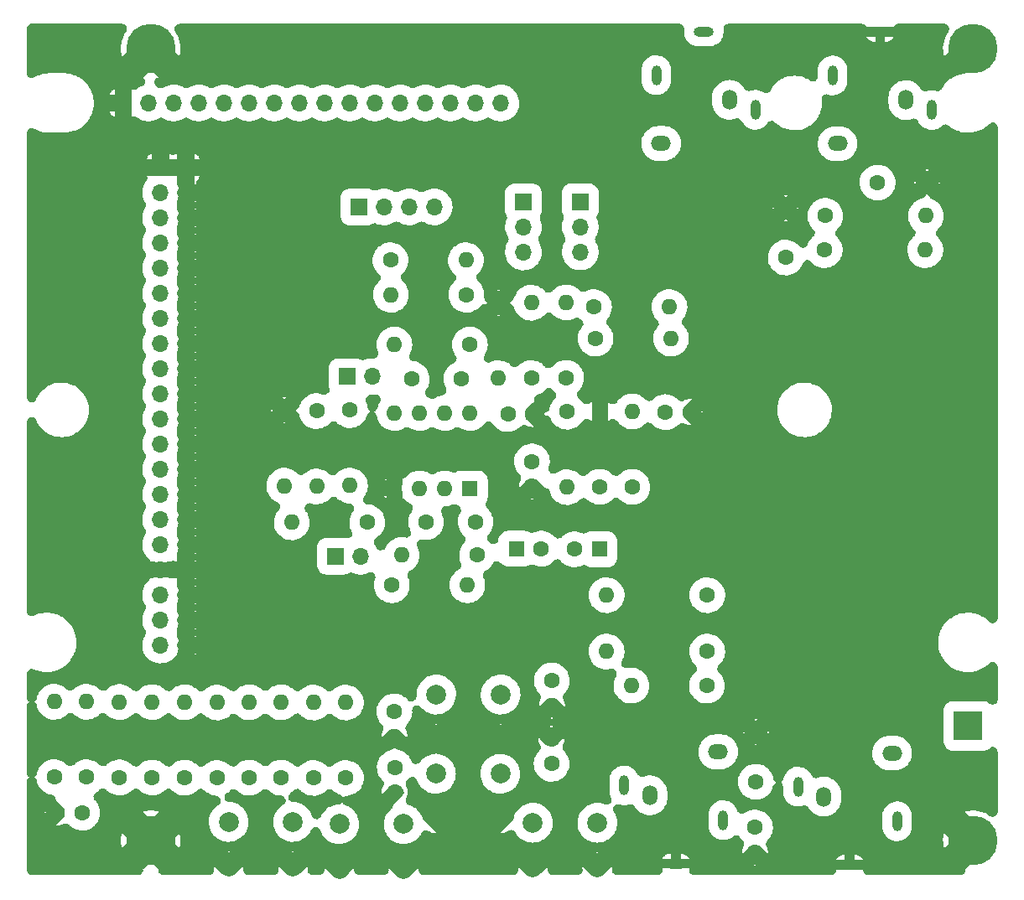
<source format=gbr>
%TF.GenerationSoftware,KiCad,Pcbnew,(6.0.11)*%
%TF.CreationDate,2023-02-05T16:49:19-06:00*%
%TF.ProjectId,BitBangDisplay,42697442-616e-4674-9469-73706c61792e,rev?*%
%TF.SameCoordinates,Original*%
%TF.FileFunction,Copper,L1,Top*%
%TF.FilePolarity,Positive*%
%FSLAX46Y46*%
G04 Gerber Fmt 4.6, Leading zero omitted, Abs format (unit mm)*
G04 Created by KiCad (PCBNEW (6.0.11)) date 2023-02-05 16:49:19*
%MOMM*%
%LPD*%
G01*
G04 APERTURE LIST*
%TA.AperFunction,ComponentPad*%
%ADD10C,1.600000*%
%TD*%
%TA.AperFunction,ComponentPad*%
%ADD11O,2.000000X1.000000*%
%TD*%
%TA.AperFunction,ComponentPad*%
%ADD12O,1.000000X2.000000*%
%TD*%
%TA.AperFunction,ComponentPad*%
%ADD13O,2.000000X1.500000*%
%TD*%
%TA.AperFunction,ComponentPad*%
%ADD14O,1.500000X2.000000*%
%TD*%
%TA.AperFunction,ComponentPad*%
%ADD15O,1.600000X1.600000*%
%TD*%
%TA.AperFunction,ComponentPad*%
%ADD16C,2.000000*%
%TD*%
%TA.AperFunction,ComponentPad*%
%ADD17C,5.000000*%
%TD*%
%TA.AperFunction,ComponentPad*%
%ADD18R,1.700000X1.700000*%
%TD*%
%TA.AperFunction,ComponentPad*%
%ADD19O,1.700000X1.700000*%
%TD*%
%TA.AperFunction,ComponentPad*%
%ADD20R,1.600000X1.600000*%
%TD*%
%TA.AperFunction,ComponentPad*%
%ADD21R,3.000000X3.000000*%
%TD*%
%TA.AperFunction,ComponentPad*%
%ADD22C,3.000000*%
%TD*%
%TA.AperFunction,Conductor*%
%ADD23C,0.500000*%
%TD*%
G04 APERTURE END LIST*
D10*
%TO.P,C3,1*%
%TO.N,GND*%
X109610000Y-76610000D03*
%TO.P,C3,2*%
%TO.N,Net-(J13-Pad1)*%
X109610000Y-81610000D03*
%TD*%
D11*
%TO.P,J2,3*%
%TO.N,GND*%
X98500000Y-142850000D03*
D12*
%TO.P,J2,1*%
%TO.N,Net-(R22-Pad1)*%
X103300000Y-138450000D03*
%TO.P,J2,2*%
X93300000Y-134950000D03*
D13*
%TO.P,J2,4*%
%TO.N,Net-(J16-Pad1)*%
X102800000Y-131550000D03*
D14*
%TO.P,J2,5*%
%TO.N,unconnected-(J2-Pad5)*%
X95900000Y-135950000D03*
%TD*%
D10*
%TO.P,R3,1*%
%TO.N,Net-(C11-Pad2)*%
X48930000Y-134170000D03*
D15*
%TO.P,R3,2*%
%TO.N,DB5*%
X48930000Y-126550000D03*
%TD*%
D10*
%TO.P,R12,1*%
%TO.N,Net-(R47-Pad1)*%
X58680000Y-134170000D03*
D15*
%TO.P,R12,2*%
%TO.N,+5V*%
X58680000Y-126550000D03*
%TD*%
D10*
%TO.P,C10,1*%
%TO.N,GND*%
X86000000Y-126850000D03*
%TO.P,C10,2*%
%TO.N,Net-(R29-Pad1)*%
X86000000Y-124350000D03*
%TD*%
%TO.P,C11,1*%
%TO.N,GND*%
X70100000Y-129980000D03*
%TO.P,C11,2*%
%TO.N,Net-(C11-Pad2)*%
X70100000Y-127480000D03*
%TD*%
%TO.P,C16,1*%
%TO.N,GND*%
X70140000Y-135620000D03*
%TO.P,C16,2*%
%TO.N,Net-(R47-Pad1)*%
X70140000Y-133120000D03*
%TD*%
%TO.P,C17,1*%
%TO.N,GND*%
X85970000Y-130260000D03*
%TO.P,C17,2*%
%TO.N,Net-(R46-Pad1)*%
X85970000Y-132760000D03*
%TD*%
D16*
%TO.P,SW2,2,2*%
%TO.N,GND*%
X74330000Y-130270000D03*
%TO.P,SW2,1,1*%
%TO.N,Net-(R29-Pad1)*%
X74330000Y-125770000D03*
%TO.P,SW2,2,2*%
%TO.N,GND*%
X80830000Y-130270000D03*
%TO.P,SW2,1,1*%
%TO.N,Net-(R29-Pad1)*%
X80830000Y-125770000D03*
%TD*%
%TO.P,SW3,2,2*%
%TO.N,GND*%
X64540000Y-143360000D03*
%TO.P,SW3,1,1*%
%TO.N,Net-(R47-Pad1)*%
X64540000Y-138860000D03*
%TO.P,SW3,2,2*%
%TO.N,GND*%
X71040000Y-143360000D03*
%TO.P,SW3,1,1*%
%TO.N,Net-(R47-Pad1)*%
X71040000Y-138860000D03*
%TD*%
%TO.P,SW4,2,2*%
%TO.N,GND*%
X84090000Y-143220000D03*
%TO.P,SW4,1,1*%
%TO.N,Net-(R46-Pad1)*%
X84090000Y-138720000D03*
%TO.P,SW4,2,2*%
%TO.N,GND*%
X90590000Y-143220000D03*
%TO.P,SW4,1,1*%
%TO.N,Net-(R46-Pad1)*%
X90590000Y-138720000D03*
%TD*%
%TO.P,SW5,2,2*%
%TO.N,GND*%
X74300000Y-138270000D03*
%TO.P,SW5,1,1*%
%TO.N,Net-(C11-Pad2)*%
X74300000Y-133770000D03*
%TO.P,SW5,2,2*%
%TO.N,GND*%
X80800000Y-138270000D03*
%TO.P,SW5,1,1*%
%TO.N,Net-(C11-Pad2)*%
X80800000Y-133770000D03*
%TD*%
D10*
%TO.P,R6,1*%
%TO.N,Net-(R29-Pad1)*%
X45640000Y-134150000D03*
D15*
%TO.P,R6,2*%
%TO.N,+5V*%
X45640000Y-126530000D03*
%TD*%
D10*
%TO.P,R13,1*%
%TO.N,Net-(R46-Pad1)*%
X65210000Y-134190000D03*
D15*
%TO.P,R13,2*%
%TO.N,+5V*%
X65210000Y-126570000D03*
%TD*%
D10*
%TO.P,R29,1*%
%TO.N,Net-(R29-Pad1)*%
X42330000Y-134130000D03*
D15*
%TO.P,R29,2*%
%TO.N,DB4*%
X42330000Y-126510000D03*
%TD*%
D10*
%TO.P,R33,1*%
%TO.N,Net-(C11-Pad2)*%
X52220000Y-134190000D03*
D15*
%TO.P,R33,2*%
%TO.N,+5V*%
X52220000Y-126570000D03*
%TD*%
D10*
%TO.P,R46,1*%
%TO.N,Net-(R46-Pad1)*%
X61940000Y-134190000D03*
D15*
%TO.P,R46,2*%
%TO.N,DB7*%
X61940000Y-126570000D03*
%TD*%
D10*
%TO.P,R47,1*%
%TO.N,Net-(R47-Pad1)*%
X55470000Y-134170000D03*
D15*
%TO.P,R47,2*%
%TO.N,DB6*%
X55470000Y-126550000D03*
%TD*%
D17*
%TO.P,J3,1,Pin_1*%
%TO.N,GND*%
X45500000Y-60500000D03*
%TD*%
%TO.P,J7,1,Pin_1*%
%TO.N,GND*%
X45500000Y-140500000D03*
%TD*%
%TO.P,J20,1,Pin_1*%
%TO.N,GND*%
X128500000Y-60500000D03*
%TD*%
%TO.P,J21,1,Pin_1*%
%TO.N,GND*%
X128500000Y-140500000D03*
%TD*%
D18*
%TO.P,J1,1,Pin_1*%
%TO.N,Net-(J1-Pad1)*%
X66500000Y-76500000D03*
D19*
%TO.P,J1,2,Pin_2*%
%TO.N,Net-(J1-Pad2)*%
X69040000Y-76500000D03*
%TO.P,J1,3,Pin_3*%
%TO.N,Net-(J1-Pad3)*%
X71580000Y-76500000D03*
%TO.P,J1,4,Pin_4*%
%TO.N,unconnected-(J1-Pad4)*%
X74120000Y-76500000D03*
%TD*%
D18*
%TO.P,U1,1,VSS*%
%TO.N,GND*%
X42750000Y-66000000D03*
D19*
%TO.P,U1,2,VDD*%
%TO.N,+5V*%
X45290000Y-66000000D03*
%TO.P,U1,3,VO*%
%TO.N,VO*%
X47830000Y-66000000D03*
%TO.P,U1,4,RS*%
%TO.N,RS*%
X50370000Y-66000000D03*
%TO.P,U1,5,R/~{W}*%
%TO.N,RW*%
X52910000Y-66000000D03*
%TO.P,U1,6,E*%
%TO.N,E*%
X55450000Y-66000000D03*
%TO.P,U1,7,DB0*%
%TO.N,unconnected-(U1-Pad7)*%
X57990000Y-66000000D03*
%TO.P,U1,8,DB1*%
%TO.N,unconnected-(U1-Pad8)*%
X60530000Y-66000000D03*
%TO.P,U1,9,DB2*%
%TO.N,unconnected-(U1-Pad9)*%
X63070000Y-66000000D03*
%TO.P,U1,10,DB3*%
%TO.N,unconnected-(U1-Pad10)*%
X65610000Y-66000000D03*
%TO.P,U1,11,DB4*%
%TO.N,DB4*%
X68150000Y-66000000D03*
%TO.P,U1,12,DB5*%
%TO.N,DB5*%
X70690000Y-66000000D03*
%TO.P,U1,13,DB6*%
%TO.N,DB6*%
X73230000Y-66000000D03*
%TO.P,U1,14,DB7*%
%TO.N,DB7*%
X75770000Y-66000000D03*
%TO.P,U1,15,A/VEE*%
%TO.N,AVEE*%
X78310000Y-66000000D03*
%TO.P,U1,16,K*%
%TO.N,K*%
X80850000Y-66000000D03*
%TD*%
D10*
%TO.P,C1,1*%
%TO.N,Net-(R22-Pad1)*%
X106510000Y-139200000D03*
%TO.P,C1,2*%
%TO.N,GND*%
X106510000Y-141700000D03*
%TD*%
D11*
%TO.P,J13,3*%
%TO.N,GND*%
X119140000Y-58810000D03*
D12*
%TO.P,J13,1*%
%TO.N,Net-(J13-Pad1)*%
X114340000Y-63210000D03*
%TO.P,J13,2*%
%TO.N,Net-(C2-Pad2)*%
X124340000Y-66710000D03*
D13*
%TO.P,J13,4*%
%TO.N,N/C*%
X114840000Y-70110000D03*
D14*
%TO.P,J13,5*%
X121740000Y-65710000D03*
%TD*%
D11*
%TO.P,J14,3*%
%TO.N,Net-(J1-Pad1)*%
X101340000Y-58780000D03*
D12*
%TO.P,J14,1*%
%TO.N,Net-(JP2-Pad1)*%
X96540000Y-63180000D03*
%TO.P,J14,2*%
%TO.N,Net-(J14-Pad2)*%
X106540000Y-66680000D03*
D13*
%TO.P,J14,4*%
%TO.N,N/C*%
X97040000Y-70080000D03*
D14*
%TO.P,J14,5*%
X103940000Y-65680000D03*
%TD*%
D18*
%TO.P,JP1,1,1*%
%TO.N,Net-(JP2-Pad1)*%
X88860000Y-75960000D03*
D19*
%TO.P,JP1,2,2*%
%TO.N,Net-(R7-Pad1)*%
X88860000Y-78500000D03*
%TO.P,JP1,3,3*%
%TO.N,Net-(J14-Pad2)*%
X88860000Y-81040000D03*
%TD*%
D18*
%TO.P,JP2,1,1*%
%TO.N,Net-(JP2-Pad1)*%
X83130000Y-75970000D03*
D19*
%TO.P,JP2,2,2*%
%TO.N,Net-(JP2-Pad2)*%
X83130000Y-78510000D03*
%TO.P,JP2,3,3*%
%TO.N,Net-(J14-Pad2)*%
X83130000Y-81050000D03*
%TD*%
D10*
%TO.P,L1,1*%
%TO.N,Net-(J13-Pad1)*%
X113550000Y-80860000D03*
D15*
%TO.P,L1,2*%
%TO.N,Net-(L1-Pad2)*%
X123710000Y-80860000D03*
%TD*%
D10*
%TO.P,L2,1*%
%TO.N,Net-(C2-Pad2)*%
X113600000Y-77390000D03*
D15*
%TO.P,L2,2*%
%TO.N,Net-(L2-Pad2)*%
X123760000Y-77390000D03*
%TD*%
D10*
%TO.P,R1,1*%
%TO.N,PTT*%
X90410000Y-89800000D03*
D15*
%TO.P,R1,2*%
%TO.N,Net-(L1-Pad2)*%
X98030000Y-89800000D03*
%TD*%
D10*
%TO.P,R2,1*%
%TO.N,MIC*%
X90250000Y-86610000D03*
D15*
%TO.P,R2,2*%
%TO.N,Net-(L2-Pad2)*%
X97870000Y-86610000D03*
%TD*%
D10*
%TO.P,R4,1*%
%TO.N,+5V*%
X87450000Y-93770000D03*
D15*
%TO.P,R4,2*%
%TO.N,PTT*%
X87450000Y-86150000D03*
%TD*%
D10*
%TO.P,R5,1*%
%TO.N,Net-(C5-Pad1)*%
X94110000Y-104780000D03*
D15*
%TO.P,R5,2*%
%TO.N,+5V*%
X94110000Y-97160000D03*
%TD*%
D10*
%TO.P,R7,1*%
%TO.N,Net-(R7-Pad1)*%
X77370000Y-85360000D03*
D15*
%TO.P,R7,2*%
%TO.N,Net-(J1-Pad2)*%
X69750000Y-85360000D03*
%TD*%
D10*
%TO.P,R8,1*%
%TO.N,Net-(J1-Pad3)*%
X69700000Y-81880000D03*
D15*
%TO.P,R8,2*%
%TO.N,Net-(JP2-Pad2)*%
X77320000Y-81880000D03*
%TD*%
D10*
%TO.P,C2,1*%
%TO.N,GND*%
X123890000Y-74040000D03*
%TO.P,C2,2*%
%TO.N,Net-(C2-Pad2)*%
X118890000Y-74040000D03*
%TD*%
%TO.P,C4,1*%
%TO.N,GND*%
X106600000Y-129580000D03*
%TO.P,C4,2*%
%TO.N,Net-(C4-Pad2)*%
X106600000Y-134580000D03*
%TD*%
D20*
%TO.P,C5,1*%
%TO.N,Net-(C5-Pad1)*%
X90810000Y-111090000D03*
D10*
%TO.P,C5,2*%
%TO.N,Net-(C5-Pad2)*%
X88310000Y-111090000D03*
%TD*%
D20*
%TO.P,C6,1*%
%TO.N,Net-(C6-Pad1)*%
X82410000Y-111020000D03*
D10*
%TO.P,C6,2*%
%TO.N,Net-(C5-Pad2)*%
X84910000Y-111020000D03*
%TD*%
%TO.P,C7,1*%
%TO.N,+5V*%
X81560000Y-97430000D03*
%TO.P,C7,2*%
%TO.N,GND*%
X84060000Y-97430000D03*
%TD*%
%TO.P,C8,1*%
%TO.N,GND*%
X83990000Y-104720000D03*
%TO.P,C8,2*%
%TO.N,+5V*%
X83990000Y-102220000D03*
%TD*%
%TO.P,C9,1*%
%TO.N,Net-(C9-Pad1)*%
X73300000Y-108320000D03*
%TO.P,C9,2*%
%TO.N,Net-(R17-Pad2)*%
X78300000Y-108320000D03*
%TD*%
%TO.P,C12,1*%
%TO.N,Net-(C12-Pad1)*%
X71860000Y-93880000D03*
%TO.P,C12,2*%
%TO.N,Net-(R19-Pad1)*%
X76860000Y-93880000D03*
%TD*%
D11*
%TO.P,J15,3*%
%TO.N,GND*%
X116050000Y-142970000D03*
D12*
%TO.P,J15,1*%
%TO.N,Net-(C4-Pad2)*%
X120850000Y-138570000D03*
%TO.P,J15,2*%
%TO.N,unconnected-(J15-Pad2)*%
X110850000Y-135070000D03*
D13*
%TO.P,J15,4*%
%TO.N,N/C*%
X120350000Y-131670000D03*
D14*
%TO.P,J15,5*%
X113450000Y-136070000D03*
%TD*%
D18*
%TO.P,JP3,1,1*%
%TO.N,Net-(JP3-Pad1)*%
X64120000Y-111790000D03*
D19*
%TO.P,JP3,2,2*%
%TO.N,Net-(C9-Pad1)*%
X66660000Y-111790000D03*
%TD*%
D18*
%TO.P,JP4,1,1*%
%TO.N,Net-(JP4-Pad1)*%
X65320000Y-93650000D03*
D19*
%TO.P,JP4,2,2*%
%TO.N,Net-(C12-Pad1)*%
X67860000Y-93650000D03*
%TD*%
D10*
%TO.P,L3,1*%
%TO.N,Net-(C4-Pad2)*%
X101700000Y-115730000D03*
D15*
%TO.P,L3,2*%
%TO.N,Net-(C5-Pad1)*%
X91540000Y-115730000D03*
%TD*%
D10*
%TO.P,R9,1*%
%TO.N,Net-(JP3-Pad1)*%
X69840000Y-114720000D03*
D15*
%TO.P,R9,2*%
%TO.N,Net-(C6-Pad1)*%
X77460000Y-114720000D03*
%TD*%
D10*
%TO.P,R10,1*%
%TO.N,Net-(C9-Pad1)*%
X67360000Y-108360000D03*
D15*
%TO.P,R10,2*%
%TO.N,Net-(JP3-Pad1)*%
X59740000Y-108360000D03*
%TD*%
D10*
%TO.P,R11,1*%
%TO.N,+5V*%
X87550000Y-97190000D03*
D15*
%TO.P,R11,2*%
X87550000Y-104810000D03*
%TD*%
D10*
%TO.P,R14,1*%
%TO.N,+5V*%
X90830000Y-104780000D03*
D15*
%TO.P,R14,2*%
%TO.N,GND*%
X90830000Y-97160000D03*
%TD*%
D10*
%TO.P,R15,1*%
%TO.N,Net-(R17-Pad2)*%
X78450000Y-111670000D03*
D15*
%TO.P,R15,2*%
%TO.N,Net-(C9-Pad1)*%
X70830000Y-111670000D03*
%TD*%
D10*
%TO.P,R16,1*%
%TO.N,Net-(JP4-Pad1)*%
X62250000Y-97120000D03*
D15*
%TO.P,R16,2*%
%TO.N,Net-(R17-Pad2)*%
X62250000Y-104740000D03*
%TD*%
D10*
%TO.P,R17,1*%
%TO.N,GND*%
X58980000Y-97040000D03*
D15*
%TO.P,R17,2*%
%TO.N,Net-(R17-Pad2)*%
X58980000Y-104660000D03*
%TD*%
D10*
%TO.P,R18,1*%
%TO.N,Net-(C12-Pad1)*%
X65620000Y-97030000D03*
D15*
%TO.P,R18,2*%
%TO.N,Net-(JP4-Pad1)*%
X65620000Y-104650000D03*
%TD*%
D10*
%TO.P,R19,1*%
%TO.N,Net-(R19-Pad1)*%
X77730000Y-90410000D03*
D15*
%TO.P,R19,2*%
%TO.N,Net-(C12-Pad1)*%
X70110000Y-90410000D03*
%TD*%
D10*
%TO.P,R20,1*%
%TO.N,Net-(R19-Pad1)*%
X83930000Y-93800000D03*
D15*
%TO.P,R20,2*%
%TO.N,MIC*%
X83930000Y-86180000D03*
%TD*%
D10*
%TO.P,R21,1*%
%TO.N,GND*%
X80620000Y-86180000D03*
D15*
%TO.P,R21,2*%
%TO.N,Net-(R19-Pad1)*%
X80620000Y-93800000D03*
%TD*%
D20*
%TO.P,U2,1*%
%TO.N,Net-(R17-Pad2)*%
X77730000Y-104940000D03*
D15*
%TO.P,U2,5,+*%
%TO.N,+5V*%
X70110000Y-97320000D03*
%TO.P,U2,2,-*%
%TO.N,Net-(C9-Pad1)*%
X75190000Y-104940000D03*
%TO.P,U2,6,-*%
%TO.N,Net-(C12-Pad1)*%
X72650000Y-97320000D03*
%TO.P,U2,3,+*%
%TO.N,+5V*%
X72650000Y-104940000D03*
%TO.P,U2,7*%
%TO.N,Net-(R19-Pad1)*%
X75190000Y-97320000D03*
%TO.P,U2,4,V-*%
%TO.N,GND*%
X70110000Y-104940000D03*
%TO.P,U2,8,V+*%
%TO.N,+5V*%
X77730000Y-97320000D03*
%TD*%
D21*
%TO.P,J16,1,Pin_1*%
%TO.N,Net-(J16-Pad1)*%
X128020000Y-128930000D03*
D22*
%TO.P,J16,2,Pin_2*%
%TO.N,GND*%
X128020000Y-134010000D03*
%TD*%
D10*
%TO.P,L4,1*%
%TO.N,Net-(R22-Pad1)*%
X101690000Y-121420000D03*
D15*
%TO.P,L4,2*%
%TO.N,SPKR*%
X91530000Y-121420000D03*
%TD*%
D10*
%TO.P,R22,1*%
%TO.N,Net-(R22-Pad1)*%
X101650000Y-124850000D03*
D15*
%TO.P,R22,2*%
%TO.N,SPKR*%
X94030000Y-124850000D03*
%TD*%
D18*
%TO.P,U5,1,VSS*%
%TO.N,GND*%
X46500000Y-72500000D03*
D19*
%TO.P,U5,2,VDD*%
%TO.N,+5V*%
X46500000Y-75040000D03*
%TO.P,U5,3,VO*%
%TO.N,VO*%
X46500000Y-77580000D03*
%TO.P,U5,4,RS*%
%TO.N,RS*%
X46500000Y-80120000D03*
%TO.P,U5,5,R/~{W}*%
%TO.N,RW*%
X46500000Y-82660000D03*
%TO.P,U5,6,E*%
%TO.N,E*%
X46500000Y-85200000D03*
%TO.P,U5,7,DB0*%
%TO.N,unconnected-(U5-Pad7)*%
X46500000Y-87740000D03*
%TO.P,U5,8,DB1*%
%TO.N,unconnected-(U5-Pad8)*%
X46500000Y-90280000D03*
%TO.P,U5,9,DB2*%
%TO.N,unconnected-(U5-Pad9)*%
X46500000Y-92820000D03*
%TO.P,U5,10,DB3*%
%TO.N,unconnected-(U5-Pad10)*%
X46500000Y-95360000D03*
%TO.P,U5,11,DB4*%
%TO.N,DB4*%
X46500000Y-97900000D03*
%TO.P,U5,12,DB5*%
%TO.N,DB5*%
X46500000Y-100440000D03*
%TO.P,U5,13,DB6*%
%TO.N,DB6*%
X46500000Y-102980000D03*
%TO.P,U5,14,DB7*%
%TO.N,DB7*%
X46500000Y-105520000D03*
%TO.P,U5,15,A/VEE*%
%TO.N,AVEE*%
X46500000Y-108060000D03*
%TO.P,U5,16,K*%
%TO.N,K*%
X46500000Y-110600000D03*
%TO.P,U5,17,17*%
%TO.N,GND*%
X46500000Y-113140000D03*
%TO.P,U5,18,18*%
%TO.N,MIC*%
X46500000Y-115680000D03*
%TO.P,U5,19,19*%
%TO.N,PTT*%
X46500000Y-118220000D03*
%TO.P,U5,20,20*%
%TO.N,SPKR*%
X46500000Y-120760000D03*
%TD*%
D10*
%TO.P,C13,1*%
%TO.N,+5V*%
X97450000Y-97230000D03*
%TO.P,C13,2*%
%TO.N,GND*%
X99950000Y-97230000D03*
%TD*%
%TO.P,C14,1*%
%TO.N,GND*%
X36080000Y-137690000D03*
%TO.P,C14,2*%
%TO.N,Net-(C14-Pad2)*%
X38580000Y-137690000D03*
%TD*%
%TO.P,R23,1*%
%TO.N,Net-(C14-Pad2)*%
X35760000Y-134110000D03*
D15*
%TO.P,R23,2*%
%TO.N,RS*%
X35760000Y-126490000D03*
%TD*%
D10*
%TO.P,R24,1*%
%TO.N,Net-(C14-Pad2)*%
X39040000Y-134110000D03*
D15*
%TO.P,R24,2*%
%TO.N,+5V*%
X39040000Y-126490000D03*
%TD*%
D16*
%TO.P,SW1,2,2*%
%TO.N,GND*%
X53370000Y-143140000D03*
%TO.P,SW1,1,1*%
%TO.N,Net-(C14-Pad2)*%
X53370000Y-138640000D03*
%TO.P,SW1,2,2*%
%TO.N,GND*%
X59870000Y-143140000D03*
%TO.P,SW1,1,1*%
%TO.N,Net-(C14-Pad2)*%
X59870000Y-138640000D03*
%TD*%
D18*
%TO.P,J10,1,Pin_1*%
%TO.N,GND*%
X49040000Y-72500000D03*
D19*
%TO.P,J10,2,Pin_2*%
X49040000Y-75040000D03*
%TO.P,J10,3,Pin_3*%
X49040000Y-77580000D03*
%TO.P,J10,4,Pin_4*%
X49040000Y-80120000D03*
%TO.P,J10,5,Pin_5*%
X49040000Y-82660000D03*
%TO.P,J10,6,Pin_6*%
X49040000Y-85200000D03*
%TO.P,J10,7,Pin_7*%
X49040000Y-87740000D03*
%TO.P,J10,8,Pin_8*%
X49040000Y-90280000D03*
%TO.P,J10,9,Pin_9*%
X49040000Y-92820000D03*
%TO.P,J10,10,Pin_10*%
X49040000Y-95360000D03*
%TO.P,J10,11,Pin_11*%
X49040000Y-97900000D03*
%TO.P,J10,12,Pin_12*%
X49040000Y-100440000D03*
%TO.P,J10,13,Pin_13*%
X49040000Y-102980000D03*
%TO.P,J10,14,Pin_14*%
X49040000Y-105520000D03*
%TO.P,J10,15,Pin_15*%
X49040000Y-108060000D03*
%TO.P,J10,16,Pin_16*%
X49040000Y-110600000D03*
%TO.P,J10,17,Pin_17*%
X49040000Y-113140000D03*
%TO.P,J10,18,Pin_18*%
X49040000Y-115680000D03*
%TO.P,J10,19,Pin_19*%
X49040000Y-118220000D03*
%TO.P,J10,20,Pin_20*%
X49040000Y-120760000D03*
%TD*%
D23*
%TO.N,GND*%
X74330000Y-130270000D02*
X70390000Y-130270000D01*
X70390000Y-130270000D02*
X70100000Y-129980000D01*
%TD*%
%TA.AperFunction,Conductor*%
%TO.N,GND*%
G36*
X42754925Y-58020713D02*
G01*
X42884120Y-58079714D01*
X42991459Y-58172724D01*
X43068246Y-58292208D01*
X43108261Y-58428485D01*
X43108261Y-58570515D01*
X43068246Y-58706792D01*
X43024089Y-58784293D01*
X43018279Y-58792652D01*
X42852060Y-59063896D01*
X42838492Y-59089200D01*
X42704543Y-59377769D01*
X42693981Y-59404446D01*
X42594081Y-59706516D01*
X42586657Y-59734226D01*
X42522142Y-60045756D01*
X42517948Y-60074162D01*
X42489668Y-60391027D01*
X42488765Y-60419733D01*
X42497093Y-60737764D01*
X42499493Y-60766354D01*
X42544322Y-61081333D01*
X42549995Y-61109467D01*
X42586497Y-61248602D01*
X42597954Y-61275750D01*
X42610467Y-61268212D01*
X45147154Y-58731526D01*
X45260855Y-58646410D01*
X45393930Y-58596776D01*
X45535598Y-58586643D01*
X45674383Y-58616834D01*
X45799040Y-58684902D01*
X45852846Y-58731526D01*
X48380111Y-61258790D01*
X48403700Y-61276449D01*
X48409890Y-61265114D01*
X48462121Y-61047555D01*
X48467205Y-61019303D01*
X48505819Y-60700212D01*
X48507501Y-60678104D01*
X48512750Y-60511088D01*
X48512460Y-60488928D01*
X48493956Y-60168031D01*
X48490658Y-60139523D01*
X48435960Y-59826116D01*
X48429406Y-59798173D01*
X48339046Y-59493124D01*
X48329330Y-59466137D01*
X48204503Y-59173484D01*
X48191749Y-59147793D01*
X48034118Y-58871433D01*
X48018486Y-58847362D01*
X47979960Y-58794916D01*
X47913022Y-58669649D01*
X47884087Y-58530597D01*
X47895500Y-58389026D01*
X47946335Y-58256405D01*
X48032475Y-58143478D01*
X48146941Y-58059394D01*
X48280459Y-58010965D01*
X48382117Y-58000500D01*
X98858910Y-58000500D01*
X98999495Y-58020713D01*
X99128690Y-58079714D01*
X99236029Y-58172724D01*
X99312816Y-58292208D01*
X99352831Y-58428485D01*
X99352831Y-58570515D01*
X99350177Y-58587004D01*
X99341039Y-58638306D01*
X99338025Y-58885028D01*
X99341122Y-58905265D01*
X99341122Y-58905270D01*
X99346720Y-58941851D01*
X99375347Y-59128930D01*
X99452003Y-59363460D01*
X99565935Y-59582321D01*
X99578233Y-59598701D01*
X99578234Y-59598702D01*
X99694463Y-59753504D01*
X99714083Y-59779636D01*
X99892468Y-59950104D01*
X99909380Y-59961641D01*
X99909383Y-59961643D01*
X100079381Y-60077608D01*
X100079384Y-60077610D01*
X100096300Y-60089149D01*
X100114875Y-60097771D01*
X100114880Y-60097774D01*
X100204822Y-60139523D01*
X100320104Y-60193035D01*
X100339836Y-60198507D01*
X100339841Y-60198509D01*
X100538139Y-60253502D01*
X100538141Y-60253502D01*
X100557871Y-60258974D01*
X100674002Y-60271385D01*
X100746096Y-60279090D01*
X100746101Y-60279090D01*
X100759292Y-60280500D01*
X101902554Y-60280500D01*
X102085911Y-60265425D01*
X102105772Y-60260436D01*
X102105774Y-60260436D01*
X102305351Y-60210306D01*
X102305352Y-60210306D01*
X102325217Y-60205316D01*
X102343995Y-60197151D01*
X102343998Y-60197150D01*
X102532716Y-60115093D01*
X102532721Y-60115090D01*
X102551493Y-60106928D01*
X102758661Y-59972905D01*
X102941158Y-59806846D01*
X102983285Y-59753504D01*
X103081393Y-59629278D01*
X103081397Y-59629272D01*
X103094082Y-59613210D01*
X103213327Y-59397198D01*
X103220208Y-59377769D01*
X103242721Y-59314193D01*
X117770434Y-59314193D01*
X117775986Y-59333102D01*
X117781154Y-59342985D01*
X117807756Y-59383637D01*
X117901031Y-59499648D01*
X117935025Y-59534362D01*
X118049060Y-59630049D01*
X118089149Y-59657498D01*
X118219595Y-59729212D01*
X118264251Y-59748351D01*
X118406142Y-59793362D01*
X118453670Y-59803464D01*
X118569404Y-59816446D01*
X118597203Y-59818000D01*
X118604310Y-59818000D01*
X118636046Y-59813437D01*
X118640000Y-59799970D01*
X118640000Y-59782310D01*
X119640000Y-59782310D01*
X119644563Y-59814046D01*
X119658030Y-59818000D01*
X119677537Y-59818000D01*
X119701879Y-59816810D01*
X119812452Y-59805968D01*
X119860097Y-59796534D01*
X120002617Y-59753504D01*
X120047524Y-59734995D01*
X120178973Y-59665103D01*
X120219427Y-59638225D01*
X120334796Y-59544132D01*
X120369265Y-59509902D01*
X120464158Y-59395197D01*
X120491319Y-59354930D01*
X120498639Y-59341391D01*
X120508821Y-59313745D01*
X120491258Y-59310000D01*
X119675690Y-59310000D01*
X119643954Y-59314563D01*
X119640000Y-59328030D01*
X119640000Y-59782310D01*
X118640000Y-59782310D01*
X118640000Y-59345690D01*
X118635437Y-59313954D01*
X118621970Y-59310000D01*
X117799599Y-59310000D01*
X117770434Y-59314193D01*
X103242721Y-59314193D01*
X103288855Y-59183914D01*
X103295691Y-59164610D01*
X103338961Y-58921694D01*
X103341975Y-58674972D01*
X103337605Y-58646410D01*
X103326674Y-58574979D01*
X103325390Y-58432954D01*
X103364171Y-58296321D01*
X103439874Y-58176148D01*
X103546368Y-58082171D01*
X103675024Y-58022004D01*
X103819933Y-58000500D01*
X117304847Y-58000500D01*
X117445432Y-58020713D01*
X117574627Y-58079714D01*
X117681966Y-58172724D01*
X117741819Y-58258551D01*
X117767716Y-58305517D01*
X117788742Y-58310000D01*
X120480401Y-58310000D01*
X120513072Y-58305303D01*
X120540186Y-58263111D01*
X120555433Y-58229725D01*
X120648442Y-58122384D01*
X120767924Y-58045596D01*
X120904201Y-58005580D01*
X120975221Y-58000500D01*
X125614340Y-58000500D01*
X125754925Y-58020713D01*
X125884120Y-58079714D01*
X125991459Y-58172724D01*
X126068246Y-58292208D01*
X126108261Y-58428485D01*
X126108261Y-58570515D01*
X126068246Y-58706792D01*
X126024089Y-58784293D01*
X126018279Y-58792652D01*
X125852060Y-59063896D01*
X125838492Y-59089200D01*
X125704543Y-59377769D01*
X125693981Y-59404446D01*
X125594081Y-59706516D01*
X125586657Y-59734226D01*
X125522142Y-60045756D01*
X125517948Y-60074162D01*
X125489668Y-60391027D01*
X125488765Y-60419733D01*
X125497093Y-60737764D01*
X125499493Y-60766354D01*
X125544322Y-61081333D01*
X125549995Y-61109467D01*
X125586497Y-61248602D01*
X125597954Y-61275750D01*
X125610467Y-61268212D01*
X128147154Y-58731526D01*
X128260855Y-58646410D01*
X128393930Y-58596776D01*
X128535598Y-58586643D01*
X128674383Y-58616834D01*
X128799040Y-58684902D01*
X128852846Y-58731526D01*
X130268474Y-60147154D01*
X130353590Y-60260855D01*
X130403224Y-60393930D01*
X130413357Y-60535598D01*
X130383166Y-60674383D01*
X130315098Y-60799040D01*
X130268474Y-60852846D01*
X128269812Y-62851509D01*
X128156111Y-62936625D01*
X128023036Y-62986259D01*
X127909126Y-62997601D01*
X127874139Y-62997051D01*
X127859834Y-62998479D01*
X127859831Y-62998479D01*
X127544117Y-63029992D01*
X127544113Y-63029993D01*
X127529823Y-63031419D01*
X127191739Y-63105133D01*
X127178153Y-63109784D01*
X127178144Y-63109787D01*
X126979667Y-63177741D01*
X126864367Y-63217217D01*
X126552048Y-63366186D01*
X126539876Y-63373821D01*
X126539875Y-63373822D01*
X126287772Y-63531966D01*
X126258921Y-63550064D01*
X126247711Y-63559045D01*
X126247708Y-63559047D01*
X126000083Y-63757432D01*
X126000078Y-63757436D01*
X125988871Y-63766415D01*
X125978768Y-63776624D01*
X125978765Y-63776627D01*
X125940042Y-63815758D01*
X125745477Y-64012371D01*
X125531966Y-64284672D01*
X125524462Y-64296918D01*
X125524461Y-64296919D01*
X125362662Y-64560952D01*
X125271972Y-64670259D01*
X125154161Y-64749588D01*
X125018773Y-64792512D01*
X124876775Y-64795555D01*
X124770622Y-64770603D01*
X124724610Y-64754309D01*
X124481694Y-64711039D01*
X124394951Y-64709979D01*
X124255450Y-64708275D01*
X124255448Y-64708275D01*
X124234972Y-64708025D01*
X124214735Y-64711122D01*
X124214730Y-64711122D01*
X124125588Y-64724763D01*
X123991070Y-64745347D01*
X123835608Y-64796160D01*
X123695704Y-64820623D01*
X123554572Y-64804679D01*
X123423648Y-64749620D01*
X123313540Y-64659905D01*
X123247355Y-64569467D01*
X123195299Y-64478388D01*
X123178013Y-64456460D01*
X123045686Y-64288605D01*
X123034223Y-64274064D01*
X122844714Y-64095792D01*
X122819764Y-64078483D01*
X122646152Y-63958044D01*
X122646151Y-63958044D01*
X122630937Y-63947489D01*
X122397587Y-63832414D01*
X122379959Y-63826771D01*
X122379956Y-63826770D01*
X122167434Y-63758741D01*
X122167431Y-63758740D01*
X122149792Y-63753094D01*
X122131515Y-63750117D01*
X122131509Y-63750116D01*
X121911270Y-63714248D01*
X121911264Y-63714248D01*
X121892994Y-63711272D01*
X121755328Y-63709470D01*
X121651347Y-63708108D01*
X121651342Y-63708108D01*
X121632835Y-63707866D01*
X121614497Y-63710362D01*
X121614492Y-63710362D01*
X121393381Y-63740454D01*
X121393374Y-63740455D01*
X121375030Y-63742952D01*
X121273470Y-63772554D01*
X121143017Y-63810577D01*
X121143013Y-63810579D01*
X121125243Y-63815758D01*
X121089114Y-63832414D01*
X120905782Y-63916931D01*
X120905778Y-63916933D01*
X120888961Y-63924686D01*
X120801754Y-63981861D01*
X120686865Y-64057185D01*
X120686862Y-64057187D01*
X120671375Y-64067341D01*
X120477265Y-64240591D01*
X120310895Y-64440629D01*
X120175920Y-64663061D01*
X120075305Y-64903001D01*
X120011261Y-65155177D01*
X120000571Y-65261339D01*
X119993349Y-65333066D01*
X119989500Y-65371286D01*
X119989500Y-66026044D01*
X120003874Y-66219466D01*
X120007961Y-66237526D01*
X120007961Y-66237529D01*
X120054507Y-66443232D01*
X120061295Y-66473232D01*
X120068006Y-66490489D01*
X120143929Y-66685723D01*
X120155595Y-66715723D01*
X120284701Y-66941612D01*
X120296158Y-66956146D01*
X120296160Y-66956148D01*
X120374172Y-67055105D01*
X120445777Y-67145936D01*
X120527148Y-67222482D01*
X120614619Y-67304766D01*
X120635286Y-67324208D01*
X120650504Y-67334765D01*
X120650505Y-67334766D01*
X120817623Y-67450700D01*
X120849063Y-67472511D01*
X120865669Y-67480700D01*
X121049723Y-67571465D01*
X121082413Y-67587586D01*
X121100041Y-67593229D01*
X121100044Y-67593230D01*
X121312566Y-67661259D01*
X121312569Y-67661260D01*
X121330208Y-67666906D01*
X121348485Y-67669883D01*
X121348491Y-67669884D01*
X121568730Y-67705752D01*
X121568736Y-67705752D01*
X121587006Y-67708728D01*
X121724672Y-67710530D01*
X121828653Y-67711892D01*
X121828658Y-67711892D01*
X121847165Y-67712134D01*
X121865503Y-67709638D01*
X121865508Y-67709638D01*
X122086619Y-67679546D01*
X122086626Y-67679545D01*
X122104970Y-67677048D01*
X122301994Y-67619621D01*
X122336972Y-67609426D01*
X122336974Y-67609425D01*
X122354757Y-67604242D01*
X122363046Y-67600421D01*
X122497025Y-67571164D01*
X122638701Y-67581183D01*
X122771816Y-67630711D01*
X122885585Y-67715736D01*
X122970791Y-67829369D01*
X122990631Y-67869884D01*
X123004905Y-67902712D01*
X123004909Y-67902719D01*
X123013072Y-67921493D01*
X123147095Y-68128661D01*
X123160874Y-68143804D01*
X123175620Y-68160010D01*
X123313154Y-68311158D01*
X123329220Y-68323846D01*
X123329221Y-68323847D01*
X123490722Y-68451393D01*
X123490728Y-68451397D01*
X123506790Y-68464082D01*
X123722802Y-68583327D01*
X123742097Y-68590160D01*
X123742102Y-68590162D01*
X123886481Y-68641289D01*
X123955390Y-68665691D01*
X124198306Y-68708961D01*
X124285049Y-68710021D01*
X124424550Y-68711725D01*
X124424552Y-68711725D01*
X124445028Y-68711975D01*
X124465265Y-68708878D01*
X124465270Y-68708878D01*
X124574664Y-68692138D01*
X124688930Y-68674653D01*
X124923460Y-68597997D01*
X125142321Y-68484065D01*
X125158702Y-68471766D01*
X125323261Y-68348212D01*
X125323263Y-68348210D01*
X125339636Y-68335917D01*
X125353785Y-68321111D01*
X125360902Y-68313664D01*
X125472643Y-68225992D01*
X125604558Y-68173353D01*
X125745961Y-68160010D01*
X125885394Y-68187046D01*
X126011562Y-68252269D01*
X126057491Y-68289342D01*
X126108524Y-68335778D01*
X126120191Y-68344162D01*
X126120194Y-68344164D01*
X126209040Y-68408006D01*
X126389527Y-68537699D01*
X126402068Y-68544679D01*
X126402077Y-68544685D01*
X126583235Y-68645516D01*
X126691876Y-68705985D01*
X126749931Y-68730032D01*
X126998274Y-68832899D01*
X126998281Y-68832901D01*
X127011563Y-68838403D01*
X127025387Y-68842341D01*
X127025393Y-68842343D01*
X127330527Y-68929263D01*
X127330530Y-68929264D01*
X127344352Y-68933201D01*
X127685831Y-68989120D01*
X127700176Y-68989796D01*
X127700181Y-68989797D01*
X127824556Y-68995662D01*
X128031474Y-69005420D01*
X128270573Y-68989120D01*
X128362343Y-68982864D01*
X128362347Y-68982863D01*
X128376700Y-68981885D01*
X128716933Y-68918827D01*
X129047663Y-68817081D01*
X129287101Y-68711975D01*
X129351345Y-68683774D01*
X129351349Y-68683772D01*
X129364507Y-68677996D01*
X129471429Y-68615516D01*
X129650850Y-68510671D01*
X129650853Y-68510669D01*
X129663265Y-68503416D01*
X129853272Y-68360755D01*
X129928487Y-68304282D01*
X129928490Y-68304279D01*
X129939978Y-68295654D01*
X129950407Y-68285757D01*
X129950412Y-68285753D01*
X130157012Y-68089698D01*
X130272902Y-68007588D01*
X130407231Y-67961454D01*
X130549116Y-67955034D01*
X130687062Y-67988847D01*
X130809895Y-68060155D01*
X130907662Y-68163180D01*
X130972443Y-68289577D01*
X130998990Y-68429104D01*
X130999500Y-68451660D01*
X130999500Y-118049836D01*
X130979287Y-118190421D01*
X130920286Y-118319616D01*
X130827276Y-118426955D01*
X130707792Y-118503742D01*
X130571515Y-118543757D01*
X130429485Y-118543757D01*
X130293208Y-118503742D01*
X130173724Y-118426955D01*
X130134960Y-118389515D01*
X130097416Y-118349112D01*
X130080295Y-118330688D01*
X130067332Y-118319616D01*
X129916063Y-118190421D01*
X129817174Y-118105962D01*
X129529967Y-117912967D01*
X129454126Y-117873822D01*
X129235258Y-117760855D01*
X129235255Y-117760854D01*
X129222482Y-117754261D01*
X129041476Y-117685865D01*
X128912249Y-117637034D01*
X128912240Y-117637031D01*
X128898793Y-117631950D01*
X128884849Y-117628447D01*
X128884841Y-117628445D01*
X128733929Y-117590539D01*
X128563190Y-117547652D01*
X128310224Y-117514349D01*
X128234375Y-117504363D01*
X128234372Y-117504363D01*
X128220124Y-117502487D01*
X128205752Y-117502261D01*
X128205749Y-117502261D01*
X127888523Y-117497277D01*
X127874139Y-117497051D01*
X127859834Y-117498479D01*
X127859831Y-117498479D01*
X127544117Y-117529992D01*
X127544113Y-117529993D01*
X127529823Y-117531419D01*
X127191739Y-117605133D01*
X127178153Y-117609784D01*
X127178144Y-117609787D01*
X126877963Y-117712562D01*
X126864367Y-117717217D01*
X126552048Y-117866186D01*
X126539876Y-117873821D01*
X126539875Y-117873822D01*
X126376666Y-117976203D01*
X126258921Y-118050064D01*
X126247711Y-118059045D01*
X126247708Y-118059047D01*
X126000083Y-118257432D01*
X126000078Y-118257436D01*
X125988871Y-118266415D01*
X125745477Y-118512371D01*
X125531966Y-118784672D01*
X125524462Y-118796918D01*
X125524461Y-118796919D01*
X125492892Y-118848436D01*
X125351168Y-119079709D01*
X125345119Y-119092739D01*
X125345117Y-119092744D01*
X125307802Y-119173132D01*
X125205478Y-119393570D01*
X125200967Y-119407210D01*
X125200965Y-119407215D01*
X125115930Y-119664338D01*
X125096828Y-119722097D01*
X125026658Y-120060935D01*
X124995898Y-120405592D01*
X124996274Y-120419961D01*
X124996274Y-120419969D01*
X124998794Y-120516203D01*
X125004956Y-120751501D01*
X125053712Y-121094076D01*
X125141519Y-121428777D01*
X125146736Y-121442158D01*
X125146738Y-121442164D01*
X125248975Y-121704387D01*
X125267214Y-121751167D01*
X125273938Y-121763867D01*
X125273941Y-121763873D01*
X125301188Y-121815333D01*
X125429130Y-122056974D01*
X125437271Y-122068819D01*
X125598247Y-122303040D01*
X125625122Y-122342144D01*
X125634569Y-122352974D01*
X125634575Y-122352981D01*
X125843139Y-122592062D01*
X125852592Y-122602898D01*
X125868732Y-122617584D01*
X126097893Y-122826105D01*
X126097898Y-122826109D01*
X126108524Y-122835778D01*
X126120191Y-122844162D01*
X126120194Y-122844164D01*
X126238401Y-122929104D01*
X126389527Y-123037699D01*
X126402068Y-123044679D01*
X126402077Y-123044685D01*
X126532918Y-123117510D01*
X126691876Y-123205985D01*
X126712844Y-123214670D01*
X126998274Y-123332899D01*
X126998281Y-123332901D01*
X127011563Y-123338403D01*
X127025387Y-123342341D01*
X127025393Y-123342343D01*
X127330527Y-123429263D01*
X127330530Y-123429264D01*
X127344352Y-123433201D01*
X127685831Y-123489120D01*
X127700176Y-123489796D01*
X127700181Y-123489797D01*
X127824556Y-123495662D01*
X128031474Y-123505420D01*
X128270573Y-123489120D01*
X128362343Y-123482864D01*
X128362347Y-123482863D01*
X128376700Y-123481885D01*
X128716933Y-123418827D01*
X129047663Y-123317081D01*
X129211011Y-123245376D01*
X129351345Y-123183774D01*
X129351349Y-123183772D01*
X129364507Y-123177996D01*
X129528952Y-123081902D01*
X129650850Y-123010671D01*
X129650853Y-123010669D01*
X129663265Y-123003416D01*
X129939978Y-122795654D01*
X129950407Y-122785757D01*
X129950412Y-122785753D01*
X130157012Y-122589698D01*
X130272902Y-122507588D01*
X130407231Y-122461454D01*
X130549116Y-122455034D01*
X130687062Y-122488847D01*
X130809895Y-122560155D01*
X130907662Y-122663180D01*
X130972443Y-122789577D01*
X130998990Y-122929104D01*
X130999500Y-122951660D01*
X130999500Y-126294684D01*
X130979287Y-126435269D01*
X130920286Y-126564464D01*
X130827276Y-126671803D01*
X130707792Y-126748590D01*
X130571515Y-126788605D01*
X130429485Y-126788605D01*
X130293208Y-126748590D01*
X130185118Y-126681382D01*
X130173373Y-126671803D01*
X130073596Y-126590427D01*
X129893470Y-126496259D01*
X129698087Y-126440234D01*
X129577816Y-126429500D01*
X126462184Y-126429500D01*
X126341913Y-126440234D01*
X126146530Y-126496259D01*
X125966404Y-126590427D01*
X125808891Y-126718891D01*
X125680427Y-126876404D01*
X125586259Y-127056530D01*
X125530234Y-127251913D01*
X125519500Y-127372184D01*
X125519500Y-130487816D01*
X125530234Y-130608087D01*
X125586259Y-130803470D01*
X125680427Y-130983596D01*
X125808891Y-131141109D01*
X125966404Y-131269573D01*
X126146530Y-131363741D01*
X126341913Y-131419766D01*
X126462184Y-131430500D01*
X129577816Y-131430500D01*
X129698087Y-131419766D01*
X129893470Y-131363741D01*
X130073596Y-131269573D01*
X130185119Y-131178617D01*
X130306838Y-131105429D01*
X130444248Y-131069497D01*
X130586215Y-131073733D01*
X130721238Y-131117794D01*
X130838378Y-131198111D01*
X130928145Y-131308177D01*
X130983267Y-131439074D01*
X130999500Y-131565316D01*
X130999500Y-137618919D01*
X130979287Y-137759504D01*
X130920286Y-137888699D01*
X130827276Y-137996038D01*
X130707792Y-138072825D01*
X130571515Y-138112840D01*
X130429485Y-138112840D01*
X130293208Y-138072825D01*
X130222185Y-138033095D01*
X130045715Y-137914512D01*
X130021027Y-137899912D01*
X129738316Y-137753994D01*
X129712081Y-137742313D01*
X129414495Y-137629865D01*
X129387091Y-137621277D01*
X129078535Y-137543773D01*
X129050352Y-137538397D01*
X128734924Y-137496870D01*
X128706299Y-137494768D01*
X128388210Y-137489771D01*
X128359515Y-137490973D01*
X128042954Y-137522570D01*
X128014601Y-137527061D01*
X127748806Y-137585013D01*
X127721206Y-137595323D01*
X127726706Y-137605385D01*
X129045133Y-138923813D01*
X130268474Y-140147154D01*
X130353590Y-140260855D01*
X130403224Y-140393930D01*
X130413357Y-140535598D01*
X130383166Y-140674383D01*
X130315098Y-140799040D01*
X130268474Y-140852846D01*
X127741925Y-143379396D01*
X127721646Y-143406485D01*
X127721086Y-143414311D01*
X127729798Y-143536094D01*
X127699608Y-143674879D01*
X127631541Y-143799536D01*
X127531112Y-143899968D01*
X127406455Y-143968037D01*
X127267671Y-143998228D01*
X127232069Y-143999500D01*
X117918598Y-143999500D01*
X117778013Y-143979287D01*
X117648818Y-143920286D01*
X117541479Y-143827276D01*
X117464692Y-143707792D01*
X117424677Y-143571515D01*
X117421000Y-143474209D01*
X117401258Y-143470000D01*
X114709599Y-143470000D01*
X114678988Y-143474401D01*
X114678988Y-143500500D01*
X114658775Y-143641085D01*
X114599774Y-143770280D01*
X114506764Y-143877619D01*
X114387280Y-143954406D01*
X114251003Y-143994421D01*
X114179988Y-143999500D01*
X106663184Y-143999500D01*
X106522599Y-143979287D01*
X106505943Y-143971681D01*
X106455136Y-143989718D01*
X106356816Y-143999500D01*
X100346538Y-143999500D01*
X100205953Y-143979287D01*
X100076758Y-143920286D01*
X99969419Y-143827276D01*
X99892632Y-143707792D01*
X99852617Y-143571515D01*
X99852617Y-143429485D01*
X99869721Y-143361890D01*
X99870249Y-143354049D01*
X99851258Y-143350000D01*
X97159599Y-143350000D01*
X97130434Y-143354193D01*
X97132114Y-143359915D01*
X97152327Y-143500499D01*
X97132114Y-143641084D01*
X97073113Y-143770279D01*
X96980103Y-143877619D01*
X96860620Y-143954406D01*
X96724343Y-143994421D01*
X96653327Y-143999500D01*
X92580755Y-143999500D01*
X92440170Y-143979287D01*
X92310975Y-143920286D01*
X92203636Y-143827276D01*
X92126849Y-143707792D01*
X92086834Y-143571515D01*
X92087651Y-143456917D01*
X92084040Y-143456633D01*
X92101125Y-143239543D01*
X92101125Y-143200458D01*
X92098280Y-143164308D01*
X92092193Y-143137260D01*
X92070878Y-143153336D01*
X91370868Y-143853346D01*
X91257167Y-143938462D01*
X91124092Y-143988096D01*
X91018022Y-143999500D01*
X90161978Y-143999500D01*
X90021393Y-143979287D01*
X89892198Y-143920286D01*
X89809132Y-143853346D01*
X89175784Y-143219998D01*
X89109757Y-143153970D01*
X89087558Y-143137352D01*
X89081790Y-143163419D01*
X89078875Y-143200458D01*
X89078875Y-143239543D01*
X89095960Y-143456633D01*
X89092594Y-143456898D01*
X89094128Y-143564465D01*
X89056061Y-143701299D01*
X88980985Y-143821865D01*
X88874983Y-143916396D01*
X88746642Y-143977234D01*
X88599245Y-143999500D01*
X86080755Y-143999500D01*
X85940170Y-143979287D01*
X85810975Y-143920286D01*
X85703636Y-143827276D01*
X85626849Y-143707792D01*
X85586834Y-143571515D01*
X85587651Y-143456917D01*
X85584040Y-143456633D01*
X85601125Y-143239543D01*
X85601125Y-143200458D01*
X85598280Y-143164308D01*
X85592193Y-143137260D01*
X85570878Y-143153336D01*
X84870868Y-143853346D01*
X84757167Y-143938462D01*
X84624092Y-143988096D01*
X84518022Y-143999500D01*
X83661978Y-143999500D01*
X83521393Y-143979287D01*
X83392198Y-143920286D01*
X83309132Y-143853346D01*
X82675784Y-143219998D01*
X82609757Y-143153970D01*
X82587558Y-143137352D01*
X82581790Y-143163419D01*
X82578875Y-143200458D01*
X82578875Y-143239543D01*
X82595960Y-143456633D01*
X82592594Y-143456898D01*
X82594128Y-143564465D01*
X82556061Y-143701299D01*
X82480985Y-143821865D01*
X82374983Y-143916396D01*
X82246642Y-143977234D01*
X82099245Y-143999500D01*
X73042149Y-143999500D01*
X72901564Y-143979287D01*
X72772369Y-143920286D01*
X72665030Y-143827276D01*
X72588243Y-143707792D01*
X72548228Y-143571515D01*
X72544687Y-143461351D01*
X72551125Y-143379544D01*
X72551125Y-143340458D01*
X72548280Y-143304308D01*
X72542193Y-143277260D01*
X72520878Y-143293336D01*
X71960868Y-143853346D01*
X71847167Y-143938462D01*
X71714092Y-143988096D01*
X71608022Y-143999500D01*
X70471978Y-143999500D01*
X70331393Y-143979287D01*
X70202198Y-143920286D01*
X70119132Y-143853346D01*
X69625784Y-143359998D01*
X69559757Y-143293970D01*
X69537558Y-143277352D01*
X69531790Y-143303419D01*
X69528875Y-143340458D01*
X69528875Y-143379544D01*
X69535313Y-143461351D01*
X69526192Y-143603088D01*
X69477508Y-143736514D01*
X69393206Y-143850819D01*
X69280115Y-143936744D01*
X69147398Y-143987327D01*
X69037851Y-143999500D01*
X66542149Y-143999500D01*
X66401564Y-143979287D01*
X66272369Y-143920286D01*
X66165030Y-143827276D01*
X66088243Y-143707792D01*
X66048228Y-143571515D01*
X66044687Y-143461351D01*
X66051125Y-143379544D01*
X66051125Y-143340458D01*
X66048280Y-143304308D01*
X66042193Y-143277260D01*
X66020878Y-143293336D01*
X65460868Y-143853346D01*
X65347167Y-143938462D01*
X65214092Y-143988096D01*
X65108022Y-143999500D01*
X63971978Y-143999500D01*
X63831393Y-143979287D01*
X63702198Y-143920286D01*
X63619132Y-143853346D01*
X63125784Y-143359998D01*
X63059757Y-143293970D01*
X63037558Y-143277352D01*
X63031790Y-143303419D01*
X63028875Y-143340458D01*
X63028875Y-143379544D01*
X63035313Y-143461351D01*
X63026192Y-143603088D01*
X62977508Y-143736514D01*
X62893206Y-143850819D01*
X62780115Y-143936744D01*
X62647398Y-143987327D01*
X62537851Y-143999500D01*
X61847481Y-143999500D01*
X61706896Y-143979287D01*
X61577701Y-143920286D01*
X61470362Y-143827276D01*
X61393575Y-143707792D01*
X61353560Y-143571515D01*
X61353560Y-143429485D01*
X61356748Y-143412836D01*
X61365578Y-143357087D01*
X61381125Y-143159543D01*
X61381125Y-143120458D01*
X61378280Y-143084308D01*
X61372193Y-143057260D01*
X61350878Y-143073336D01*
X60570868Y-143853346D01*
X60457167Y-143938462D01*
X60324092Y-143988096D01*
X60218022Y-143999500D01*
X59521978Y-143999500D01*
X59381393Y-143979287D01*
X59252198Y-143920286D01*
X59169132Y-143853346D01*
X58455784Y-143139998D01*
X58389757Y-143073970D01*
X58367558Y-143057352D01*
X58361790Y-143083419D01*
X58358875Y-143120458D01*
X58358875Y-143159543D01*
X58374422Y-143357087D01*
X58383604Y-143415059D01*
X58380666Y-143415524D01*
X58390896Y-143525433D01*
X58363683Y-143664832D01*
X58298300Y-143790918D01*
X58200043Y-143893476D01*
X58076872Y-143964197D01*
X57938766Y-143997352D01*
X57892519Y-143999500D01*
X55347481Y-143999500D01*
X55206896Y-143979287D01*
X55077701Y-143920286D01*
X54970362Y-143827276D01*
X54893575Y-143707792D01*
X54853560Y-143571515D01*
X54853560Y-143429485D01*
X54856748Y-143412836D01*
X54865578Y-143357087D01*
X54881125Y-143159543D01*
X54881125Y-143120458D01*
X54878280Y-143084308D01*
X54872193Y-143057260D01*
X54850878Y-143073336D01*
X54070868Y-143853346D01*
X53957167Y-143938462D01*
X53824092Y-143988096D01*
X53718022Y-143999500D01*
X53021978Y-143999500D01*
X52881393Y-143979287D01*
X52752198Y-143920286D01*
X52669132Y-143853346D01*
X51955784Y-143139998D01*
X51889757Y-143073970D01*
X51867558Y-143057352D01*
X51861790Y-143083419D01*
X51858875Y-143120458D01*
X51858875Y-143159543D01*
X51874422Y-143357087D01*
X51883604Y-143415059D01*
X51880666Y-143415524D01*
X51890896Y-143525433D01*
X51863683Y-143664832D01*
X51798300Y-143790918D01*
X51700043Y-143893476D01*
X51576872Y-143964197D01*
X51438766Y-143997352D01*
X51392519Y-143999500D01*
X46770962Y-143999500D01*
X46630377Y-143979287D01*
X46501182Y-143920286D01*
X46393843Y-143827276D01*
X46317056Y-143707792D01*
X46277041Y-143571515D01*
X46277041Y-143429485D01*
X46279618Y-143417262D01*
X46279491Y-143407427D01*
X46266594Y-143387915D01*
X45874315Y-142995636D01*
X106351388Y-142995636D01*
X106376561Y-143001321D01*
X106400307Y-143003399D01*
X106507650Y-143028540D01*
X106522599Y-143021713D01*
X106619693Y-143003399D01*
X106641459Y-143001495D01*
X106668811Y-142995089D01*
X106653181Y-142974551D01*
X106535238Y-142856608D01*
X106509569Y-142837392D01*
X106497251Y-142844119D01*
X106368224Y-142973146D01*
X106351388Y-142995636D01*
X45874315Y-142995636D01*
X45525238Y-142646559D01*
X45499569Y-142627343D01*
X45487251Y-142634070D01*
X44741925Y-143379396D01*
X44721646Y-143406485D01*
X44721086Y-143414311D01*
X44729798Y-143536094D01*
X44699608Y-143674879D01*
X44631541Y-143799536D01*
X44531112Y-143899968D01*
X44406455Y-143968037D01*
X44267671Y-143998228D01*
X44232069Y-143999500D01*
X33499500Y-143999500D01*
X33358915Y-143979287D01*
X33229720Y-143920286D01*
X33122381Y-143827276D01*
X33045594Y-143707792D01*
X33005579Y-143571515D01*
X33000500Y-143500500D01*
X33000500Y-142466255D01*
X114681179Y-142466255D01*
X114698742Y-142470000D01*
X115514310Y-142470000D01*
X115546046Y-142465437D01*
X115550000Y-142451970D01*
X115550000Y-142434310D01*
X116550000Y-142434310D01*
X116554563Y-142466046D01*
X116568030Y-142470000D01*
X117390401Y-142470000D01*
X117419566Y-142465807D01*
X117414014Y-142446898D01*
X117408846Y-142437015D01*
X117382244Y-142396363D01*
X117288969Y-142280352D01*
X117254975Y-142245638D01*
X117140940Y-142149951D01*
X117100851Y-142122502D01*
X116970405Y-142050788D01*
X116925749Y-142031649D01*
X116783858Y-141986638D01*
X116736330Y-141976536D01*
X116620596Y-141963554D01*
X116592797Y-141962000D01*
X116585690Y-141962000D01*
X116553954Y-141966563D01*
X116550000Y-141980030D01*
X116550000Y-142434310D01*
X115550000Y-142434310D01*
X115550000Y-141997690D01*
X115545437Y-141965954D01*
X115531970Y-141962000D01*
X115512463Y-141962000D01*
X115488121Y-141963190D01*
X115377548Y-141974032D01*
X115329903Y-141983466D01*
X115187383Y-142026496D01*
X115142476Y-142045005D01*
X115011027Y-142114897D01*
X114970573Y-142141775D01*
X114855204Y-142235868D01*
X114820735Y-142270098D01*
X114725842Y-142384803D01*
X114698681Y-142425070D01*
X114691361Y-142438609D01*
X114681179Y-142466255D01*
X33000500Y-142466255D01*
X33000500Y-142346255D01*
X97131179Y-142346255D01*
X97148742Y-142350000D01*
X97964310Y-142350000D01*
X97996046Y-142345437D01*
X98000000Y-142331970D01*
X98000000Y-142314310D01*
X99000000Y-142314310D01*
X99004563Y-142346046D01*
X99018030Y-142350000D01*
X99840401Y-142350000D01*
X99869566Y-142345807D01*
X99864014Y-142326898D01*
X99858846Y-142317015D01*
X99832244Y-142276363D01*
X99738969Y-142160352D01*
X99704975Y-142125638D01*
X99590940Y-142029951D01*
X99550851Y-142002502D01*
X99420405Y-141930788D01*
X99375749Y-141911649D01*
X99233858Y-141866638D01*
X99186330Y-141856536D01*
X99070596Y-141843554D01*
X99042797Y-141842000D01*
X99035690Y-141842000D01*
X99003954Y-141846563D01*
X99000000Y-141860030D01*
X99000000Y-142314310D01*
X98000000Y-142314310D01*
X98000000Y-141877690D01*
X97995437Y-141845954D01*
X97981970Y-141842000D01*
X97962463Y-141842000D01*
X97938121Y-141843190D01*
X97827548Y-141854032D01*
X97779903Y-141863466D01*
X97637383Y-141906496D01*
X97592476Y-141925005D01*
X97461027Y-141994897D01*
X97420573Y-142021775D01*
X97305204Y-142115868D01*
X97270735Y-142150098D01*
X97175842Y-142264803D01*
X97148681Y-142305070D01*
X97141361Y-142318609D01*
X97131179Y-142346255D01*
X33000500Y-142346255D01*
X33000500Y-141857807D01*
X64457260Y-141857807D01*
X64473336Y-141879123D01*
X64514762Y-141920549D01*
X64540431Y-141939765D01*
X64552749Y-141933038D01*
X64606029Y-141879758D01*
X64622462Y-141857807D01*
X70957260Y-141857807D01*
X70973336Y-141879123D01*
X71014762Y-141920549D01*
X71040431Y-141939765D01*
X71052749Y-141933038D01*
X71106029Y-141879758D01*
X71122648Y-141857558D01*
X71063277Y-141844420D01*
X71037773Y-141834804D01*
X71008336Y-141846313D01*
X70957260Y-141857807D01*
X64622462Y-141857807D01*
X64622648Y-141857558D01*
X64563277Y-141844420D01*
X64537773Y-141834804D01*
X64508336Y-141846313D01*
X64457260Y-141857807D01*
X33000500Y-141857807D01*
X33000500Y-141637807D01*
X53287260Y-141637807D01*
X53303336Y-141659123D01*
X53344762Y-141700549D01*
X53370431Y-141719765D01*
X53382749Y-141713038D01*
X53436029Y-141659758D01*
X53452462Y-141637807D01*
X59787260Y-141637807D01*
X59803336Y-141659123D01*
X59844762Y-141700549D01*
X59870431Y-141719765D01*
X59874016Y-141717807D01*
X84007260Y-141717807D01*
X84023336Y-141739123D01*
X84064762Y-141780549D01*
X84090431Y-141799765D01*
X84102749Y-141793038D01*
X84156029Y-141739758D01*
X84172462Y-141717807D01*
X90507260Y-141717807D01*
X90523336Y-141739123D01*
X90564762Y-141780549D01*
X90590431Y-141799765D01*
X90602749Y-141793038D01*
X90656029Y-141739758D01*
X90672648Y-141717558D01*
X90613277Y-141704420D01*
X90587773Y-141694804D01*
X90558336Y-141706313D01*
X90507260Y-141717807D01*
X84172462Y-141717807D01*
X84172648Y-141717558D01*
X84113277Y-141704420D01*
X84087773Y-141694804D01*
X84058336Y-141706313D01*
X84007260Y-141717807D01*
X59874016Y-141717807D01*
X59882749Y-141713038D01*
X59936029Y-141659758D01*
X59952648Y-141637558D01*
X59893277Y-141624420D01*
X59867773Y-141614804D01*
X59838336Y-141626313D01*
X59787260Y-141637807D01*
X53452462Y-141637807D01*
X53452648Y-141637558D01*
X53393277Y-141624420D01*
X53367773Y-141614804D01*
X53338336Y-141626313D01*
X53287260Y-141637807D01*
X33000500Y-141637807D01*
X33000500Y-140419733D01*
X42488765Y-140419733D01*
X42497093Y-140737764D01*
X42499493Y-140766354D01*
X42544322Y-141081333D01*
X42549995Y-141109467D01*
X42586497Y-141248602D01*
X42597954Y-141275750D01*
X42610467Y-141268212D01*
X43353441Y-140525238D01*
X43372012Y-140500431D01*
X47627343Y-140500431D01*
X47634070Y-140512749D01*
X48380111Y-141258790D01*
X48403700Y-141276449D01*
X48409890Y-141265113D01*
X48462121Y-141047555D01*
X48467205Y-141019303D01*
X48505819Y-140700212D01*
X48507501Y-140678104D01*
X48512750Y-140511088D01*
X48512460Y-140488928D01*
X48493956Y-140168031D01*
X48490658Y-140139523D01*
X48435959Y-139826108D01*
X48429408Y-139798178D01*
X48415260Y-139750417D01*
X48402957Y-139723644D01*
X48388041Y-139733280D01*
X47646559Y-140474762D01*
X47627343Y-140500431D01*
X43372012Y-140500431D01*
X43372657Y-140499569D01*
X43365930Y-140487251D01*
X42617111Y-139738432D01*
X42593522Y-139720773D01*
X42587122Y-139732493D01*
X42586652Y-139734248D01*
X42522142Y-140045756D01*
X42517948Y-140074162D01*
X42489668Y-140391027D01*
X42488765Y-140419733D01*
X33000500Y-140419733D01*
X33000500Y-137711705D01*
X34768903Y-137711705D01*
X34778505Y-137821459D01*
X34784911Y-137848811D01*
X34805449Y-137833181D01*
X34923392Y-137715238D01*
X34942608Y-137689569D01*
X34935881Y-137677251D01*
X34806854Y-137548224D01*
X34784364Y-137531388D01*
X34778679Y-137556561D01*
X34768903Y-137668295D01*
X34768903Y-137711705D01*
X33000500Y-137711705D01*
X33000500Y-134532981D01*
X33020713Y-134392396D01*
X33079714Y-134263201D01*
X33172724Y-134155862D01*
X33257034Y-134101680D01*
X33741967Y-134101680D01*
X33826276Y-134155862D01*
X33919286Y-134263201D01*
X33978287Y-134392396D01*
X33988912Y-134435630D01*
X34016180Y-134572712D01*
X34020118Y-134592512D01*
X34110549Y-134844383D01*
X34119311Y-134860690D01*
X34221855Y-135051534D01*
X34237215Y-135080121D01*
X34397335Y-135294547D01*
X34410484Y-135307582D01*
X34410486Y-135307584D01*
X34574240Y-135469915D01*
X34574245Y-135469919D01*
X34587390Y-135482950D01*
X34803205Y-135641192D01*
X35040039Y-135765797D01*
X35292690Y-135854026D01*
X35414644Y-135877180D01*
X35509719Y-135895231D01*
X35644065Y-135941312D01*
X35759988Y-136023376D01*
X35848094Y-136134776D01*
X35901247Y-136266485D01*
X35913742Y-136341982D01*
X35917982Y-136390444D01*
X35918186Y-136390967D01*
X35936815Y-136415445D01*
X36079999Y-136558628D01*
X36643305Y-137121934D01*
X36728421Y-137235635D01*
X36778055Y-137368710D01*
X36788188Y-137510378D01*
X36786948Y-137524773D01*
X36777150Y-137622080D01*
X36775070Y-137642736D01*
X36786636Y-137883531D01*
X36773192Y-138024919D01*
X36720457Y-138156797D01*
X36641057Y-138260314D01*
X36080000Y-138821371D01*
X35938222Y-138963148D01*
X35921388Y-138985636D01*
X35946560Y-138991321D01*
X36058295Y-139001097D01*
X36101706Y-139001097D01*
X36286297Y-138984948D01*
X36329040Y-138977411D01*
X36508022Y-138929453D01*
X36548818Y-138914604D01*
X36715750Y-138836762D01*
X36851705Y-138795667D01*
X36993731Y-138794540D01*
X37130321Y-138833472D01*
X37250410Y-138909308D01*
X37277938Y-138934623D01*
X37300950Y-138957435D01*
X37394240Y-139049915D01*
X37394245Y-139049919D01*
X37407390Y-139062950D01*
X37623205Y-139221192D01*
X37860039Y-139345797D01*
X38112690Y-139434026D01*
X38130874Y-139437478D01*
X38130880Y-139437480D01*
X38357412Y-139480489D01*
X38357416Y-139480489D01*
X38375606Y-139483943D01*
X38643013Y-139494449D01*
X38909035Y-139465315D01*
X39167829Y-139397180D01*
X39413710Y-139291542D01*
X39641275Y-139150720D01*
X39760351Y-139049915D01*
X39831394Y-138989773D01*
X39831397Y-138989770D01*
X39845526Y-138977809D01*
X40021976Y-138776607D01*
X40166747Y-138551534D01*
X40263539Y-138336664D01*
X40269059Y-138324410D01*
X40269059Y-138324409D01*
X40276661Y-138307534D01*
X40306048Y-138203336D01*
X40344275Y-138067795D01*
X40344276Y-138067789D01*
X40349302Y-138049969D01*
X40351858Y-138029884D01*
X40367502Y-137906906D01*
X40383075Y-137784495D01*
X40383425Y-137771146D01*
X40383778Y-137757654D01*
X40385549Y-137690000D01*
X40383412Y-137661234D01*
X40378514Y-137595323D01*
X44721206Y-137595323D01*
X44726706Y-137605385D01*
X45474762Y-138353441D01*
X45500431Y-138372657D01*
X45512749Y-138365930D01*
X46258200Y-137620479D01*
X46275859Y-137596890D01*
X46263811Y-137590311D01*
X46078534Y-137543773D01*
X46050352Y-137538397D01*
X45734924Y-137496870D01*
X45706299Y-137494768D01*
X45388210Y-137489771D01*
X45359515Y-137490973D01*
X45042954Y-137522570D01*
X45014601Y-137527061D01*
X44748806Y-137585013D01*
X44721206Y-137595323D01*
X40378514Y-137595323D01*
X40367089Y-137441584D01*
X40367089Y-137441582D01*
X40365717Y-137423123D01*
X40354012Y-137371395D01*
X40310741Y-137180164D01*
X40310739Y-137180157D01*
X40306655Y-137162109D01*
X40209662Y-136912691D01*
X40164247Y-136833232D01*
X40086054Y-136696421D01*
X40086050Y-136696415D01*
X40076868Y-136680350D01*
X40060102Y-136659082D01*
X39922648Y-136484723D01*
X39922646Y-136484721D01*
X39911190Y-136470189D01*
X39897718Y-136457515D01*
X39897709Y-136457506D01*
X39883527Y-136444166D01*
X39794978Y-136333119D01*
X39741302Y-136201622D01*
X39726846Y-136060329D01*
X39752783Y-135920687D01*
X39817011Y-135794009D01*
X39914327Y-135690558D01*
X39962842Y-135656385D01*
X40101275Y-135570720D01*
X40305526Y-135397809D01*
X40317728Y-135383896D01*
X40327799Y-135373999D01*
X40442239Y-135289879D01*
X40575742Y-135241409D01*
X40717494Y-135232514D01*
X40856009Y-135263916D01*
X40980067Y-135333070D01*
X41028851Y-135375528D01*
X41046547Y-135393070D01*
X41144240Y-135489915D01*
X41144245Y-135489919D01*
X41157390Y-135502950D01*
X41373205Y-135661192D01*
X41610039Y-135785797D01*
X41862690Y-135874026D01*
X41880874Y-135877478D01*
X41880880Y-135877480D01*
X42107412Y-135920489D01*
X42107416Y-135920489D01*
X42125606Y-135923943D01*
X42393013Y-135934449D01*
X42659035Y-135905315D01*
X42917829Y-135837180D01*
X43163710Y-135731542D01*
X43391275Y-135590720D01*
X43494953Y-135502950D01*
X43581394Y-135429773D01*
X43581397Y-135429770D01*
X43595526Y-135417809D01*
X43607733Y-135403889D01*
X43620941Y-135390910D01*
X43622716Y-135392717D01*
X43709784Y-135318167D01*
X43839325Y-135259929D01*
X43980027Y-135240546D01*
X44120490Y-135261588D01*
X44249335Y-135321350D01*
X44328386Y-135385154D01*
X44454240Y-135509915D01*
X44454245Y-135509919D01*
X44467390Y-135522950D01*
X44683205Y-135681192D01*
X44920039Y-135805797D01*
X45172690Y-135894026D01*
X45190874Y-135897478D01*
X45190880Y-135897480D01*
X45417412Y-135940489D01*
X45417416Y-135940489D01*
X45435606Y-135943943D01*
X45703013Y-135954449D01*
X45969035Y-135925315D01*
X46227829Y-135857180D01*
X46473710Y-135751542D01*
X46701275Y-135610720D01*
X46905526Y-135437809D01*
X46917728Y-135423896D01*
X46927799Y-135413999D01*
X47042239Y-135329879D01*
X47175742Y-135281409D01*
X47317494Y-135272514D01*
X47456009Y-135303916D01*
X47580067Y-135373070D01*
X47628853Y-135415530D01*
X47744240Y-135529915D01*
X47744245Y-135529919D01*
X47757390Y-135542950D01*
X47973205Y-135701192D01*
X48210039Y-135825797D01*
X48462690Y-135914026D01*
X48480874Y-135917478D01*
X48480880Y-135917480D01*
X48707412Y-135960489D01*
X48707416Y-135960489D01*
X48725606Y-135963943D01*
X48993013Y-135974449D01*
X49259035Y-135945315D01*
X49517829Y-135877180D01*
X49763710Y-135771542D01*
X49991275Y-135630720D01*
X50195526Y-135457809D01*
X50207728Y-135443896D01*
X50217799Y-135433999D01*
X50332239Y-135349879D01*
X50465742Y-135301409D01*
X50607494Y-135292514D01*
X50746009Y-135323916D01*
X50870067Y-135393070D01*
X50918851Y-135435528D01*
X50932243Y-135448804D01*
X51034240Y-135549915D01*
X51034245Y-135549919D01*
X51047390Y-135562950D01*
X51263205Y-135721192D01*
X51500039Y-135845797D01*
X51752690Y-135934026D01*
X51770874Y-135937478D01*
X51770880Y-135937480D01*
X51997412Y-135980489D01*
X51997416Y-135980489D01*
X52015606Y-135983943D01*
X52113043Y-135987771D01*
X52252725Y-136013487D01*
X52379504Y-136077515D01*
X52483109Y-136174667D01*
X52555147Y-136297073D01*
X52589781Y-136434815D01*
X52584205Y-136576736D01*
X52538872Y-136711337D01*
X52457453Y-136827714D01*
X52352306Y-136911831D01*
X52352769Y-136912587D01*
X52346748Y-136916277D01*
X52346545Y-136916439D01*
X52345904Y-136916794D01*
X52337736Y-136921799D01*
X52322072Y-136929936D01*
X52281560Y-136958886D01*
X52162881Y-137043696D01*
X52091576Y-137094651D01*
X51886588Y-137290199D01*
X51875669Y-137304049D01*
X51875666Y-137304053D01*
X51818578Y-137376470D01*
X51711199Y-137512680D01*
X51568907Y-137757654D01*
X51462552Y-138020232D01*
X51458300Y-138037347D01*
X51458299Y-138037352D01*
X51442680Y-138100232D01*
X51394255Y-138295177D01*
X51392457Y-138312726D01*
X51379683Y-138437407D01*
X51365380Y-138577002D01*
X51366073Y-138594639D01*
X51375586Y-138836762D01*
X51376502Y-138860084D01*
X51427400Y-139138775D01*
X51432980Y-139155501D01*
X51432981Y-139155504D01*
X51439653Y-139175502D01*
X51517058Y-139407514D01*
X51524944Y-139423296D01*
X51524945Y-139423299D01*
X51634873Y-139643299D01*
X51643687Y-139660939D01*
X51653715Y-139675448D01*
X51653716Y-139675450D01*
X51775371Y-139851470D01*
X51804761Y-139893993D01*
X51997065Y-140102027D01*
X52010746Y-140113165D01*
X52010747Y-140113166D01*
X52159838Y-140234544D01*
X52216764Y-140280889D01*
X52231881Y-140289990D01*
X52231885Y-140289993D01*
X52311619Y-140337997D01*
X52459472Y-140427012D01*
X52475728Y-140433896D01*
X52475731Y-140433897D01*
X52704092Y-140530595D01*
X52704098Y-140530597D01*
X52720348Y-140537478D01*
X52849511Y-140571725D01*
X52977126Y-140605562D01*
X52977131Y-140605563D01*
X52994186Y-140610085D01*
X53275523Y-140643384D01*
X53275277Y-140645459D01*
X53361330Y-140662003D01*
X53467268Y-140639353D01*
X53489330Y-140638345D01*
X53541094Y-140637125D01*
X53558745Y-140636709D01*
X53838200Y-140590195D01*
X53855014Y-140584878D01*
X53855020Y-140584876D01*
X54091503Y-140510086D01*
X54091508Y-140510084D01*
X54108314Y-140504769D01*
X54363697Y-140382136D01*
X54515224Y-140280889D01*
X54584585Y-140234544D01*
X54584587Y-140234543D01*
X54599253Y-140224743D01*
X54617710Y-140208212D01*
X54708443Y-140126944D01*
X54810281Y-140035730D01*
X54856512Y-139980732D01*
X54981223Y-139832371D01*
X54981226Y-139832367D01*
X54992573Y-139818868D01*
X55005477Y-139798178D01*
X55111912Y-139627514D01*
X55142489Y-139578485D01*
X55257040Y-139319376D01*
X55333939Y-139046712D01*
X55340408Y-138998555D01*
X55369957Y-138778555D01*
X55369958Y-138778549D01*
X55371652Y-138765933D01*
X55373495Y-138707291D01*
X55375210Y-138652734D01*
X55375210Y-138652730D01*
X55375610Y-138640000D01*
X55360343Y-138424383D01*
X55356847Y-138375003D01*
X55356847Y-138375001D01*
X55355601Y-138357407D01*
X55350999Y-138336030D01*
X55299688Y-138097697D01*
X55299686Y-138097690D01*
X55295975Y-138080453D01*
X55222971Y-137882567D01*
X55204025Y-137831211D01*
X55204024Y-137831209D01*
X55197920Y-137814663D01*
X55183452Y-137787848D01*
X55071772Y-137580869D01*
X55063393Y-137565340D01*
X54942069Y-137401080D01*
X54905565Y-137351658D01*
X54905564Y-137351656D01*
X54895078Y-137337460D01*
X54696334Y-137135570D01*
X54679167Y-137122468D01*
X54485153Y-136974401D01*
X54485152Y-136974400D01*
X54471126Y-136963696D01*
X54223947Y-136825270D01*
X53959730Y-136723052D01*
X53683747Y-136659082D01*
X53401503Y-136634637D01*
X53401811Y-136631086D01*
X53294861Y-136613985D01*
X53166612Y-136552954D01*
X53060752Y-136458264D01*
X52985857Y-136337585D01*
X52947995Y-136200695D01*
X52950234Y-136058682D01*
X52992391Y-135923053D01*
X53071052Y-135804794D01*
X53180390Y-135713150D01*
X53281275Y-135650720D01*
X53485526Y-135477809D01*
X53497734Y-135463889D01*
X53507974Y-135453826D01*
X53622414Y-135369707D01*
X53755918Y-135321236D01*
X53897669Y-135312341D01*
X54036185Y-135343743D01*
X54160243Y-135412897D01*
X54209029Y-135455357D01*
X54284240Y-135529915D01*
X54284245Y-135529919D01*
X54297390Y-135542950D01*
X54513205Y-135701192D01*
X54750039Y-135825797D01*
X55002690Y-135914026D01*
X55020874Y-135917478D01*
X55020880Y-135917480D01*
X55247412Y-135960489D01*
X55247416Y-135960489D01*
X55265606Y-135963943D01*
X55533013Y-135974449D01*
X55799035Y-135945315D01*
X56057829Y-135877180D01*
X56303710Y-135771542D01*
X56531275Y-135630720D01*
X56735511Y-135457822D01*
X56735516Y-135457818D01*
X56735526Y-135457809D01*
X56735527Y-135457810D01*
X56842198Y-135379401D01*
X56975702Y-135330931D01*
X57117453Y-135322037D01*
X57255969Y-135353440D01*
X57380026Y-135422594D01*
X57428810Y-135465053D01*
X57494240Y-135529915D01*
X57494245Y-135529919D01*
X57507390Y-135542950D01*
X57723205Y-135701192D01*
X57960039Y-135825797D01*
X58212690Y-135914026D01*
X58230874Y-135917478D01*
X58230880Y-135917480D01*
X58457412Y-135960489D01*
X58457416Y-135960489D01*
X58475606Y-135963943D01*
X58646026Y-135970639D01*
X58785706Y-135996354D01*
X58912486Y-136060381D01*
X59016091Y-136157533D01*
X59088129Y-136279939D01*
X59122763Y-136417682D01*
X59117187Y-136559602D01*
X59071854Y-136694204D01*
X58990436Y-136810581D01*
X58879528Y-136899305D01*
X58856465Y-136912070D01*
X58822072Y-136929936D01*
X58781560Y-136958886D01*
X58662881Y-137043696D01*
X58591576Y-137094651D01*
X58386588Y-137290199D01*
X58375669Y-137304049D01*
X58375666Y-137304053D01*
X58318578Y-137376470D01*
X58211199Y-137512680D01*
X58068907Y-137757654D01*
X57962552Y-138020232D01*
X57958300Y-138037347D01*
X57958299Y-138037352D01*
X57942680Y-138100232D01*
X57894255Y-138295177D01*
X57892457Y-138312726D01*
X57879683Y-138437407D01*
X57865380Y-138577002D01*
X57866073Y-138594639D01*
X57875586Y-138836762D01*
X57876502Y-138860084D01*
X57927400Y-139138775D01*
X57932980Y-139155501D01*
X57932981Y-139155504D01*
X57939653Y-139175502D01*
X58017058Y-139407514D01*
X58024944Y-139423296D01*
X58024945Y-139423299D01*
X58134873Y-139643299D01*
X58143687Y-139660939D01*
X58153715Y-139675448D01*
X58153716Y-139675450D01*
X58275371Y-139851470D01*
X58304761Y-139893993D01*
X58497065Y-140102027D01*
X58510746Y-140113165D01*
X58510747Y-140113166D01*
X58659838Y-140234544D01*
X58716764Y-140280889D01*
X58731881Y-140289990D01*
X58731885Y-140289993D01*
X58811619Y-140337997D01*
X58959472Y-140427012D01*
X58975728Y-140433896D01*
X58975731Y-140433897D01*
X59204092Y-140530595D01*
X59204098Y-140530597D01*
X59220348Y-140537478D01*
X59349511Y-140571725D01*
X59477126Y-140605562D01*
X59477131Y-140605563D01*
X59494186Y-140610085D01*
X59775523Y-140643384D01*
X59775277Y-140645459D01*
X59861330Y-140662003D01*
X59967268Y-140639353D01*
X59989330Y-140638345D01*
X60041094Y-140637125D01*
X60058745Y-140636709D01*
X60338200Y-140590195D01*
X60355014Y-140584878D01*
X60355020Y-140584876D01*
X60591503Y-140510086D01*
X60591508Y-140510084D01*
X60608314Y-140504769D01*
X60863697Y-140382136D01*
X61015224Y-140280889D01*
X61084585Y-140234544D01*
X61084587Y-140234543D01*
X61099253Y-140224743D01*
X61117710Y-140208212D01*
X61208443Y-140126944D01*
X61310281Y-140035730D01*
X61356512Y-139980732D01*
X61481223Y-139832371D01*
X61481226Y-139832367D01*
X61492573Y-139818868D01*
X61505477Y-139798178D01*
X61611912Y-139627514D01*
X61642489Y-139578485D01*
X61652776Y-139555217D01*
X61706946Y-139432687D01*
X61782278Y-139312280D01*
X61888481Y-139217974D01*
X62016950Y-139157409D01*
X62157279Y-139135492D01*
X62298099Y-139153997D01*
X62428001Y-139211426D01*
X62536461Y-139303127D01*
X62614692Y-139421670D01*
X62636687Y-139476533D01*
X62687058Y-139627514D01*
X62694944Y-139643296D01*
X62694945Y-139643299D01*
X62789419Y-139832371D01*
X62813687Y-139880939D01*
X62823715Y-139895448D01*
X62823716Y-139895450D01*
X62950829Y-140079366D01*
X62974761Y-140113993D01*
X63167065Y-140322027D01*
X63180746Y-140333165D01*
X63180747Y-140333166D01*
X63353598Y-140473888D01*
X63386764Y-140500889D01*
X63401881Y-140509990D01*
X63401885Y-140509993D01*
X63500246Y-140569211D01*
X63629472Y-140647012D01*
X63645728Y-140653896D01*
X63645731Y-140653897D01*
X63874092Y-140750595D01*
X63874098Y-140750597D01*
X63890348Y-140757478D01*
X64035957Y-140796086D01*
X64147126Y-140825562D01*
X64147131Y-140825563D01*
X64164186Y-140830085D01*
X64445523Y-140863384D01*
X64445277Y-140865459D01*
X64531330Y-140882003D01*
X64637268Y-140859353D01*
X64659330Y-140858345D01*
X64711094Y-140857125D01*
X64728745Y-140856709D01*
X65008200Y-140810195D01*
X65025014Y-140804878D01*
X65025020Y-140804876D01*
X65261503Y-140730086D01*
X65261508Y-140730084D01*
X65278314Y-140724769D01*
X65533697Y-140602136D01*
X65676061Y-140507012D01*
X65754585Y-140454544D01*
X65754587Y-140454543D01*
X65769253Y-140444743D01*
X65980281Y-140255730D01*
X66042235Y-140182027D01*
X66151223Y-140052371D01*
X66151226Y-140052367D01*
X66162573Y-140038868D01*
X66186429Y-140000617D01*
X66252925Y-139893993D01*
X66312489Y-139798485D01*
X66427040Y-139539376D01*
X66503939Y-139266712D01*
X66508896Y-139229812D01*
X66539957Y-138998555D01*
X66539958Y-138998549D01*
X66541652Y-138985933D01*
X66543427Y-138929453D01*
X66545210Y-138872734D01*
X66545210Y-138872730D01*
X66545610Y-138860000D01*
X66530033Y-138640000D01*
X66526847Y-138595003D01*
X66526847Y-138595001D01*
X66525601Y-138577407D01*
X66521889Y-138560164D01*
X66469688Y-138317697D01*
X66469686Y-138317690D01*
X66465975Y-138300453D01*
X66392110Y-138100232D01*
X66374025Y-138051211D01*
X66374024Y-138051209D01*
X66367920Y-138034663D01*
X66351309Y-138003876D01*
X66241772Y-137800869D01*
X66233393Y-137785340D01*
X66106157Y-137613076D01*
X66075565Y-137571658D01*
X66075564Y-137571656D01*
X66065078Y-137557460D01*
X65866334Y-137355570D01*
X65845109Y-137339371D01*
X65655153Y-137194401D01*
X65655152Y-137194400D01*
X65641126Y-137183696D01*
X65393947Y-137045270D01*
X65159427Y-136954541D01*
X65035606Y-136884965D01*
X64936402Y-136783323D01*
X64869852Y-136657849D01*
X64865035Y-136634334D01*
X64813161Y-136706755D01*
X64701275Y-136794242D01*
X64569273Y-136846663D01*
X64480396Y-136859651D01*
X64434451Y-136862180D01*
X64288630Y-136870205D01*
X64271331Y-136873646D01*
X64028072Y-136922033D01*
X64028069Y-136922034D01*
X64010774Y-136925474D01*
X63994141Y-136931315D01*
X63994134Y-136931317D01*
X63760120Y-137013497D01*
X63743476Y-137019342D01*
X63606420Y-137090537D01*
X63518523Y-137136196D01*
X63492072Y-137149936D01*
X63261576Y-137314651D01*
X63248809Y-137326830D01*
X63222579Y-137351852D01*
X63056588Y-137510199D01*
X63045669Y-137524049D01*
X63045666Y-137524053D01*
X62989482Y-137595323D01*
X62881199Y-137732680D01*
X62738907Y-137977654D01*
X62709814Y-138049482D01*
X62638302Y-138172195D01*
X62535114Y-138269790D01*
X62408610Y-138334361D01*
X62269039Y-138360676D01*
X62127708Y-138346603D01*
X61996066Y-138293282D01*
X61884779Y-138205034D01*
X61802862Y-138089007D01*
X61779155Y-138034861D01*
X61778504Y-138033095D01*
X61715778Y-137863069D01*
X61704025Y-137831211D01*
X61704024Y-137831209D01*
X61697920Y-137814663D01*
X61683452Y-137787848D01*
X61571772Y-137580869D01*
X61563393Y-137565340D01*
X61442069Y-137401080D01*
X61405565Y-137351658D01*
X61405564Y-137351656D01*
X61395078Y-137337460D01*
X61196334Y-137135570D01*
X61179167Y-137122468D01*
X60985153Y-136974401D01*
X60985152Y-136974400D01*
X60971126Y-136963696D01*
X60723947Y-136825270D01*
X60459730Y-136723052D01*
X60183747Y-136659082D01*
X59901503Y-136634637D01*
X59883892Y-136635606D01*
X59866245Y-136635329D01*
X59866300Y-136631809D01*
X59758064Y-136622254D01*
X59625834Y-136570411D01*
X59513566Y-136483414D01*
X59430356Y-136368311D01*
X59382944Y-136234428D01*
X59375172Y-136092611D01*
X59407670Y-135954348D01*
X59477804Y-135830842D01*
X59579893Y-135732098D01*
X59609631Y-135712184D01*
X59741275Y-135630720D01*
X59836727Y-135549914D01*
X59931394Y-135469773D01*
X59931397Y-135469770D01*
X59945526Y-135457809D01*
X59954677Y-135447374D01*
X60067172Y-135364685D01*
X60200675Y-135316214D01*
X60342427Y-135307319D01*
X60480942Y-135338721D01*
X60605000Y-135407874D01*
X60653786Y-135450334D01*
X60706864Y-135502950D01*
X60767390Y-135562950D01*
X60983205Y-135721192D01*
X61220039Y-135845797D01*
X61472690Y-135934026D01*
X61490874Y-135937478D01*
X61490880Y-135937480D01*
X61717412Y-135980489D01*
X61717416Y-135980489D01*
X61735606Y-135983943D01*
X62003013Y-135994449D01*
X62269035Y-135965315D01*
X62527829Y-135897180D01*
X62773710Y-135791542D01*
X63001275Y-135650720D01*
X63115644Y-135553900D01*
X63191401Y-135489767D01*
X63191403Y-135489765D01*
X63205526Y-135477809D01*
X63217728Y-135463895D01*
X63227885Y-135453914D01*
X63342324Y-135369794D01*
X63475828Y-135321323D01*
X63617579Y-135312427D01*
X63756095Y-135343828D01*
X63880153Y-135412981D01*
X63928937Y-135455439D01*
X64037390Y-135562950D01*
X64253205Y-135721192D01*
X64490039Y-135845797D01*
X64507517Y-135851901D01*
X64507525Y-135851904D01*
X64617488Y-135890304D01*
X64743548Y-135955736D01*
X64846068Y-136054033D01*
X64916742Y-136177231D01*
X64926141Y-136216449D01*
X64990935Y-136132051D01*
X65105660Y-136048322D01*
X65239328Y-136000306D01*
X65285148Y-135993120D01*
X65291421Y-135992433D01*
X65539035Y-135965315D01*
X65797829Y-135897180D01*
X66043710Y-135791542D01*
X66271275Y-135650720D01*
X66385644Y-135553900D01*
X66461394Y-135489773D01*
X66461397Y-135489770D01*
X66475526Y-135477809D01*
X66651976Y-135276607D01*
X66664841Y-135256607D01*
X66739766Y-135140121D01*
X66796747Y-135051534D01*
X66882716Y-134860690D01*
X66899059Y-134824410D01*
X66899059Y-134824409D01*
X66906661Y-134807534D01*
X66930374Y-134723453D01*
X66974275Y-134567795D01*
X66974276Y-134567789D01*
X66979302Y-134549969D01*
X66984708Y-134507480D01*
X66996371Y-134415797D01*
X67013075Y-134284495D01*
X67015549Y-134190000D01*
X67014106Y-134170574D01*
X66997089Y-133941584D01*
X66997089Y-133941582D01*
X66995717Y-133923123D01*
X66991632Y-133905070D01*
X66940741Y-133680164D01*
X66940739Y-133680157D01*
X66936655Y-133662109D01*
X66839662Y-133412691D01*
X66793938Y-133332691D01*
X66716054Y-133196421D01*
X66716050Y-133196415D01*
X66706868Y-133180350D01*
X66695409Y-133165814D01*
X66622032Y-133072736D01*
X68335070Y-133072736D01*
X68347909Y-133340041D01*
X68368766Y-133444895D01*
X68393721Y-133570350D01*
X68400118Y-133602512D01*
X68490549Y-133854383D01*
X68499311Y-133870690D01*
X68607701Y-134072414D01*
X68617215Y-134090121D01*
X68777335Y-134304547D01*
X68834830Y-134361542D01*
X68892445Y-134418657D01*
X68978055Y-134531985D01*
X69028270Y-134664843D01*
X69039020Y-134806466D01*
X69009435Y-134945380D01*
X68993389Y-134983926D01*
X68915394Y-135151186D01*
X68900547Y-135191978D01*
X68852589Y-135370960D01*
X68845052Y-135413703D01*
X68828903Y-135598294D01*
X68828903Y-135641705D01*
X68838505Y-135751459D01*
X68844911Y-135778811D01*
X68865445Y-135763184D01*
X69568699Y-135059929D01*
X69682400Y-134974813D01*
X69815476Y-134925179D01*
X69941134Y-134914160D01*
X70203013Y-134924449D01*
X70301097Y-134913707D01*
X70443044Y-134918495D01*
X70577895Y-134963080D01*
X70694722Y-135043851D01*
X70708266Y-135056895D01*
X70918525Y-135267154D01*
X71003641Y-135380855D01*
X71053275Y-135513930D01*
X71063408Y-135655598D01*
X71033217Y-135794383D01*
X70965149Y-135919040D01*
X70918525Y-135972846D01*
X69998223Y-136893147D01*
X69977945Y-136920235D01*
X69976606Y-136938955D01*
X69946414Y-137077739D01*
X69878345Y-137202395D01*
X69787754Y-137291006D01*
X69789525Y-137293147D01*
X69775932Y-137304392D01*
X69761576Y-137314651D01*
X69748809Y-137326830D01*
X69722579Y-137351852D01*
X69556588Y-137510199D01*
X69545669Y-137524049D01*
X69545666Y-137524053D01*
X69489482Y-137595323D01*
X69381199Y-137732680D01*
X69238907Y-137977654D01*
X69132552Y-138240232D01*
X69128300Y-138257347D01*
X69128299Y-138257352D01*
X69111103Y-138326581D01*
X69064255Y-138515177D01*
X69035380Y-138797002D01*
X69036073Y-138814639D01*
X69045317Y-139049915D01*
X69046502Y-139080084D01*
X69097400Y-139358775D01*
X69102980Y-139375501D01*
X69102981Y-139375504D01*
X69116275Y-139415351D01*
X69187058Y-139627514D01*
X69194944Y-139643296D01*
X69194945Y-139643299D01*
X69289419Y-139832371D01*
X69313687Y-139880939D01*
X69323715Y-139895448D01*
X69323716Y-139895450D01*
X69450829Y-140079366D01*
X69474761Y-140113993D01*
X69667065Y-140322027D01*
X69680746Y-140333165D01*
X69680747Y-140333166D01*
X69853598Y-140473888D01*
X69886764Y-140500889D01*
X69901881Y-140509990D01*
X69901885Y-140509993D01*
X70000246Y-140569211D01*
X70129472Y-140647012D01*
X70145728Y-140653896D01*
X70145731Y-140653897D01*
X70374092Y-140750595D01*
X70374098Y-140750597D01*
X70390348Y-140757478D01*
X70535957Y-140796086D01*
X70647126Y-140825562D01*
X70647131Y-140825563D01*
X70664186Y-140830085D01*
X70945523Y-140863384D01*
X70945277Y-140865459D01*
X71031330Y-140882003D01*
X71137268Y-140859353D01*
X71159330Y-140858345D01*
X71211094Y-140857125D01*
X71228745Y-140856709D01*
X71508200Y-140810195D01*
X71525014Y-140804878D01*
X71525020Y-140804876D01*
X71761503Y-140730086D01*
X71761508Y-140730084D01*
X71778314Y-140724769D01*
X72033697Y-140602136D01*
X72176061Y-140507012D01*
X72254585Y-140454544D01*
X72254587Y-140454543D01*
X72269253Y-140444743D01*
X72480281Y-140255730D01*
X72542235Y-140182027D01*
X72651223Y-140052371D01*
X72651226Y-140052367D01*
X72662573Y-140038868D01*
X72686429Y-140000617D01*
X72752925Y-139893993D01*
X72812489Y-139798485D01*
X72819622Y-139782351D01*
X72827879Y-139766756D01*
X72830335Y-139768056D01*
X72890686Y-139671589D01*
X72996886Y-139577280D01*
X73125355Y-139516712D01*
X73265683Y-139494791D01*
X73406503Y-139513293D01*
X73532479Y-139568287D01*
X73596548Y-139607549D01*
X73631382Y-139625297D01*
X73814448Y-139701126D01*
X73851625Y-139713205D01*
X74044299Y-139759462D01*
X74082913Y-139765578D01*
X74280457Y-139781125D01*
X74319542Y-139781125D01*
X74355692Y-139778280D01*
X74381634Y-139772442D01*
X80717352Y-139772442D01*
X80743419Y-139778210D01*
X80780458Y-139781125D01*
X80819543Y-139781125D01*
X81017087Y-139765578D01*
X81055701Y-139759462D01*
X81248375Y-139713205D01*
X81285552Y-139701126D01*
X81468618Y-139625297D01*
X81503452Y-139607549D01*
X81647093Y-139519525D01*
X81777522Y-139463304D01*
X81918508Y-139446106D01*
X82058627Y-139469326D01*
X82186529Y-139531080D01*
X82291852Y-139626368D01*
X82346504Y-139710154D01*
X82346818Y-139709968D01*
X82351052Y-139717128D01*
X82354201Y-139721955D01*
X82355801Y-139725158D01*
X82355803Y-139725161D01*
X82363687Y-139740939D01*
X82373715Y-139755448D01*
X82373716Y-139755450D01*
X82460447Y-139880939D01*
X82524761Y-139973993D01*
X82717065Y-140182027D01*
X82730746Y-140193165D01*
X82730747Y-140193166D01*
X82900992Y-140331766D01*
X82936764Y-140360889D01*
X82951881Y-140369990D01*
X82951885Y-140369993D01*
X83017144Y-140409282D01*
X83179472Y-140507012D01*
X83195728Y-140513896D01*
X83195731Y-140513897D01*
X83424092Y-140610595D01*
X83424098Y-140610597D01*
X83440348Y-140617478D01*
X83577703Y-140653897D01*
X83697126Y-140685562D01*
X83697131Y-140685563D01*
X83714186Y-140690085D01*
X83995523Y-140723384D01*
X83995277Y-140725459D01*
X84081330Y-140742003D01*
X84187268Y-140719353D01*
X84209330Y-140718345D01*
X84261094Y-140717125D01*
X84278745Y-140716709D01*
X84558200Y-140670195D01*
X84575014Y-140664878D01*
X84575020Y-140664876D01*
X84811503Y-140590086D01*
X84811508Y-140590084D01*
X84828314Y-140584769D01*
X85083697Y-140462136D01*
X85319253Y-140304743D01*
X85339502Y-140286607D01*
X85420592Y-140213976D01*
X85530281Y-140115730D01*
X85584560Y-140051158D01*
X85701223Y-139912371D01*
X85701226Y-139912367D01*
X85712573Y-139898868D01*
X85765843Y-139813453D01*
X85815843Y-139733280D01*
X85862489Y-139658485D01*
X85977040Y-139399376D01*
X86053939Y-139126712D01*
X86057872Y-139097435D01*
X86089957Y-138858555D01*
X86089958Y-138858549D01*
X86091652Y-138845933D01*
X86093267Y-138794540D01*
X86095210Y-138732734D01*
X86095210Y-138732730D01*
X86095610Y-138720000D01*
X86091150Y-138657002D01*
X88585380Y-138657002D01*
X88586073Y-138674639D01*
X88594041Y-138877435D01*
X88596502Y-138940084D01*
X88647400Y-139218775D01*
X88737058Y-139487514D01*
X88744944Y-139503296D01*
X88744945Y-139503299D01*
X88854201Y-139721955D01*
X88863687Y-139740939D01*
X88873715Y-139755448D01*
X88873716Y-139755450D01*
X88960447Y-139880939D01*
X89024761Y-139973993D01*
X89217065Y-140182027D01*
X89230746Y-140193165D01*
X89230747Y-140193166D01*
X89400992Y-140331766D01*
X89436764Y-140360889D01*
X89451881Y-140369990D01*
X89451885Y-140369993D01*
X89517144Y-140409282D01*
X89679472Y-140507012D01*
X89695728Y-140513896D01*
X89695731Y-140513897D01*
X89924092Y-140610595D01*
X89924098Y-140610597D01*
X89940348Y-140617478D01*
X90077703Y-140653897D01*
X90197126Y-140685562D01*
X90197131Y-140685563D01*
X90214186Y-140690085D01*
X90495523Y-140723384D01*
X90495277Y-140725459D01*
X90581330Y-140742003D01*
X90687268Y-140719353D01*
X90709330Y-140718345D01*
X90761094Y-140717125D01*
X90778745Y-140716709D01*
X91058200Y-140670195D01*
X91075014Y-140664878D01*
X91075020Y-140664876D01*
X91311503Y-140590086D01*
X91311508Y-140590084D01*
X91328314Y-140584769D01*
X91583697Y-140462136D01*
X91819253Y-140304743D01*
X91839502Y-140286607D01*
X91920592Y-140213976D01*
X92030281Y-140115730D01*
X92084560Y-140051158D01*
X92201223Y-139912371D01*
X92201226Y-139912367D01*
X92212573Y-139898868D01*
X92265843Y-139813453D01*
X92315843Y-139733280D01*
X92362489Y-139658485D01*
X92477040Y-139399376D01*
X92553939Y-139126712D01*
X92557872Y-139097435D01*
X92569273Y-139012554D01*
X101799500Y-139012554D01*
X101814575Y-139195911D01*
X101819564Y-139215772D01*
X101819564Y-139215774D01*
X101869694Y-139415351D01*
X101874684Y-139435217D01*
X101882849Y-139453995D01*
X101882850Y-139453998D01*
X101950019Y-139608474D01*
X101973072Y-139661493D01*
X102107095Y-139868661D01*
X102120874Y-139883804D01*
X102134581Y-139898868D01*
X102273154Y-140051158D01*
X102289220Y-140063846D01*
X102289221Y-140063847D01*
X102450722Y-140191393D01*
X102450728Y-140191397D01*
X102466790Y-140204082D01*
X102682802Y-140323327D01*
X102702097Y-140330160D01*
X102702102Y-140330162D01*
X102848873Y-140382136D01*
X102915390Y-140405691D01*
X103158306Y-140448961D01*
X103245049Y-140450021D01*
X103384550Y-140451725D01*
X103384552Y-140451725D01*
X103405028Y-140451975D01*
X103425265Y-140448878D01*
X103425270Y-140448878D01*
X103529201Y-140432974D01*
X103648930Y-140414653D01*
X103883460Y-140337997D01*
X104102321Y-140224065D01*
X104295046Y-140079363D01*
X104419601Y-140011121D01*
X104558342Y-139980732D01*
X104700025Y-139990662D01*
X104833171Y-140040106D01*
X104946993Y-140125059D01*
X104994472Y-140179839D01*
X105105515Y-140328543D01*
X105121349Y-140349747D01*
X105147335Y-140384547D01*
X105208059Y-140444743D01*
X105262445Y-140498657D01*
X105348055Y-140611985D01*
X105398270Y-140744843D01*
X105409020Y-140886466D01*
X105379435Y-141025380D01*
X105363389Y-141063926D01*
X105285394Y-141231186D01*
X105270547Y-141271978D01*
X105222589Y-141450960D01*
X105215052Y-141493703D01*
X105198903Y-141678294D01*
X105198903Y-141721705D01*
X105208505Y-141831459D01*
X105214912Y-141858812D01*
X105235445Y-141843185D01*
X105378628Y-141700001D01*
X105938700Y-141139929D01*
X106052401Y-141054813D01*
X106185476Y-141005179D01*
X106311134Y-140994160D01*
X106573013Y-141004449D01*
X106671097Y-140993707D01*
X106813044Y-140998495D01*
X106947895Y-141043080D01*
X107064722Y-141123851D01*
X107078266Y-141136895D01*
X107641371Y-141700000D01*
X107783148Y-141841778D01*
X107805636Y-141858612D01*
X107811321Y-141833440D01*
X107821097Y-141721705D01*
X107821097Y-141678294D01*
X107804948Y-141493703D01*
X107797411Y-141450960D01*
X107749453Y-141271978D01*
X107734602Y-141231177D01*
X107658177Y-141067283D01*
X107617082Y-140931328D01*
X107615955Y-140789303D01*
X107654887Y-140652712D01*
X107730724Y-140532623D01*
X107760671Y-140500483D01*
X107761393Y-140499773D01*
X107775526Y-140487809D01*
X107787731Y-140473892D01*
X107787735Y-140473888D01*
X107939770Y-140300525D01*
X107951976Y-140286607D01*
X107980520Y-140242231D01*
X108054674Y-140126944D01*
X108096747Y-140061534D01*
X108206661Y-139817534D01*
X108233617Y-139721955D01*
X108274275Y-139577795D01*
X108274276Y-139577789D01*
X108279302Y-139559969D01*
X108282978Y-139531080D01*
X108302769Y-139375504D01*
X108313075Y-139294495D01*
X108315549Y-139200000D01*
X108312612Y-139160468D01*
X108310538Y-139132554D01*
X119349500Y-139132554D01*
X119364575Y-139315911D01*
X119369564Y-139335772D01*
X119369564Y-139335774D01*
X119415012Y-139516712D01*
X119424684Y-139555217D01*
X119432849Y-139573995D01*
X119432850Y-139573998D01*
X119513493Y-139759462D01*
X119523072Y-139781493D01*
X119657095Y-139988661D01*
X119670874Y-140003804D01*
X119687641Y-140022231D01*
X119823154Y-140171158D01*
X119839220Y-140183846D01*
X119839221Y-140183847D01*
X120000722Y-140311393D01*
X120000728Y-140311397D01*
X120016790Y-140324082D01*
X120232802Y-140443327D01*
X120252097Y-140450160D01*
X120252102Y-140450162D01*
X120406308Y-140504769D01*
X120465390Y-140525691D01*
X120708306Y-140568961D01*
X120795049Y-140570021D01*
X120934550Y-140571725D01*
X120934552Y-140571725D01*
X120955028Y-140571975D01*
X120975265Y-140568878D01*
X120975270Y-140568878D01*
X121076979Y-140553314D01*
X121198930Y-140534653D01*
X121433460Y-140457997D01*
X121506964Y-140419733D01*
X125488765Y-140419733D01*
X125497093Y-140737764D01*
X125499493Y-140766354D01*
X125544322Y-141081333D01*
X125549995Y-141109467D01*
X125586497Y-141248602D01*
X125597954Y-141275750D01*
X125610467Y-141268212D01*
X126353441Y-140525238D01*
X126372657Y-140499569D01*
X126365930Y-140487251D01*
X125617111Y-139738432D01*
X125593522Y-139720773D01*
X125587122Y-139732493D01*
X125586652Y-139734248D01*
X125522142Y-140045756D01*
X125517948Y-140074162D01*
X125489668Y-140391027D01*
X125488765Y-140419733D01*
X121506964Y-140419733D01*
X121652321Y-140344065D01*
X121670838Y-140330162D01*
X121833261Y-140208212D01*
X121833263Y-140208210D01*
X121849636Y-140195917D01*
X122020104Y-140017532D01*
X122038434Y-139990662D01*
X122147608Y-139830619D01*
X122147610Y-139830616D01*
X122159149Y-139813700D01*
X122173701Y-139782352D01*
X122224249Y-139673453D01*
X122263035Y-139589896D01*
X122272653Y-139555217D01*
X122323502Y-139371861D01*
X122323502Y-139371859D01*
X122328974Y-139352129D01*
X122350500Y-139150708D01*
X122350500Y-138007446D01*
X122335425Y-137824089D01*
X122328603Y-137796927D01*
X122280306Y-137604649D01*
X122280306Y-137604648D01*
X122275316Y-137584783D01*
X122263045Y-137556561D01*
X122185093Y-137377284D01*
X122185090Y-137377279D01*
X122176928Y-137358507D01*
X122042905Y-137151339D01*
X122016635Y-137122468D01*
X121890625Y-136983985D01*
X121876846Y-136968842D01*
X121860779Y-136956153D01*
X121699278Y-136828607D01*
X121699272Y-136828603D01*
X121683210Y-136815918D01*
X121467198Y-136696673D01*
X121447903Y-136689840D01*
X121447898Y-136689838D01*
X121279016Y-136630034D01*
X121234610Y-136614309D01*
X120991694Y-136571039D01*
X120904951Y-136569979D01*
X120765450Y-136568275D01*
X120765448Y-136568275D01*
X120744972Y-136568025D01*
X120724735Y-136571122D01*
X120724730Y-136571122D01*
X120629948Y-136585626D01*
X120501070Y-136605347D01*
X120266540Y-136682003D01*
X120047679Y-136795935D01*
X120031299Y-136808233D01*
X120031298Y-136808234D01*
X119867367Y-136931317D01*
X119850364Y-136944083D01*
X119679896Y-137122468D01*
X119668359Y-137139380D01*
X119668357Y-137139383D01*
X119555796Y-137304392D01*
X119540851Y-137326300D01*
X119532233Y-137344867D01*
X119532226Y-137344880D01*
X119490902Y-137433907D01*
X119436965Y-137550104D01*
X119431493Y-137569836D01*
X119431491Y-137569841D01*
X119387721Y-137727670D01*
X119371026Y-137787871D01*
X119349500Y-137989292D01*
X119349500Y-139132554D01*
X108310538Y-139132554D01*
X108297089Y-138951584D01*
X108297089Y-138951582D01*
X108295717Y-138933123D01*
X108283116Y-138877435D01*
X108240741Y-138690164D01*
X108240739Y-138690157D01*
X108236655Y-138672109D01*
X108139662Y-138422691D01*
X108092494Y-138340164D01*
X108016054Y-138206421D01*
X108016050Y-138206415D01*
X108006868Y-138190350D01*
X107933826Y-138097697D01*
X107852648Y-137994723D01*
X107852646Y-137994721D01*
X107841190Y-137980189D01*
X107646269Y-137796825D01*
X107629714Y-137785340D01*
X107553680Y-137732594D01*
X107426385Y-137644286D01*
X107409783Y-137636099D01*
X107409780Y-137636097D01*
X107202980Y-137534114D01*
X107202973Y-137534111D01*
X107186371Y-137525924D01*
X106931497Y-137444338D01*
X106667364Y-137401322D01*
X106525306Y-137399462D01*
X106418286Y-137398061D01*
X106418281Y-137398061D01*
X106399774Y-137397819D01*
X106381436Y-137400315D01*
X106381431Y-137400315D01*
X106255455Y-137417460D01*
X106134605Y-137433907D01*
X106116836Y-137439086D01*
X106116832Y-137439087D01*
X105895461Y-137503610D01*
X105895458Y-137503611D01*
X105877683Y-137508792D01*
X105860867Y-137516544D01*
X105860865Y-137516545D01*
X105828369Y-137531526D01*
X105634652Y-137620831D01*
X105511105Y-137701832D01*
X105471696Y-137727670D01*
X105343045Y-137787848D01*
X105202650Y-137809343D01*
X105061887Y-137790414D01*
X104932159Y-137732594D01*
X104823975Y-137640567D01*
X104746101Y-137521789D01*
X104728914Y-137479106D01*
X104725316Y-137464783D01*
X104717155Y-137446015D01*
X104717153Y-137446008D01*
X104635093Y-137257284D01*
X104635090Y-137257279D01*
X104626928Y-137238507D01*
X104492905Y-137031339D01*
X104466635Y-137002468D01*
X104340625Y-136863985D01*
X104326846Y-136848842D01*
X104285157Y-136815918D01*
X104149278Y-136708607D01*
X104149272Y-136708603D01*
X104133210Y-136695918D01*
X103917198Y-136576673D01*
X103897903Y-136569840D01*
X103897898Y-136569838D01*
X103729016Y-136510034D01*
X103684610Y-136494309D01*
X103441694Y-136451039D01*
X103354951Y-136449979D01*
X103215450Y-136448275D01*
X103215448Y-136448275D01*
X103194972Y-136448025D01*
X103174735Y-136451122D01*
X103174730Y-136451122D01*
X103073021Y-136466686D01*
X102951070Y-136485347D01*
X102716540Y-136562003D01*
X102497679Y-136675935D01*
X102481299Y-136688233D01*
X102481298Y-136688234D01*
X102319895Y-136809419D01*
X102300364Y-136824083D01*
X102129896Y-137002468D01*
X102118359Y-137019380D01*
X102118357Y-137019383D01*
X102004133Y-137186830D01*
X101990851Y-137206300D01*
X101982229Y-137224875D01*
X101982226Y-137224880D01*
X101940556Y-137314651D01*
X101886965Y-137430104D01*
X101881493Y-137449836D01*
X101881491Y-137449841D01*
X101827567Y-137644286D01*
X101821026Y-137667871D01*
X101815964Y-137715238D01*
X101802556Y-137840700D01*
X101799500Y-137869292D01*
X101799500Y-139012554D01*
X92569273Y-139012554D01*
X92589957Y-138858555D01*
X92589958Y-138858549D01*
X92591652Y-138845933D01*
X92593267Y-138794540D01*
X92595210Y-138732734D01*
X92595210Y-138732730D01*
X92595610Y-138720000D01*
X92579896Y-138498062D01*
X92576847Y-138455003D01*
X92576847Y-138455001D01*
X92575601Y-138437407D01*
X92563306Y-138380298D01*
X92519688Y-138177697D01*
X92519686Y-138177690D01*
X92515975Y-138160453D01*
X92454574Y-137994018D01*
X92424025Y-137911211D01*
X92424024Y-137911209D01*
X92417920Y-137894663D01*
X92400873Y-137863069D01*
X92291774Y-137660872D01*
X92291771Y-137660868D01*
X92283393Y-137645340D01*
X92272906Y-137631141D01*
X92267155Y-137622080D01*
X92208892Y-137492550D01*
X92189481Y-137351852D01*
X92210496Y-137211385D01*
X92270233Y-137082529D01*
X92363854Y-136975722D01*
X92483774Y-136899618D01*
X92620277Y-136860381D01*
X92762305Y-136861191D01*
X92855043Y-136884321D01*
X92874162Y-136891091D01*
X92915390Y-136905691D01*
X93158306Y-136948961D01*
X93245049Y-136950021D01*
X93384550Y-136951725D01*
X93384552Y-136951725D01*
X93405028Y-136951975D01*
X93425265Y-136948878D01*
X93425270Y-136948878D01*
X93526979Y-136933314D01*
X93648930Y-136914653D01*
X93804392Y-136863840D01*
X93944296Y-136839377D01*
X94085428Y-136855321D01*
X94216352Y-136910380D01*
X94326460Y-137000095D01*
X94392645Y-137090533D01*
X94444701Y-137181612D01*
X94456158Y-137196146D01*
X94456160Y-137196148D01*
X94478811Y-137224880D01*
X94605777Y-137385936D01*
X94795286Y-137564208D01*
X94810504Y-137574765D01*
X94810505Y-137574766D01*
X94974056Y-137688226D01*
X95009063Y-137712511D01*
X95049962Y-137732680D01*
X95216208Y-137814663D01*
X95242413Y-137827586D01*
X95260041Y-137833229D01*
X95260044Y-137833230D01*
X95472566Y-137901259D01*
X95472569Y-137901260D01*
X95490208Y-137906906D01*
X95508485Y-137909883D01*
X95508491Y-137909884D01*
X95728730Y-137945752D01*
X95728736Y-137945752D01*
X95747006Y-137948728D01*
X95884672Y-137950530D01*
X95988653Y-137951892D01*
X95988658Y-137951892D01*
X96007165Y-137952134D01*
X96025503Y-137949638D01*
X96025508Y-137949638D01*
X96246619Y-137919546D01*
X96246626Y-137919545D01*
X96264970Y-137917048D01*
X96395030Y-137879139D01*
X96496983Y-137849423D01*
X96496987Y-137849421D01*
X96514757Y-137844242D01*
X96590088Y-137809514D01*
X96734218Y-137743069D01*
X96734222Y-137743067D01*
X96751039Y-137735314D01*
X96888273Y-137645340D01*
X96953135Y-137602815D01*
X96953138Y-137602813D01*
X96968625Y-137592659D01*
X97162735Y-137419409D01*
X97329105Y-137219371D01*
X97464080Y-136996939D01*
X97564695Y-136756999D01*
X97628739Y-136504823D01*
X97643794Y-136355315D01*
X97649245Y-136301181D01*
X97649245Y-136301174D01*
X97650500Y-136288714D01*
X97650500Y-135633956D01*
X97636126Y-135440534D01*
X97630055Y-135413703D01*
X97582792Y-135204829D01*
X97582791Y-135204826D01*
X97578705Y-135186768D01*
X97523327Y-135044364D01*
X97491117Y-134961536D01*
X97491115Y-134961532D01*
X97484405Y-134944277D01*
X97355299Y-134718388D01*
X97294306Y-134641018D01*
X97208943Y-134532736D01*
X104795070Y-134532736D01*
X104807909Y-134800041D01*
X104860118Y-135062512D01*
X104950549Y-135314383D01*
X104959311Y-135330690D01*
X105062616Y-135522950D01*
X105077215Y-135550121D01*
X105237335Y-135764547D01*
X105250484Y-135777582D01*
X105250486Y-135777584D01*
X105414240Y-135939915D01*
X105414245Y-135939919D01*
X105427390Y-135952950D01*
X105643205Y-136111192D01*
X105880039Y-136235797D01*
X106132690Y-136324026D01*
X106150874Y-136327478D01*
X106150880Y-136327480D01*
X106377412Y-136370489D01*
X106377416Y-136370489D01*
X106395606Y-136373943D01*
X106663013Y-136384449D01*
X106929035Y-136355315D01*
X107187829Y-136287180D01*
X107433710Y-136181542D01*
X107661275Y-136040720D01*
X107709014Y-136000306D01*
X107851394Y-135879773D01*
X107851397Y-135879770D01*
X107865526Y-135867809D01*
X108041976Y-135666607D01*
X108057994Y-135641705D01*
X108121514Y-135542950D01*
X108186747Y-135441534D01*
X108262885Y-135272514D01*
X108289059Y-135214410D01*
X108289059Y-135214409D01*
X108296661Y-135197534D01*
X108369302Y-134939969D01*
X108372427Y-134940850D01*
X108409351Y-134837618D01*
X108492925Y-134722779D01*
X108576161Y-134658698D01*
X109127731Y-134658698D01*
X109144122Y-134667363D01*
X109245899Y-134766430D01*
X109315642Y-134890157D01*
X109347703Y-135028521D01*
X109349500Y-135070832D01*
X109349500Y-135632554D01*
X109364575Y-135815911D01*
X109369564Y-135835772D01*
X109369564Y-135835774D01*
X109399190Y-135953722D01*
X109424684Y-136055217D01*
X109432849Y-136073995D01*
X109432850Y-136073998D01*
X109503203Y-136235797D01*
X109523072Y-136281493D01*
X109657095Y-136488661D01*
X109823154Y-136671158D01*
X109839220Y-136683846D01*
X109839221Y-136683847D01*
X109999695Y-136810581D01*
X110016790Y-136824082D01*
X110232802Y-136943327D01*
X110252097Y-136950160D01*
X110252102Y-136950162D01*
X110347616Y-136983985D01*
X110465390Y-137025691D01*
X110708306Y-137068961D01*
X110795049Y-137070021D01*
X110934550Y-137071725D01*
X110934552Y-137071725D01*
X110955028Y-137071975D01*
X110975265Y-137068878D01*
X110975270Y-137068878D01*
X111076979Y-137053314D01*
X111198930Y-137034653D01*
X111354392Y-136983840D01*
X111494296Y-136959377D01*
X111635428Y-136975321D01*
X111766352Y-137030380D01*
X111876460Y-137120095D01*
X111942645Y-137210533D01*
X111994701Y-137301612D01*
X112006158Y-137316146D01*
X112006160Y-137316148D01*
X112049713Y-137371395D01*
X112155777Y-137505936D01*
X112345286Y-137684208D01*
X112360504Y-137694765D01*
X112360505Y-137694766D01*
X112525913Y-137809514D01*
X112559063Y-137832511D01*
X112602675Y-137854018D01*
X112715961Y-137909884D01*
X112792413Y-137947586D01*
X112810041Y-137953229D01*
X112810044Y-137953230D01*
X113022566Y-138021259D01*
X113022569Y-138021260D01*
X113040208Y-138026906D01*
X113058485Y-138029883D01*
X113058491Y-138029884D01*
X113278730Y-138065752D01*
X113278736Y-138065752D01*
X113297006Y-138068728D01*
X113434672Y-138070530D01*
X113538653Y-138071892D01*
X113538658Y-138071892D01*
X113557165Y-138072134D01*
X113575503Y-138069638D01*
X113575508Y-138069638D01*
X113796619Y-138039546D01*
X113796626Y-138039545D01*
X113814970Y-138037048D01*
X113951498Y-137997254D01*
X114046983Y-137969423D01*
X114046987Y-137969421D01*
X114064757Y-137964242D01*
X114239841Y-137883527D01*
X114284218Y-137863069D01*
X114284222Y-137863067D01*
X114301039Y-137855314D01*
X114449996Y-137757654D01*
X114503135Y-137722815D01*
X114503138Y-137722813D01*
X114518625Y-137712659D01*
X114712735Y-137539409D01*
X114879105Y-137339371D01*
X115014080Y-137116939D01*
X115114695Y-136876999D01*
X115178739Y-136624823D01*
X115192678Y-136486397D01*
X115199245Y-136421181D01*
X115199245Y-136421174D01*
X115200500Y-136408714D01*
X115200500Y-135753956D01*
X115186126Y-135560534D01*
X115182039Y-135542471D01*
X115132792Y-135324829D01*
X115132791Y-135324826D01*
X115128705Y-135306768D01*
X115085866Y-135196607D01*
X115041117Y-135081536D01*
X115041115Y-135081532D01*
X115034405Y-135064277D01*
X114905299Y-134838388D01*
X114889383Y-134818198D01*
X114799239Y-134703852D01*
X114744223Y-134634064D01*
X114554714Y-134455792D01*
X114503817Y-134420483D01*
X114356152Y-134318044D01*
X114356151Y-134318044D01*
X114340937Y-134307489D01*
X114140888Y-134208836D01*
X114124189Y-134200601D01*
X114124187Y-134200600D01*
X114107587Y-134192414D01*
X114089959Y-134186771D01*
X114089956Y-134186770D01*
X113877434Y-134118741D01*
X113877431Y-134118740D01*
X113859792Y-134113094D01*
X113841515Y-134110117D01*
X113841509Y-134110116D01*
X113621270Y-134074248D01*
X113621264Y-134074248D01*
X113602994Y-134071272D01*
X113465328Y-134069470D01*
X113361347Y-134068108D01*
X113361342Y-134068108D01*
X113342835Y-134067866D01*
X113324497Y-134070362D01*
X113324492Y-134070362D01*
X113103381Y-134100454D01*
X113103374Y-134100455D01*
X113085030Y-134102952D01*
X112944543Y-134143900D01*
X112853028Y-134170574D01*
X112853026Y-134170575D01*
X112835243Y-134175758D01*
X112826954Y-134179579D01*
X112692975Y-134208836D01*
X112551299Y-134198817D01*
X112418184Y-134149289D01*
X112304415Y-134064264D01*
X112219209Y-133950631D01*
X112199369Y-133910116D01*
X112185095Y-133877288D01*
X112185091Y-133877281D01*
X112176928Y-133858507D01*
X112042905Y-133651339D01*
X112016635Y-133622468D01*
X111890625Y-133483985D01*
X111876846Y-133468842D01*
X111843777Y-133442726D01*
X111699278Y-133328607D01*
X111699272Y-133328603D01*
X111683210Y-133315918D01*
X111467198Y-133196673D01*
X111447903Y-133189840D01*
X111447898Y-133189838D01*
X111265405Y-133125214D01*
X111234610Y-133114309D01*
X110991694Y-133071039D01*
X110904951Y-133069979D01*
X110765450Y-133068275D01*
X110765448Y-133068275D01*
X110744972Y-133068025D01*
X110724735Y-133071122D01*
X110724730Y-133071122D01*
X110656833Y-133081512D01*
X110501070Y-133105347D01*
X110266540Y-133182003D01*
X110248379Y-133191457D01*
X110240425Y-133195598D01*
X110047679Y-133295935D01*
X110031299Y-133308233D01*
X110031298Y-133308234D01*
X109869189Y-133429949D01*
X109850364Y-133444083D01*
X109679896Y-133622468D01*
X109668359Y-133639380D01*
X109668357Y-133639383D01*
X109561200Y-133796470D01*
X109540851Y-133826300D01*
X109532229Y-133844875D01*
X109532226Y-133844880D01*
X109496070Y-133922772D01*
X109436965Y-134050104D01*
X109431493Y-134069836D01*
X109431491Y-134069841D01*
X109376961Y-134266470D01*
X109371026Y-134287871D01*
X109368851Y-134308226D01*
X109366313Y-134321528D01*
X109320114Y-134455835D01*
X109237947Y-134571685D01*
X109127731Y-134658698D01*
X108576161Y-134658698D01*
X108599126Y-134641018D01*
X108587474Y-134635039D01*
X108484497Y-134537222D01*
X108413249Y-134414355D01*
X108385720Y-134313122D01*
X108385717Y-134313123D01*
X108385703Y-134313063D01*
X108357857Y-134190000D01*
X108330741Y-134070164D01*
X108330739Y-134070157D01*
X108326655Y-134052109D01*
X108229662Y-133802691D01*
X108174570Y-133706300D01*
X108106054Y-133586421D01*
X108106050Y-133586415D01*
X108096868Y-133570350D01*
X108085409Y-133555814D01*
X107942648Y-133374723D01*
X107942646Y-133374721D01*
X107931190Y-133360189D01*
X107908935Y-133339253D01*
X107839760Y-133274180D01*
X107736269Y-133176825D01*
X107712521Y-133160350D01*
X107645822Y-133114080D01*
X107516385Y-133024286D01*
X107499783Y-133016099D01*
X107499780Y-133016097D01*
X107292980Y-132914114D01*
X107292973Y-132914111D01*
X107276371Y-132905924D01*
X107021497Y-132824338D01*
X106757364Y-132781322D01*
X106615306Y-132779462D01*
X106508286Y-132778061D01*
X106508281Y-132778061D01*
X106489774Y-132777819D01*
X106471436Y-132780315D01*
X106471431Y-132780315D01*
X106334734Y-132798919D01*
X106224605Y-132813907D01*
X106206836Y-132819086D01*
X106206832Y-132819087D01*
X105985461Y-132883610D01*
X105985458Y-132883611D01*
X105967683Y-132888792D01*
X105950867Y-132896544D01*
X105950865Y-132896545D01*
X105889469Y-132924849D01*
X105724652Y-133000831D01*
X105500851Y-133147562D01*
X105487039Y-133159890D01*
X105487036Y-133159892D01*
X105316851Y-133311788D01*
X105301197Y-133325760D01*
X105130075Y-133531512D01*
X105120471Y-133547338D01*
X105120468Y-133547343D01*
X105035685Y-133687062D01*
X104991244Y-133760298D01*
X104930536Y-133905070D01*
X104902280Y-133972454D01*
X104887755Y-134007091D01*
X104821881Y-134266470D01*
X104820027Y-134284887D01*
X104820026Y-134284890D01*
X104797961Y-134504026D01*
X104795070Y-134532736D01*
X97208943Y-134532736D01*
X97208351Y-134531985D01*
X97194223Y-134514064D01*
X97004714Y-134335792D01*
X96979131Y-134318044D01*
X96806152Y-134198044D01*
X96806151Y-134198044D01*
X96790937Y-134187489D01*
X96640078Y-134113094D01*
X96574189Y-134080601D01*
X96574187Y-134080600D01*
X96557587Y-134072414D01*
X96539959Y-134066771D01*
X96539956Y-134066770D01*
X96327434Y-133998741D01*
X96327431Y-133998740D01*
X96309792Y-133993094D01*
X96291515Y-133990117D01*
X96291509Y-133990116D01*
X96071270Y-133954248D01*
X96071264Y-133954248D01*
X96052994Y-133951272D01*
X95915328Y-133949470D01*
X95811347Y-133948108D01*
X95811342Y-133948108D01*
X95792835Y-133947866D01*
X95774497Y-133950362D01*
X95774492Y-133950362D01*
X95553381Y-133980454D01*
X95553374Y-133980455D01*
X95535030Y-133982952D01*
X95390646Y-134025036D01*
X95303028Y-134050574D01*
X95303026Y-134050575D01*
X95285243Y-134055758D01*
X95276954Y-134059579D01*
X95142975Y-134088836D01*
X95001299Y-134078817D01*
X94868184Y-134029289D01*
X94754415Y-133944264D01*
X94669209Y-133830631D01*
X94649369Y-133790116D01*
X94635095Y-133757288D01*
X94635091Y-133757281D01*
X94626928Y-133738507D01*
X94492905Y-133531339D01*
X94326846Y-133348842D01*
X94285157Y-133315918D01*
X94149278Y-133208607D01*
X94149272Y-133208603D01*
X94133210Y-133195918D01*
X93917198Y-133076673D01*
X93897903Y-133069840D01*
X93897898Y-133069838D01*
X93703914Y-133001145D01*
X93703915Y-133001145D01*
X93684610Y-132994309D01*
X93441694Y-132951039D01*
X93354951Y-132949979D01*
X93215450Y-132948275D01*
X93215448Y-132948275D01*
X93194972Y-132948025D01*
X93174735Y-132951122D01*
X93174730Y-132951122D01*
X93085751Y-132964738D01*
X92951070Y-132985347D01*
X92716540Y-133062003D01*
X92497679Y-133175935D01*
X92481299Y-133188233D01*
X92481298Y-133188234D01*
X92318724Y-133310298D01*
X92300364Y-133324083D01*
X92129896Y-133502468D01*
X92118359Y-133519380D01*
X92118357Y-133519383D01*
X92008680Y-133680164D01*
X91990851Y-133706300D01*
X91982229Y-133724875D01*
X91982226Y-133724880D01*
X91938097Y-133819949D01*
X91886965Y-133930104D01*
X91881493Y-133949836D01*
X91881491Y-133949841D01*
X91827674Y-134143900D01*
X91821026Y-134167871D01*
X91810838Y-134263201D01*
X91804209Y-134325234D01*
X91799500Y-134369292D01*
X91799500Y-135512554D01*
X91800338Y-135522746D01*
X91811721Y-135661192D01*
X91814575Y-135695911D01*
X91819564Y-135715772D01*
X91819564Y-135715774D01*
X91862805Y-135887923D01*
X91874684Y-135935217D01*
X91882849Y-135953995D01*
X91882850Y-135953998D01*
X91954949Y-136119812D01*
X91973072Y-136161493D01*
X91981519Y-136174550D01*
X92029168Y-136305334D01*
X92038222Y-136447075D01*
X92006976Y-136585626D01*
X91937962Y-136709761D01*
X91836770Y-136809424D01*
X91711598Y-136876542D01*
X91572588Y-136905675D01*
X91431001Y-136894465D01*
X91360735Y-136873077D01*
X91196192Y-136809420D01*
X91196183Y-136809417D01*
X91179730Y-136803052D01*
X90903747Y-136739082D01*
X90621503Y-136714637D01*
X90603895Y-136715606D01*
X90603893Y-136715606D01*
X90510136Y-136720766D01*
X90338630Y-136730205D01*
X90321331Y-136733646D01*
X90078072Y-136782033D01*
X90078069Y-136782034D01*
X90060774Y-136785474D01*
X90044141Y-136791315D01*
X90044134Y-136791317D01*
X89811316Y-136873077D01*
X89793476Y-136879342D01*
X89687901Y-136934184D01*
X89561017Y-137000095D01*
X89542072Y-137009936D01*
X89311576Y-137174651D01*
X89106588Y-137370199D01*
X89095669Y-137384049D01*
X89095666Y-137384053D01*
X89058138Y-137431658D01*
X88931199Y-137592680D01*
X88788907Y-137837654D01*
X88682552Y-138100232D01*
X88678300Y-138117347D01*
X88678299Y-138117352D01*
X88660934Y-138187260D01*
X88614255Y-138375177D01*
X88585380Y-138657002D01*
X86091150Y-138657002D01*
X86079896Y-138498062D01*
X86076847Y-138455003D01*
X86076847Y-138455001D01*
X86075601Y-138437407D01*
X86063306Y-138380298D01*
X86019688Y-138177697D01*
X86019686Y-138177690D01*
X86015975Y-138160453D01*
X85954574Y-137994018D01*
X85924025Y-137911211D01*
X85924024Y-137911209D01*
X85917920Y-137894663D01*
X85897111Y-137856096D01*
X85791772Y-137660869D01*
X85783393Y-137645340D01*
X85682537Y-137508792D01*
X85625565Y-137431658D01*
X85625564Y-137431656D01*
X85615078Y-137417460D01*
X85416334Y-137215570D01*
X85382019Y-137189381D01*
X85205153Y-137054401D01*
X85205152Y-137054400D01*
X85191126Y-137043696D01*
X84943947Y-136905270D01*
X84679730Y-136803052D01*
X84403747Y-136739082D01*
X84121503Y-136714637D01*
X84103895Y-136715606D01*
X84103893Y-136715606D01*
X84010136Y-136720766D01*
X83838630Y-136730205D01*
X83821331Y-136733646D01*
X83578072Y-136782033D01*
X83578069Y-136782034D01*
X83560774Y-136785474D01*
X83544141Y-136791315D01*
X83544134Y-136791317D01*
X83311316Y-136873077D01*
X83293476Y-136879342D01*
X83187901Y-136934184D01*
X83061017Y-137000095D01*
X83042072Y-137009936D01*
X82811576Y-137174651D01*
X82606588Y-137370199D01*
X82595669Y-137384049D01*
X82595666Y-137384053D01*
X82558138Y-137431658D01*
X82431199Y-137592680D01*
X82288907Y-137837654D01*
X82182552Y-138100232D01*
X82156175Y-138206421D01*
X82149398Y-138233702D01*
X82095890Y-138365268D01*
X82017961Y-138466253D01*
X80800000Y-139684214D01*
X80733970Y-139750243D01*
X80717352Y-139772442D01*
X74381634Y-139772442D01*
X74382740Y-139772193D01*
X74366664Y-139750878D01*
X73072468Y-138456682D01*
X72987352Y-138342981D01*
X72957156Y-138276548D01*
X72954899Y-138270431D01*
X75720236Y-138270431D01*
X75726962Y-138282748D01*
X75780243Y-138336030D01*
X75802442Y-138352648D01*
X75808210Y-138326581D01*
X75811125Y-138289542D01*
X79288875Y-138289542D01*
X79291720Y-138325692D01*
X79297807Y-138352740D01*
X79319122Y-138336664D01*
X79360550Y-138295237D01*
X79379764Y-138269569D01*
X79373038Y-138257252D01*
X79319757Y-138203970D01*
X79297558Y-138187352D01*
X79291790Y-138213419D01*
X79288875Y-138250458D01*
X79288875Y-138289542D01*
X75811125Y-138289542D01*
X75811125Y-138250458D01*
X75808280Y-138214308D01*
X75802193Y-138187260D01*
X75780878Y-138203336D01*
X75739450Y-138244763D01*
X75720236Y-138270431D01*
X72954899Y-138270431D01*
X72874025Y-138051211D01*
X72874024Y-138051209D01*
X72867920Y-138034663D01*
X72851309Y-138003876D01*
X72741772Y-137800869D01*
X72733393Y-137785340D01*
X72606157Y-137613076D01*
X72575565Y-137571658D01*
X72575564Y-137571656D01*
X72565078Y-137557460D01*
X72366334Y-137355570D01*
X72345109Y-137339371D01*
X72155153Y-137194401D01*
X72155152Y-137194400D01*
X72141126Y-137183696D01*
X71893947Y-137045270D01*
X71735163Y-136983841D01*
X71646178Y-136949415D01*
X71646175Y-136949414D01*
X71629730Y-136943052D01*
X71612547Y-136939069D01*
X71596667Y-136934184D01*
X71468241Y-136873528D01*
X71362105Y-136779147D01*
X71355021Y-136767807D01*
X74217260Y-136767807D01*
X74233336Y-136789122D01*
X74274763Y-136830550D01*
X74300431Y-136849764D01*
X74312748Y-136843038D01*
X74366030Y-136789757D01*
X74382462Y-136767807D01*
X80717260Y-136767807D01*
X80733336Y-136789122D01*
X80774763Y-136830550D01*
X80800431Y-136849764D01*
X80812748Y-136843038D01*
X80866030Y-136789757D01*
X80882648Y-136767558D01*
X80823275Y-136754420D01*
X80797773Y-136744804D01*
X80768336Y-136756313D01*
X80717260Y-136767807D01*
X74382462Y-136767807D01*
X74382648Y-136767558D01*
X74323275Y-136754420D01*
X74297773Y-136744804D01*
X74268336Y-136756313D01*
X74217260Y-136767807D01*
X71355021Y-136767807D01*
X71286859Y-136658687D01*
X71248599Y-136521907D01*
X71250423Y-136379889D01*
X71291143Y-136246357D01*
X71364604Y-136088819D01*
X71379453Y-136048022D01*
X71427411Y-135869040D01*
X71434948Y-135826297D01*
X71451097Y-135641706D01*
X71451097Y-135598294D01*
X71434948Y-135413703D01*
X71427411Y-135370960D01*
X71379453Y-135191978D01*
X71364602Y-135151177D01*
X71288177Y-134987283D01*
X71247082Y-134851328D01*
X71245955Y-134709303D01*
X71284887Y-134572712D01*
X71360724Y-134452623D01*
X71390671Y-134420483D01*
X71391393Y-134419773D01*
X71405526Y-134407809D01*
X71555350Y-134236968D01*
X71663240Y-134144599D01*
X71792784Y-134086368D01*
X71933487Y-134066992D01*
X72073948Y-134088041D01*
X72202790Y-134147810D01*
X72309574Y-134241458D01*
X72385649Y-134361396D01*
X72403868Y-134408060D01*
X72439234Y-134514064D01*
X72447058Y-134537514D01*
X72454944Y-134553296D01*
X72454945Y-134553299D01*
X72565803Y-134775161D01*
X72573687Y-134790939D01*
X72583715Y-134805448D01*
X72583716Y-134805450D01*
X72707069Y-134983926D01*
X72734761Y-135023993D01*
X72927065Y-135232027D01*
X72940746Y-135243165D01*
X72940747Y-135243166D01*
X73103332Y-135375530D01*
X73146764Y-135410889D01*
X73161881Y-135419990D01*
X73161885Y-135419993D01*
X73244569Y-135469773D01*
X73389472Y-135557012D01*
X73405728Y-135563896D01*
X73405731Y-135563897D01*
X73634092Y-135660595D01*
X73634098Y-135660597D01*
X73650348Y-135667478D01*
X73777501Y-135701192D01*
X73907126Y-135735562D01*
X73907131Y-135735563D01*
X73924186Y-135740085D01*
X74205523Y-135773384D01*
X74205277Y-135775459D01*
X74291329Y-135792002D01*
X74397270Y-135769353D01*
X74419330Y-135768345D01*
X74471094Y-135767125D01*
X74488745Y-135766709D01*
X74768200Y-135720195D01*
X74785014Y-135714878D01*
X74785020Y-135714876D01*
X75021503Y-135640086D01*
X75021508Y-135640084D01*
X75038314Y-135634769D01*
X75293697Y-135512136D01*
X75424631Y-135424649D01*
X75514585Y-135364544D01*
X75514587Y-135364543D01*
X75529253Y-135354743D01*
X75555839Y-135330931D01*
X75633258Y-135261588D01*
X75740281Y-135165730D01*
X75823180Y-135067110D01*
X75911223Y-134962371D01*
X75911226Y-134962367D01*
X75922573Y-134948868D01*
X75938256Y-134923722D01*
X76026925Y-134781545D01*
X76072489Y-134708485D01*
X76187040Y-134449376D01*
X76193255Y-134427341D01*
X76220696Y-134330041D01*
X76263939Y-134176712D01*
X76266740Y-134155862D01*
X76299957Y-133908555D01*
X76299958Y-133908549D01*
X76301652Y-133895933D01*
X76303369Y-133841314D01*
X76305210Y-133782734D01*
X76305210Y-133782730D01*
X76305610Y-133770000D01*
X76301150Y-133707002D01*
X78795380Y-133707002D01*
X78796073Y-133724639D01*
X78804968Y-133951030D01*
X78806502Y-133990084D01*
X78857400Y-134268775D01*
X78862980Y-134285501D01*
X78862981Y-134285504D01*
X78880659Y-134338490D01*
X78947058Y-134537514D01*
X78954944Y-134553296D01*
X78954945Y-134553299D01*
X79065803Y-134775161D01*
X79073687Y-134790939D01*
X79083715Y-134805448D01*
X79083716Y-134805450D01*
X79207069Y-134983926D01*
X79234761Y-135023993D01*
X79427065Y-135232027D01*
X79440746Y-135243165D01*
X79440747Y-135243166D01*
X79603332Y-135375530D01*
X79646764Y-135410889D01*
X79661881Y-135419990D01*
X79661885Y-135419993D01*
X79744569Y-135469773D01*
X79889472Y-135557012D01*
X79905728Y-135563896D01*
X79905731Y-135563897D01*
X80134092Y-135660595D01*
X80134098Y-135660597D01*
X80150348Y-135667478D01*
X80277501Y-135701192D01*
X80407126Y-135735562D01*
X80407131Y-135735563D01*
X80424186Y-135740085D01*
X80705523Y-135773384D01*
X80705277Y-135775459D01*
X80791329Y-135792002D01*
X80897270Y-135769353D01*
X80919330Y-135768345D01*
X80971094Y-135767125D01*
X80988745Y-135766709D01*
X81268200Y-135720195D01*
X81285014Y-135714878D01*
X81285020Y-135714876D01*
X81521503Y-135640086D01*
X81521508Y-135640084D01*
X81538314Y-135634769D01*
X81793697Y-135512136D01*
X81924631Y-135424649D01*
X82014585Y-135364544D01*
X82014587Y-135364543D01*
X82029253Y-135354743D01*
X82055839Y-135330931D01*
X82133258Y-135261588D01*
X82240281Y-135165730D01*
X82323180Y-135067110D01*
X82411223Y-134962371D01*
X82411226Y-134962367D01*
X82422573Y-134948868D01*
X82438256Y-134923722D01*
X82526925Y-134781545D01*
X82572489Y-134708485D01*
X82687040Y-134449376D01*
X82693255Y-134427341D01*
X82720696Y-134330041D01*
X82763939Y-134176712D01*
X82766740Y-134155862D01*
X82799957Y-133908555D01*
X82799958Y-133908549D01*
X82801652Y-133895933D01*
X82803369Y-133841314D01*
X82805210Y-133782734D01*
X82805210Y-133782730D01*
X82805610Y-133770000D01*
X82790445Y-133555814D01*
X82786847Y-133505003D01*
X82786847Y-133505001D01*
X82785601Y-133487407D01*
X82779461Y-133458886D01*
X82729688Y-133227697D01*
X82729686Y-133227690D01*
X82725975Y-133210453D01*
X82661007Y-133034350D01*
X82634025Y-132961211D01*
X82634024Y-132961209D01*
X82627920Y-132944663D01*
X82618900Y-132927945D01*
X82502779Y-132712736D01*
X84165070Y-132712736D01*
X84177909Y-132980041D01*
X84230118Y-133242512D01*
X84320549Y-133494383D01*
X84329311Y-133510690D01*
X84434793Y-133707002D01*
X84447215Y-133730121D01*
X84607335Y-133944547D01*
X84620484Y-133957582D01*
X84620486Y-133957584D01*
X84784240Y-134119915D01*
X84784245Y-134119919D01*
X84797390Y-134132950D01*
X85013205Y-134291192D01*
X85250039Y-134415797D01*
X85502690Y-134504026D01*
X85520874Y-134507478D01*
X85520880Y-134507480D01*
X85747412Y-134550489D01*
X85747416Y-134550489D01*
X85765606Y-134553943D01*
X86033013Y-134564449D01*
X86299035Y-134535315D01*
X86557829Y-134467180D01*
X86803710Y-134361542D01*
X87031275Y-134220720D01*
X87082304Y-134177521D01*
X87221394Y-134059773D01*
X87221397Y-134059770D01*
X87235526Y-134047809D01*
X87411976Y-133846607D01*
X87435921Y-133809381D01*
X87513067Y-133689443D01*
X87556747Y-133621534D01*
X87643050Y-133429949D01*
X87659059Y-133394410D01*
X87659059Y-133394409D01*
X87666661Y-133377534D01*
X87692441Y-133286126D01*
X87734275Y-133137795D01*
X87734276Y-133137789D01*
X87739302Y-133119969D01*
X87741957Y-133099105D01*
X87760825Y-132950789D01*
X87773075Y-132854495D01*
X87775549Y-132760000D01*
X87774614Y-132747407D01*
X87757089Y-132511584D01*
X87757089Y-132511582D01*
X87755717Y-132493123D01*
X87749703Y-132466545D01*
X87700741Y-132250164D01*
X87700739Y-132250157D01*
X87696655Y-132232109D01*
X87599662Y-131982691D01*
X87540966Y-131879995D01*
X87476054Y-131766421D01*
X87476050Y-131766415D01*
X87466868Y-131750350D01*
X87443943Y-131721270D01*
X87393407Y-131657165D01*
X100797866Y-131657165D01*
X100800362Y-131675503D01*
X100800362Y-131675508D01*
X100830454Y-131896619D01*
X100830455Y-131896626D01*
X100832952Y-131914970D01*
X100847212Y-131963893D01*
X100885046Y-132093696D01*
X100905758Y-132164757D01*
X100913509Y-132181570D01*
X101002377Y-132374338D01*
X101014686Y-132401039D01*
X101063223Y-132475070D01*
X101147147Y-132603076D01*
X101157341Y-132618625D01*
X101169674Y-132632443D01*
X101171319Y-132634286D01*
X101330591Y-132812735D01*
X101530629Y-132979105D01*
X101753061Y-133114080D01*
X101993001Y-133214695D01*
X102245177Y-133278739D01*
X102359970Y-133290298D01*
X102448819Y-133299245D01*
X102448826Y-133299245D01*
X102461286Y-133300500D01*
X103116044Y-133300500D01*
X103309466Y-133286126D01*
X103327526Y-133282039D01*
X103327529Y-133282039D01*
X103545171Y-133232792D01*
X103545174Y-133232791D01*
X103563232Y-133228705D01*
X103672986Y-133186024D01*
X103788464Y-133141117D01*
X103788468Y-133141115D01*
X103805723Y-133134405D01*
X104031612Y-133005299D01*
X104047848Y-132992500D01*
X104149794Y-132912132D01*
X104235936Y-132844223D01*
X104414208Y-132654714D01*
X104428380Y-132634286D01*
X104458525Y-132590831D01*
X104562511Y-132440937D01*
X104654270Y-132254867D01*
X104669399Y-132224189D01*
X104669400Y-132224187D01*
X104677586Y-132207587D01*
X104710616Y-132104401D01*
X104751259Y-131977434D01*
X104751260Y-131977431D01*
X104756906Y-131959792D01*
X104760541Y-131937476D01*
X104786649Y-131777165D01*
X118347866Y-131777165D01*
X118350362Y-131795503D01*
X118350362Y-131795508D01*
X118380454Y-132016619D01*
X118380455Y-132016626D01*
X118382952Y-132034970D01*
X118415601Y-132146983D01*
X118450166Y-132265570D01*
X118455758Y-132284757D01*
X118463509Y-132301570D01*
X118553108Y-132495924D01*
X118564686Y-132521039D01*
X118632739Y-132624838D01*
X118695921Y-132721206D01*
X118707341Y-132738625D01*
X118880591Y-132932735D01*
X119080629Y-133099105D01*
X119303061Y-133234080D01*
X119543001Y-133334695D01*
X119795177Y-133398739D01*
X119910966Y-133410398D01*
X119998819Y-133419245D01*
X119998826Y-133419245D01*
X120011286Y-133420500D01*
X120666044Y-133420500D01*
X120859466Y-133406126D01*
X120877526Y-133402039D01*
X120877529Y-133402039D01*
X121095171Y-133352792D01*
X121095174Y-133352791D01*
X121113232Y-133348705D01*
X121197543Y-133315918D01*
X121338464Y-133261117D01*
X121338468Y-133261115D01*
X121355723Y-133254405D01*
X121581612Y-133125299D01*
X121598849Y-133111711D01*
X121729078Y-133009046D01*
X121785936Y-132964223D01*
X121964208Y-132774714D01*
X121983556Y-132746825D01*
X122101956Y-132576152D01*
X122101956Y-132576151D01*
X122112511Y-132560937D01*
X122194668Y-132394338D01*
X122219399Y-132344189D01*
X122219400Y-132344187D01*
X122227586Y-132327587D01*
X122233230Y-132309956D01*
X122301259Y-132097434D01*
X122301260Y-132097431D01*
X122306906Y-132079792D01*
X122310574Y-132057274D01*
X122345752Y-131841270D01*
X122345752Y-131841264D01*
X122348728Y-131822994D01*
X122350899Y-131657165D01*
X122351892Y-131581347D01*
X122351892Y-131581342D01*
X122352134Y-131562835D01*
X122349638Y-131544492D01*
X122319546Y-131323381D01*
X122319545Y-131323374D01*
X122317048Y-131305030D01*
X122267958Y-131136608D01*
X122249423Y-131073017D01*
X122249421Y-131073013D01*
X122244242Y-131055243D01*
X122169176Y-130892413D01*
X122143069Y-130835782D01*
X122143067Y-130835778D01*
X122135314Y-130818961D01*
X122030481Y-130659063D01*
X122002815Y-130616865D01*
X122002813Y-130616862D01*
X121992659Y-130601375D01*
X121819409Y-130407265D01*
X121619371Y-130240895D01*
X121396939Y-130105920D01*
X121156999Y-130005305D01*
X120904823Y-129941261D01*
X120789034Y-129929602D01*
X120701181Y-129920755D01*
X120701174Y-129920755D01*
X120688714Y-129919500D01*
X120033956Y-129919500D01*
X119840534Y-129933874D01*
X119822474Y-129937961D01*
X119822471Y-129937961D01*
X119604829Y-129987208D01*
X119604826Y-129987209D01*
X119586768Y-129991295D01*
X119559999Y-130001705D01*
X119361536Y-130078883D01*
X119361532Y-130078885D01*
X119344277Y-130085595D01*
X119118388Y-130214701D01*
X119103854Y-130226158D01*
X119103852Y-130226160D01*
X119032071Y-130282748D01*
X118914064Y-130375777D01*
X118735792Y-130565286D01*
X118587489Y-130779063D01*
X118550261Y-130854555D01*
X118497729Y-130961080D01*
X118472414Y-131012413D01*
X118466771Y-131030041D01*
X118466770Y-131030044D01*
X118411285Y-131203381D01*
X118393094Y-131260208D01*
X118390117Y-131278485D01*
X118390116Y-131278491D01*
X118355111Y-131493432D01*
X118351272Y-131517006D01*
X118350672Y-131562835D01*
X118348167Y-131754204D01*
X118347866Y-131777165D01*
X104786649Y-131777165D01*
X104795752Y-131721270D01*
X104795752Y-131721264D01*
X104798728Y-131702994D01*
X104800851Y-131540831D01*
X104801892Y-131461347D01*
X104801892Y-131461342D01*
X104802134Y-131442835D01*
X104799282Y-131421877D01*
X104769546Y-131203381D01*
X104769545Y-131203374D01*
X104767048Y-131185030D01*
X104714381Y-131004338D01*
X104699423Y-130953017D01*
X104699421Y-130953013D01*
X104694242Y-130935243D01*
X104666763Y-130875636D01*
X106441388Y-130875636D01*
X106466560Y-130881321D01*
X106578295Y-130891097D01*
X106621705Y-130891097D01*
X106731459Y-130881495D01*
X106758812Y-130875088D01*
X106743185Y-130854555D01*
X106625237Y-130736608D01*
X106599570Y-130717394D01*
X106587250Y-130724121D01*
X106458222Y-130853148D01*
X106441388Y-130875636D01*
X104666763Y-130875636D01*
X104629897Y-130795669D01*
X104593069Y-130715782D01*
X104593067Y-130715778D01*
X104585314Y-130698961D01*
X104460797Y-130509040D01*
X104452815Y-130496865D01*
X104452813Y-130496862D01*
X104442659Y-130481375D01*
X104269409Y-130287265D01*
X104069371Y-130120895D01*
X103846939Y-129985920D01*
X103606999Y-129885305D01*
X103354823Y-129821261D01*
X103239034Y-129809602D01*
X103151181Y-129800755D01*
X103151174Y-129800755D01*
X103138714Y-129799500D01*
X102483956Y-129799500D01*
X102290534Y-129813874D01*
X102272474Y-129817961D01*
X102272471Y-129817961D01*
X102054829Y-129867208D01*
X102054826Y-129867209D01*
X102036768Y-129871295D01*
X102000742Y-129885305D01*
X101811536Y-129958883D01*
X101811532Y-129958885D01*
X101794277Y-129965595D01*
X101568388Y-130094701D01*
X101553854Y-130106158D01*
X101553852Y-130106160D01*
X101512687Y-130138612D01*
X101364064Y-130255777D01*
X101185792Y-130445286D01*
X101175235Y-130460504D01*
X101175234Y-130460505D01*
X101087095Y-130587557D01*
X101037489Y-130659063D01*
X100922414Y-130892413D01*
X100916771Y-130910041D01*
X100916770Y-130910044D01*
X100870292Y-131055243D01*
X100843094Y-131140208D01*
X100840117Y-131158485D01*
X100840116Y-131158491D01*
X100804248Y-131378730D01*
X100801272Y-131397006D01*
X100800430Y-131461347D01*
X100798859Y-131581347D01*
X100797866Y-131657165D01*
X87393407Y-131657165D01*
X87312648Y-131554723D01*
X87312646Y-131554721D01*
X87301190Y-131540189D01*
X87226972Y-131470371D01*
X87138424Y-131359322D01*
X87084750Y-131227824D01*
X87070297Y-131086531D01*
X87096235Y-130946890D01*
X87116633Y-130896027D01*
X87194604Y-130728819D01*
X87209453Y-130688022D01*
X87257411Y-130509040D01*
X87264948Y-130466297D01*
X87281097Y-130281706D01*
X87281097Y-130238295D01*
X87271495Y-130128541D01*
X87265088Y-130101188D01*
X87244555Y-130116815D01*
X87101372Y-130259999D01*
X86541380Y-130819991D01*
X86427679Y-130905107D01*
X86294604Y-130954741D01*
X86145242Y-130964234D01*
X86127364Y-130961322D01*
X85993569Y-130959570D01*
X85878286Y-130958061D01*
X85878281Y-130958061D01*
X85859774Y-130957819D01*
X85820353Y-130963184D01*
X85678330Y-130962114D01*
X85542358Y-130921074D01*
X85423456Y-130843389D01*
X85400217Y-130821588D01*
X84838628Y-130259999D01*
X84696852Y-130118222D01*
X84674364Y-130101388D01*
X84668679Y-130126560D01*
X84658903Y-130238295D01*
X84658903Y-130281706D01*
X84675052Y-130466297D01*
X84682589Y-130509040D01*
X84730547Y-130688022D01*
X84745396Y-130728819D01*
X84822651Y-130894493D01*
X84863745Y-131030448D01*
X84864872Y-131172474D01*
X84825939Y-131309064D01*
X84750102Y-131429153D01*
X84702679Y-131477661D01*
X84671197Y-131505760D01*
X84500075Y-131711512D01*
X84490471Y-131727338D01*
X84490468Y-131727343D01*
X84432426Y-131822994D01*
X84361244Y-131940298D01*
X84257755Y-132187091D01*
X84191881Y-132446470D01*
X84190027Y-132464887D01*
X84190026Y-132464890D01*
X84168251Y-132681146D01*
X84165070Y-132712736D01*
X82502779Y-132712736D01*
X82501772Y-132710869D01*
X82493393Y-132695340D01*
X82386657Y-132550831D01*
X82335565Y-132481658D01*
X82335564Y-132481656D01*
X82325078Y-132467460D01*
X82126334Y-132265570D01*
X82106148Y-132250164D01*
X81915153Y-132104401D01*
X81915152Y-132104400D01*
X81901126Y-132093696D01*
X81653947Y-131955270D01*
X81389730Y-131853052D01*
X81113747Y-131789082D01*
X81096165Y-131787559D01*
X81096157Y-131787558D01*
X81083634Y-131786473D01*
X80945318Y-131754204D01*
X80829904Y-131690054D01*
X80776876Y-131719010D01*
X80643801Y-131768645D01*
X80583719Y-131776781D01*
X80583750Y-131777024D01*
X80566242Y-131779236D01*
X80548630Y-131780205D01*
X80531333Y-131783646D01*
X80531330Y-131783646D01*
X80288072Y-131832033D01*
X80288069Y-131832034D01*
X80270774Y-131835474D01*
X80254141Y-131841315D01*
X80254134Y-131841317D01*
X80020120Y-131923497D01*
X80003476Y-131929342D01*
X79910895Y-131977434D01*
X79800134Y-132034970D01*
X79752072Y-132059936D01*
X79521576Y-132224651D01*
X79316588Y-132420199D01*
X79305669Y-132434049D01*
X79305666Y-132434053D01*
X79254631Y-132498792D01*
X79141199Y-132642680D01*
X78998907Y-132887654D01*
X78892552Y-133150232D01*
X78888300Y-133167347D01*
X78888299Y-133167352D01*
X78873059Y-133228705D01*
X78824255Y-133425177D01*
X78795380Y-133707002D01*
X76301150Y-133707002D01*
X76290445Y-133555814D01*
X76286847Y-133505003D01*
X76286847Y-133505001D01*
X76285601Y-133487407D01*
X76279461Y-133458886D01*
X76229688Y-133227697D01*
X76229686Y-133227690D01*
X76225975Y-133210453D01*
X76161007Y-133034350D01*
X76134025Y-132961211D01*
X76134024Y-132961209D01*
X76127920Y-132944663D01*
X76118900Y-132927945D01*
X76001772Y-132710869D01*
X75993393Y-132695340D01*
X75886657Y-132550831D01*
X75835565Y-132481658D01*
X75835564Y-132481656D01*
X75825078Y-132467460D01*
X75626334Y-132265570D01*
X75606148Y-132250164D01*
X75415153Y-132104401D01*
X75415152Y-132104400D01*
X75401126Y-132093696D01*
X75153947Y-131955270D01*
X74889730Y-131853052D01*
X74613747Y-131789082D01*
X74596165Y-131787559D01*
X74596157Y-131787558D01*
X74583634Y-131786473D01*
X74445318Y-131754204D01*
X74329904Y-131690054D01*
X74276876Y-131719010D01*
X74143801Y-131768645D01*
X74083719Y-131776781D01*
X74083750Y-131777024D01*
X74066242Y-131779236D01*
X74048630Y-131780205D01*
X74031333Y-131783646D01*
X74031330Y-131783646D01*
X73788072Y-131832033D01*
X73788069Y-131832034D01*
X73770774Y-131835474D01*
X73754141Y-131841315D01*
X73754134Y-131841317D01*
X73520120Y-131923497D01*
X73503476Y-131929342D01*
X73410895Y-131977434D01*
X73300134Y-132034970D01*
X73252072Y-132059936D01*
X73021576Y-132224651D01*
X72816588Y-132420199D01*
X72805670Y-132434048D01*
X72805664Y-132434055D01*
X72676197Y-132598284D01*
X72573289Y-132696173D01*
X72446970Y-132761105D01*
X72307474Y-132787819D01*
X72166103Y-132774150D01*
X72034310Y-132721206D01*
X71922771Y-132633276D01*
X71840523Y-132517483D01*
X71819252Y-132470212D01*
X71812796Y-132453610D01*
X71769662Y-132342691D01*
X71719466Y-132254867D01*
X71646054Y-132126421D01*
X71646050Y-132126415D01*
X71636868Y-132110350D01*
X71606251Y-132071512D01*
X71482648Y-131914723D01*
X71482646Y-131914721D01*
X71471190Y-131900189D01*
X71276269Y-131716825D01*
X71248087Y-131697274D01*
X71190269Y-131657165D01*
X71056385Y-131564286D01*
X71039783Y-131556099D01*
X71039780Y-131556097D01*
X70832980Y-131454114D01*
X70832973Y-131454111D01*
X70816371Y-131445924D01*
X70561497Y-131364338D01*
X70471240Y-131349639D01*
X70335733Y-131307091D01*
X70217701Y-131228090D01*
X70198604Y-131209974D01*
X70125238Y-131136608D01*
X70099569Y-131117392D01*
X70087251Y-131124119D01*
X69985265Y-131226105D01*
X69871564Y-131311221D01*
X69763794Y-131351126D01*
X69764605Y-131353907D01*
X69525461Y-131423610D01*
X69525458Y-131423611D01*
X69507683Y-131428792D01*
X69490867Y-131436544D01*
X69490865Y-131436545D01*
X69477221Y-131442835D01*
X69264652Y-131540831D01*
X69040851Y-131687562D01*
X69027039Y-131699890D01*
X69027036Y-131699892D01*
X68868583Y-131841317D01*
X68841197Y-131865760D01*
X68670075Y-132071512D01*
X68660471Y-132087338D01*
X68660468Y-132087343D01*
X68583373Y-132214392D01*
X68531244Y-132300298D01*
X68468352Y-132450279D01*
X68438680Y-132521039D01*
X68427755Y-132547091D01*
X68361881Y-132806470D01*
X68360027Y-132824887D01*
X68360026Y-132824890D01*
X68337622Y-133047392D01*
X68335070Y-133072736D01*
X66622032Y-133072736D01*
X66552648Y-132984723D01*
X66552646Y-132984721D01*
X66541190Y-132970189D01*
X66519930Y-132950189D01*
X66495118Y-132926849D01*
X66346269Y-132786825D01*
X66325636Y-132772511D01*
X66236779Y-132710869D01*
X66126385Y-132634286D01*
X66109783Y-132626099D01*
X66109780Y-132626097D01*
X65902980Y-132524114D01*
X65902973Y-132524111D01*
X65886371Y-132515924D01*
X65631497Y-132434338D01*
X65367364Y-132391322D01*
X65225306Y-132389462D01*
X65118286Y-132388061D01*
X65118281Y-132388061D01*
X65099774Y-132387819D01*
X65081436Y-132390315D01*
X65081431Y-132390315D01*
X64951318Y-132408023D01*
X64834605Y-132423907D01*
X64816836Y-132429086D01*
X64816832Y-132429087D01*
X64595461Y-132493610D01*
X64595458Y-132493611D01*
X64577683Y-132498792D01*
X64560867Y-132506544D01*
X64560865Y-132506545D01*
X64525007Y-132523076D01*
X64334652Y-132610831D01*
X64110851Y-132757562D01*
X64097039Y-132769890D01*
X64097036Y-132769892D01*
X63930066Y-132918919D01*
X63911197Y-132935760D01*
X63909359Y-132933700D01*
X63820066Y-133003012D01*
X63687879Y-133054965D01*
X63546409Y-133067572D01*
X63407119Y-133039812D01*
X63281291Y-132973933D01*
X63231394Y-132932753D01*
X63228669Y-132930189D01*
X63112982Y-132821361D01*
X63089758Y-132799514D01*
X63089756Y-132799513D01*
X63076269Y-132786825D01*
X63055636Y-132772511D01*
X62966779Y-132710869D01*
X62856385Y-132634286D01*
X62839783Y-132626099D01*
X62839780Y-132626097D01*
X62632980Y-132524114D01*
X62632973Y-132524111D01*
X62616371Y-132515924D01*
X62361497Y-132434338D01*
X62097364Y-132391322D01*
X61955306Y-132389462D01*
X61848286Y-132388061D01*
X61848281Y-132388061D01*
X61829774Y-132387819D01*
X61811436Y-132390315D01*
X61811431Y-132390315D01*
X61681318Y-132408023D01*
X61564605Y-132423907D01*
X61546836Y-132429086D01*
X61546832Y-132429087D01*
X61325461Y-132493610D01*
X61325458Y-132493611D01*
X61307683Y-132498792D01*
X61290867Y-132506544D01*
X61290865Y-132506545D01*
X61255007Y-132523076D01*
X61064652Y-132610831D01*
X60840851Y-132757562D01*
X60827040Y-132769889D01*
X60827028Y-132769898D01*
X60651180Y-132926849D01*
X60532837Y-133005382D01*
X60397162Y-133047392D01*
X60255147Y-133049477D01*
X60118297Y-133011467D01*
X59997700Y-132936441D01*
X59976998Y-132918024D01*
X59829758Y-132779514D01*
X59829756Y-132779513D01*
X59816269Y-132766825D01*
X59795538Y-132752443D01*
X59714560Y-132696267D01*
X59596385Y-132614286D01*
X59579783Y-132606099D01*
X59579780Y-132606097D01*
X59372980Y-132504114D01*
X59372973Y-132504111D01*
X59356371Y-132495924D01*
X59101497Y-132414338D01*
X58837364Y-132371322D01*
X58695306Y-132369462D01*
X58588286Y-132368061D01*
X58588281Y-132368061D01*
X58569774Y-132367819D01*
X58551436Y-132370315D01*
X58551431Y-132370315D01*
X58422817Y-132387819D01*
X58304605Y-132403907D01*
X58286836Y-132409086D01*
X58286832Y-132409087D01*
X58065461Y-132473610D01*
X58065458Y-132473611D01*
X58047683Y-132478792D01*
X58030867Y-132486544D01*
X58030865Y-132486545D01*
X57976552Y-132511584D01*
X57804652Y-132590831D01*
X57580851Y-132737562D01*
X57567040Y-132749889D01*
X57567028Y-132749898D01*
X57405927Y-132893687D01*
X57287584Y-132972220D01*
X57151909Y-133014230D01*
X57009894Y-133016315D01*
X56873044Y-132978305D01*
X56752447Y-132903280D01*
X56731754Y-132884870D01*
X56606269Y-132766825D01*
X56585538Y-132752443D01*
X56504560Y-132696267D01*
X56386385Y-132614286D01*
X56369783Y-132606099D01*
X56369780Y-132606097D01*
X56162980Y-132504114D01*
X56162973Y-132504111D01*
X56146371Y-132495924D01*
X55891497Y-132414338D01*
X55627364Y-132371322D01*
X55485306Y-132369462D01*
X55378286Y-132368061D01*
X55378281Y-132368061D01*
X55359774Y-132367819D01*
X55341436Y-132370315D01*
X55341431Y-132370315D01*
X55212817Y-132387819D01*
X55094605Y-132403907D01*
X55076836Y-132409086D01*
X55076832Y-132409087D01*
X54855461Y-132473610D01*
X54855458Y-132473611D01*
X54837683Y-132478792D01*
X54820867Y-132486544D01*
X54820865Y-132486545D01*
X54766552Y-132511584D01*
X54594652Y-132590831D01*
X54370851Y-132737562D01*
X54357039Y-132749890D01*
X54357036Y-132749892D01*
X54193605Y-132895760D01*
X54171197Y-132915760D01*
X54169441Y-132913793D01*
X54079454Y-132983639D01*
X53947266Y-133035589D01*
X53805796Y-133048192D01*
X53666506Y-133020428D01*
X53540680Y-132954546D01*
X53490795Y-132913374D01*
X53369765Y-132799520D01*
X53369758Y-132799514D01*
X53356269Y-132786825D01*
X53335636Y-132772511D01*
X53246779Y-132710869D01*
X53136385Y-132634286D01*
X53119783Y-132626099D01*
X53119780Y-132626097D01*
X52912980Y-132524114D01*
X52912973Y-132524111D01*
X52896371Y-132515924D01*
X52641497Y-132434338D01*
X52377364Y-132391322D01*
X52235306Y-132389462D01*
X52128286Y-132388061D01*
X52128281Y-132388061D01*
X52109774Y-132387819D01*
X52091436Y-132390315D01*
X52091431Y-132390315D01*
X51961318Y-132408023D01*
X51844605Y-132423907D01*
X51826836Y-132429086D01*
X51826832Y-132429087D01*
X51605461Y-132493610D01*
X51605458Y-132493611D01*
X51587683Y-132498792D01*
X51570867Y-132506544D01*
X51570865Y-132506545D01*
X51535007Y-132523076D01*
X51344652Y-132610831D01*
X51120851Y-132757562D01*
X51107039Y-132769890D01*
X51107036Y-132769892D01*
X50940066Y-132918919D01*
X50921197Y-132935760D01*
X50919278Y-132933610D01*
X50830639Y-133002405D01*
X50698449Y-133054350D01*
X50556978Y-133066948D01*
X50417689Y-133039179D01*
X50291866Y-132973293D01*
X50241995Y-132932132D01*
X50079758Y-132779514D01*
X50079756Y-132779513D01*
X50066269Y-132766825D01*
X50045538Y-132752443D01*
X49964560Y-132696267D01*
X49846385Y-132614286D01*
X49829783Y-132606099D01*
X49829780Y-132606097D01*
X49622980Y-132504114D01*
X49622973Y-132504111D01*
X49606371Y-132495924D01*
X49351497Y-132414338D01*
X49087364Y-132371322D01*
X48945306Y-132369462D01*
X48838286Y-132368061D01*
X48838281Y-132368061D01*
X48819774Y-132367819D01*
X48801436Y-132370315D01*
X48801431Y-132370315D01*
X48672817Y-132387819D01*
X48554605Y-132403907D01*
X48536836Y-132409086D01*
X48536832Y-132409087D01*
X48315461Y-132473610D01*
X48315458Y-132473611D01*
X48297683Y-132478792D01*
X48280867Y-132486544D01*
X48280865Y-132486545D01*
X48226552Y-132511584D01*
X48054652Y-132590831D01*
X47830851Y-132737562D01*
X47817039Y-132749890D01*
X47817036Y-132749892D01*
X47653605Y-132895760D01*
X47631197Y-132915760D01*
X47629278Y-132913610D01*
X47540639Y-132982405D01*
X47408449Y-133034350D01*
X47266978Y-133046948D01*
X47127689Y-133019179D01*
X47001866Y-132953293D01*
X46951995Y-132912132D01*
X46789758Y-132759514D01*
X46789756Y-132759513D01*
X46776269Y-132746825D01*
X46739340Y-132721206D01*
X46648140Y-132657939D01*
X46556385Y-132594286D01*
X46539783Y-132586099D01*
X46539780Y-132586097D01*
X46332980Y-132484114D01*
X46332973Y-132484111D01*
X46316371Y-132475924D01*
X46061497Y-132394338D01*
X45797364Y-132351322D01*
X45655306Y-132349462D01*
X45548286Y-132348061D01*
X45548281Y-132348061D01*
X45529774Y-132347819D01*
X45511436Y-132350315D01*
X45511431Y-132350315D01*
X45382817Y-132367819D01*
X45264605Y-132383907D01*
X45246836Y-132389086D01*
X45246832Y-132389087D01*
X45025461Y-132453610D01*
X45025458Y-132453611D01*
X45007683Y-132458792D01*
X44990867Y-132466544D01*
X44990865Y-132466545D01*
X44933213Y-132493123D01*
X44764652Y-132570831D01*
X44540851Y-132717562D01*
X44527039Y-132729890D01*
X44527036Y-132729892D01*
X44463248Y-132786825D01*
X44351283Y-132886758D01*
X44351279Y-132886761D01*
X44341197Y-132895760D01*
X44340579Y-132895067D01*
X44241140Y-132972252D01*
X44108952Y-133024203D01*
X43967482Y-133036808D01*
X43828192Y-133009046D01*
X43702365Y-132943166D01*
X43652475Y-132901990D01*
X43479765Y-132739520D01*
X43479759Y-132739515D01*
X43466269Y-132726825D01*
X43419398Y-132694309D01*
X43348085Y-132644838D01*
X43246385Y-132574286D01*
X43229783Y-132566099D01*
X43229780Y-132566097D01*
X43022980Y-132464114D01*
X43022973Y-132464111D01*
X43006371Y-132455924D01*
X42751497Y-132374338D01*
X42487364Y-132331322D01*
X42345306Y-132329462D01*
X42238286Y-132328061D01*
X42238281Y-132328061D01*
X42219774Y-132327819D01*
X42201436Y-132330315D01*
X42201431Y-132330315D01*
X42072817Y-132347819D01*
X41954605Y-132363907D01*
X41936836Y-132369086D01*
X41936832Y-132369087D01*
X41715461Y-132433610D01*
X41715458Y-132433611D01*
X41697683Y-132438792D01*
X41680867Y-132446544D01*
X41680865Y-132446545D01*
X41622157Y-132473610D01*
X41454652Y-132550831D01*
X41230851Y-132697562D01*
X41217039Y-132709890D01*
X41217036Y-132709892D01*
X41081643Y-132830735D01*
X41031197Y-132875760D01*
X41029278Y-132873610D01*
X40940639Y-132942405D01*
X40808449Y-132994350D01*
X40666978Y-133006948D01*
X40527689Y-132979179D01*
X40401866Y-132913293D01*
X40351995Y-132872132D01*
X40189758Y-132719514D01*
X40189756Y-132719513D01*
X40176269Y-132706825D01*
X40159714Y-132695340D01*
X40071704Y-132634286D01*
X39956385Y-132554286D01*
X39939783Y-132546099D01*
X39939780Y-132546097D01*
X39732980Y-132444114D01*
X39732973Y-132444111D01*
X39716371Y-132435924D01*
X39461497Y-132354338D01*
X39197364Y-132311322D01*
X39055306Y-132309462D01*
X38948286Y-132308061D01*
X38948281Y-132308061D01*
X38929774Y-132307819D01*
X38911436Y-132310315D01*
X38911431Y-132310315D01*
X38791671Y-132326614D01*
X38664605Y-132343907D01*
X38646836Y-132349086D01*
X38646832Y-132349087D01*
X38425461Y-132413610D01*
X38425458Y-132413611D01*
X38407683Y-132418792D01*
X38390867Y-132426544D01*
X38390865Y-132426545D01*
X38332157Y-132453610D01*
X38164652Y-132530831D01*
X37940851Y-132677562D01*
X37927039Y-132689890D01*
X37927036Y-132689892D01*
X37796422Y-132806470D01*
X37741197Y-132855760D01*
X37740010Y-132854430D01*
X37645298Y-132927945D01*
X37513110Y-132979896D01*
X37371640Y-132992500D01*
X37232350Y-132964738D01*
X37106523Y-132898857D01*
X37056635Y-132857682D01*
X36909765Y-132719520D01*
X36909758Y-132719514D01*
X36896269Y-132706825D01*
X36879714Y-132695340D01*
X36791704Y-132634286D01*
X36676385Y-132554286D01*
X36659783Y-132546099D01*
X36659780Y-132546097D01*
X36452980Y-132444114D01*
X36452973Y-132444111D01*
X36436371Y-132435924D01*
X36181497Y-132354338D01*
X35917364Y-132311322D01*
X35775306Y-132309462D01*
X35668286Y-132308061D01*
X35668281Y-132308061D01*
X35649774Y-132307819D01*
X35631436Y-132310315D01*
X35631431Y-132310315D01*
X35511671Y-132326614D01*
X35384605Y-132343907D01*
X35366836Y-132349086D01*
X35366832Y-132349087D01*
X35145461Y-132413610D01*
X35145458Y-132413611D01*
X35127683Y-132418792D01*
X35110867Y-132426544D01*
X35110865Y-132426545D01*
X35052157Y-132453610D01*
X34884652Y-132530831D01*
X34660851Y-132677562D01*
X34647039Y-132689890D01*
X34647036Y-132689892D01*
X34499738Y-132821361D01*
X34461197Y-132855760D01*
X34290075Y-133061512D01*
X34280471Y-133077338D01*
X34280468Y-133077343D01*
X34220819Y-133175642D01*
X34151244Y-133290298D01*
X34091912Y-133431788D01*
X34055181Y-133519383D01*
X34047755Y-133537091D01*
X34004781Y-133706300D01*
X33983146Y-133791489D01*
X33928950Y-133922772D01*
X33839962Y-134033469D01*
X33741967Y-134101680D01*
X33257034Y-134101680D01*
X33259125Y-134100336D01*
X33186855Y-134057572D01*
X33089950Y-133953736D01*
X33026224Y-133826805D01*
X33000839Y-133687062D01*
X33000500Y-133668658D01*
X33000500Y-130289542D01*
X72818875Y-130289542D01*
X72821720Y-130325692D01*
X72827807Y-130352740D01*
X72849122Y-130336664D01*
X72890550Y-130295237D01*
X72909119Y-130270431D01*
X75750236Y-130270431D01*
X75756962Y-130282748D01*
X75810243Y-130336030D01*
X75832442Y-130352648D01*
X75838210Y-130326581D01*
X75841125Y-130289542D01*
X79318875Y-130289542D01*
X79321720Y-130325692D01*
X79327807Y-130352740D01*
X79349122Y-130336664D01*
X79390550Y-130295237D01*
X79409119Y-130270431D01*
X82250236Y-130270431D01*
X82256962Y-130282748D01*
X82310243Y-130336030D01*
X82332442Y-130352648D01*
X82338210Y-130326581D01*
X82341125Y-130289542D01*
X82341125Y-130250458D01*
X82338280Y-130214308D01*
X82332193Y-130187260D01*
X82310878Y-130203336D01*
X82269450Y-130244763D01*
X82250236Y-130270431D01*
X79409119Y-130270431D01*
X79409764Y-130269569D01*
X79403038Y-130257252D01*
X79349757Y-130203970D01*
X79327558Y-130187352D01*
X79321790Y-130213419D01*
X79318875Y-130250458D01*
X79318875Y-130289542D01*
X75841125Y-130289542D01*
X75841125Y-130250458D01*
X75838280Y-130214308D01*
X75832193Y-130187260D01*
X75810878Y-130203336D01*
X75769450Y-130244763D01*
X75750236Y-130270431D01*
X72909119Y-130270431D01*
X72909764Y-130269569D01*
X72903038Y-130257252D01*
X72849757Y-130203970D01*
X72827558Y-130187352D01*
X72821790Y-130213419D01*
X72818875Y-130250458D01*
X72818875Y-130289542D01*
X33000500Y-130289542D01*
X33000500Y-126912981D01*
X33020713Y-126772396D01*
X33079714Y-126643201D01*
X33172724Y-126535862D01*
X33257034Y-126481680D01*
X33741967Y-126481680D01*
X33826276Y-126535862D01*
X33919286Y-126643201D01*
X33978287Y-126772396D01*
X33988912Y-126815630D01*
X34016060Y-126952109D01*
X34020118Y-126972512D01*
X34110549Y-127224383D01*
X34119311Y-127240690D01*
X34222501Y-127432736D01*
X34237215Y-127460121D01*
X34397335Y-127674547D01*
X34410484Y-127687582D01*
X34410486Y-127687584D01*
X34574240Y-127849915D01*
X34574245Y-127849919D01*
X34587390Y-127862950D01*
X34803205Y-128021192D01*
X35040039Y-128145797D01*
X35292690Y-128234026D01*
X35310874Y-128237478D01*
X35310880Y-128237480D01*
X35537412Y-128280489D01*
X35537416Y-128280489D01*
X35555606Y-128283943D01*
X35823013Y-128294449D01*
X36089035Y-128265315D01*
X36347829Y-128197180D01*
X36593710Y-128091542D01*
X36821275Y-127950720D01*
X36946094Y-127845053D01*
X37011394Y-127789773D01*
X37011397Y-127789770D01*
X37025526Y-127777809D01*
X37037733Y-127763889D01*
X37050941Y-127750910D01*
X37053412Y-127753425D01*
X37135168Y-127683408D01*
X37264702Y-127625155D01*
X37405401Y-127605755D01*
X37545866Y-127626781D01*
X37674718Y-127686529D01*
X37753816Y-127750363D01*
X37772972Y-127769353D01*
X37854240Y-127849915D01*
X37854245Y-127849919D01*
X37867390Y-127862950D01*
X38083205Y-128021192D01*
X38320039Y-128145797D01*
X38572690Y-128234026D01*
X38590874Y-128237478D01*
X38590880Y-128237480D01*
X38817412Y-128280489D01*
X38817416Y-128280489D01*
X38835606Y-128283943D01*
X39103013Y-128294449D01*
X39369035Y-128265315D01*
X39627829Y-128197180D01*
X39873710Y-128091542D01*
X40101275Y-127950720D01*
X40305526Y-127777809D01*
X40317728Y-127763896D01*
X40327799Y-127753999D01*
X40442239Y-127669879D01*
X40575742Y-127621409D01*
X40717494Y-127612514D01*
X40856009Y-127643916D01*
X40980067Y-127713070D01*
X41028851Y-127755528D01*
X41051327Y-127777809D01*
X41144240Y-127869915D01*
X41144245Y-127869919D01*
X41157390Y-127882950D01*
X41373205Y-128041192D01*
X41610039Y-128165797D01*
X41862690Y-128254026D01*
X41880874Y-128257478D01*
X41880880Y-128257480D01*
X42107412Y-128300489D01*
X42107416Y-128300489D01*
X42125606Y-128303943D01*
X42393013Y-128314449D01*
X42659035Y-128285315D01*
X42917829Y-128217180D01*
X43163710Y-128111542D01*
X43391275Y-127970720D01*
X43510526Y-127869767D01*
X43581394Y-127809773D01*
X43581397Y-127809770D01*
X43595526Y-127797809D01*
X43607733Y-127783889D01*
X43620941Y-127770910D01*
X43622716Y-127772717D01*
X43709784Y-127698167D01*
X43839325Y-127639929D01*
X43980027Y-127620546D01*
X44120490Y-127641588D01*
X44249335Y-127701350D01*
X44328385Y-127765153D01*
X44330374Y-127767125D01*
X44454240Y-127889915D01*
X44454245Y-127889919D01*
X44467390Y-127902950D01*
X44683205Y-128061192D01*
X44920039Y-128185797D01*
X45172690Y-128274026D01*
X45190874Y-128277478D01*
X45190880Y-128277480D01*
X45417412Y-128320489D01*
X45417416Y-128320489D01*
X45435606Y-128323943D01*
X45703013Y-128334449D01*
X45969035Y-128305315D01*
X46227829Y-128237180D01*
X46473710Y-128131542D01*
X46701275Y-127990720D01*
X46905526Y-127817809D01*
X46917728Y-127803896D01*
X46927799Y-127793999D01*
X47042239Y-127709879D01*
X47175742Y-127661409D01*
X47317494Y-127652514D01*
X47456009Y-127683916D01*
X47580067Y-127753070D01*
X47628853Y-127795530D01*
X47744240Y-127909915D01*
X47744245Y-127909919D01*
X47757390Y-127922950D01*
X47973205Y-128081192D01*
X48210039Y-128205797D01*
X48462690Y-128294026D01*
X48480874Y-128297478D01*
X48480880Y-128297480D01*
X48707412Y-128340489D01*
X48707416Y-128340489D01*
X48725606Y-128343943D01*
X48993013Y-128354449D01*
X49259035Y-128325315D01*
X49517829Y-128257180D01*
X49763710Y-128151542D01*
X49991275Y-128010720D01*
X50195526Y-127837809D01*
X50207728Y-127823896D01*
X50217799Y-127813999D01*
X50332239Y-127729879D01*
X50465742Y-127681409D01*
X50607494Y-127672514D01*
X50746009Y-127703916D01*
X50870067Y-127773070D01*
X50918853Y-127815530D01*
X51034240Y-127929915D01*
X51034245Y-127929919D01*
X51047390Y-127942950D01*
X51263205Y-128101192D01*
X51500039Y-128225797D01*
X51752690Y-128314026D01*
X51770874Y-128317478D01*
X51770880Y-128317480D01*
X51997412Y-128360489D01*
X51997416Y-128360489D01*
X52015606Y-128363943D01*
X52283013Y-128374449D01*
X52549035Y-128345315D01*
X52807829Y-128277180D01*
X53053710Y-128171542D01*
X53281275Y-128030720D01*
X53485526Y-127857809D01*
X53497734Y-127843889D01*
X53507974Y-127833826D01*
X53622414Y-127749707D01*
X53755918Y-127701236D01*
X53897669Y-127692341D01*
X54036185Y-127723743D01*
X54160243Y-127792897D01*
X54209029Y-127835357D01*
X54284240Y-127909915D01*
X54284245Y-127909919D01*
X54297390Y-127922950D01*
X54513205Y-128081192D01*
X54750039Y-128205797D01*
X55002690Y-128294026D01*
X55020874Y-128297478D01*
X55020880Y-128297480D01*
X55247412Y-128340489D01*
X55247416Y-128340489D01*
X55265606Y-128343943D01*
X55533013Y-128354449D01*
X55799035Y-128325315D01*
X56057829Y-128257180D01*
X56303710Y-128151542D01*
X56531275Y-128010720D01*
X56735511Y-127837822D01*
X56735516Y-127837818D01*
X56735526Y-127837809D01*
X56735527Y-127837810D01*
X56842198Y-127759401D01*
X56975702Y-127710931D01*
X57117453Y-127702037D01*
X57255969Y-127733440D01*
X57380026Y-127802594D01*
X57428810Y-127845053D01*
X57494240Y-127909915D01*
X57494245Y-127909919D01*
X57507390Y-127922950D01*
X57723205Y-128081192D01*
X57960039Y-128205797D01*
X58212690Y-128294026D01*
X58230874Y-128297478D01*
X58230880Y-128297480D01*
X58457412Y-128340489D01*
X58457416Y-128340489D01*
X58475606Y-128343943D01*
X58743013Y-128354449D01*
X59009035Y-128325315D01*
X59267829Y-128257180D01*
X59513710Y-128151542D01*
X59741275Y-128010720D01*
X59860351Y-127909915D01*
X59931394Y-127849773D01*
X59931397Y-127849770D01*
X59945526Y-127837809D01*
X59954677Y-127827374D01*
X60067172Y-127744685D01*
X60200675Y-127696214D01*
X60342427Y-127687319D01*
X60480942Y-127718721D01*
X60605000Y-127787874D01*
X60653786Y-127830334D01*
X60706864Y-127882950D01*
X60767390Y-127942950D01*
X60983205Y-128101192D01*
X61220039Y-128225797D01*
X61472690Y-128314026D01*
X61490874Y-128317478D01*
X61490880Y-128317480D01*
X61717412Y-128360489D01*
X61717416Y-128360489D01*
X61735606Y-128363943D01*
X62003013Y-128374449D01*
X62269035Y-128345315D01*
X62527829Y-128277180D01*
X62773710Y-128171542D01*
X63001275Y-128030720D01*
X63143976Y-127909915D01*
X63191401Y-127869767D01*
X63191403Y-127869765D01*
X63205526Y-127857809D01*
X63217728Y-127843895D01*
X63227885Y-127833914D01*
X63342324Y-127749794D01*
X63475828Y-127701323D01*
X63617579Y-127692427D01*
X63756095Y-127723828D01*
X63880153Y-127792981D01*
X63928937Y-127835439D01*
X64037390Y-127942950D01*
X64253205Y-128101192D01*
X64490039Y-128225797D01*
X64742690Y-128314026D01*
X64760874Y-128317478D01*
X64760880Y-128317480D01*
X64987412Y-128360489D01*
X64987416Y-128360489D01*
X65005606Y-128363943D01*
X65273013Y-128374449D01*
X65539035Y-128345315D01*
X65797829Y-128277180D01*
X66043710Y-128171542D01*
X66271275Y-128030720D01*
X66390352Y-127929914D01*
X66461394Y-127869773D01*
X66461397Y-127869770D01*
X66475526Y-127857809D01*
X66651976Y-127656607D01*
X66664841Y-127636607D01*
X66751205Y-127502337D01*
X66795974Y-127432736D01*
X68295070Y-127432736D01*
X68307909Y-127700041D01*
X68360118Y-127962512D01*
X68450549Y-128214383D01*
X68459311Y-128230690D01*
X68536165Y-128373722D01*
X68577215Y-128450121D01*
X68737335Y-128664547D01*
X68806328Y-128732940D01*
X68852445Y-128778657D01*
X68938055Y-128891985D01*
X68988270Y-129024843D01*
X68999020Y-129166466D01*
X68969435Y-129305380D01*
X68953389Y-129343926D01*
X68875394Y-129511186D01*
X68860547Y-129551978D01*
X68812589Y-129730960D01*
X68805052Y-129773703D01*
X68788903Y-129958294D01*
X68788903Y-130001705D01*
X68798505Y-130111459D01*
X68804912Y-130138812D01*
X68825445Y-130123185D01*
X68968628Y-129980001D01*
X69528700Y-129419929D01*
X69642401Y-129334813D01*
X69775476Y-129285179D01*
X69901134Y-129274160D01*
X70163013Y-129284449D01*
X70261097Y-129273707D01*
X70403044Y-129278495D01*
X70537895Y-129323080D01*
X70654722Y-129403851D01*
X70668266Y-129416895D01*
X71231371Y-129980000D01*
X71373148Y-130121778D01*
X71395636Y-130138612D01*
X71401321Y-130113440D01*
X71411097Y-130001705D01*
X71411097Y-129958294D01*
X71394948Y-129773703D01*
X71387411Y-129730960D01*
X71352777Y-129601705D01*
X105288903Y-129601705D01*
X105298505Y-129711459D01*
X105304912Y-129738812D01*
X105325445Y-129723185D01*
X105443392Y-129605237D01*
X105461962Y-129580430D01*
X107737394Y-129580430D01*
X107744121Y-129592750D01*
X107873148Y-129721778D01*
X107895636Y-129738612D01*
X107901321Y-129713440D01*
X107911097Y-129601705D01*
X107911097Y-129558295D01*
X107901495Y-129448541D01*
X107895088Y-129421188D01*
X107874555Y-129436815D01*
X107756608Y-129554763D01*
X107737394Y-129580430D01*
X105461962Y-129580430D01*
X105462606Y-129579570D01*
X105455879Y-129567250D01*
X105326852Y-129438222D01*
X105304364Y-129421388D01*
X105298679Y-129446560D01*
X105288903Y-129558295D01*
X105288903Y-129601705D01*
X71352777Y-129601705D01*
X71339453Y-129551978D01*
X71324602Y-129511177D01*
X71248177Y-129347283D01*
X71207082Y-129211328D01*
X71205955Y-129069303D01*
X71236422Y-128962412D01*
X85809287Y-128962412D01*
X85826819Y-128985449D01*
X85944762Y-129103392D01*
X85970431Y-129122608D01*
X85982749Y-129115881D01*
X86111776Y-128986854D01*
X86130311Y-128962095D01*
X86084158Y-128915942D01*
X85999042Y-128802241D01*
X85981708Y-128755765D01*
X85932466Y-128845944D01*
X85832036Y-128946374D01*
X85812357Y-128959243D01*
X85809287Y-128962412D01*
X71236422Y-128962412D01*
X71244887Y-128932712D01*
X71320724Y-128812623D01*
X71350671Y-128780483D01*
X71351393Y-128779773D01*
X71365526Y-128767809D01*
X71365528Y-128767807D01*
X74247260Y-128767807D01*
X74263336Y-128789122D01*
X74304763Y-128830550D01*
X74330431Y-128849764D01*
X74342748Y-128843038D01*
X74396030Y-128789757D01*
X74412462Y-128767807D01*
X80747260Y-128767807D01*
X80763336Y-128789122D01*
X80804763Y-128830550D01*
X80830431Y-128849764D01*
X80842748Y-128843038D01*
X80896030Y-128789757D01*
X80912648Y-128767558D01*
X80853275Y-128754420D01*
X80827773Y-128744804D01*
X80798336Y-128756313D01*
X80747260Y-128767807D01*
X74412462Y-128767807D01*
X74412648Y-128767558D01*
X74353275Y-128754420D01*
X74327773Y-128744804D01*
X74298336Y-128756313D01*
X74247260Y-128767807D01*
X71365528Y-128767807D01*
X71377731Y-128753892D01*
X71377735Y-128753888D01*
X71529770Y-128580525D01*
X71541976Y-128566607D01*
X71686747Y-128341534D01*
X71773971Y-128147905D01*
X85839689Y-128147905D01*
X85885842Y-128194058D01*
X85970958Y-128307759D01*
X85988292Y-128354235D01*
X86026146Y-128284912D01*
X106441188Y-128284912D01*
X106456815Y-128305445D01*
X106574763Y-128423392D01*
X106600430Y-128442606D01*
X106612750Y-128435879D01*
X106741778Y-128306852D01*
X106758612Y-128284364D01*
X106733440Y-128278679D01*
X106621705Y-128268903D01*
X106578295Y-128268903D01*
X106468541Y-128278505D01*
X106441188Y-128284912D01*
X86026146Y-128284912D01*
X86037534Y-128264056D01*
X86137964Y-128163626D01*
X86157643Y-128150757D01*
X86160713Y-128147588D01*
X86143181Y-128124551D01*
X86025238Y-128006608D01*
X85999569Y-127987392D01*
X85987251Y-127994119D01*
X85858224Y-128123146D01*
X85839689Y-128147905D01*
X71773971Y-128147905D01*
X71796661Y-128097534D01*
X71830161Y-127978753D01*
X71864275Y-127857795D01*
X71864276Y-127857789D01*
X71869302Y-127839969D01*
X71872122Y-127817809D01*
X71889474Y-127681409D01*
X71903075Y-127574495D01*
X71905549Y-127480000D01*
X71899466Y-127398146D01*
X71909205Y-127256454D01*
X71958469Y-127123241D01*
X72043268Y-127009304D01*
X72156732Y-126923873D01*
X72289669Y-126873868D01*
X72431308Y-126863342D01*
X72570176Y-126893147D01*
X72695022Y-126960868D01*
X72762558Y-127026029D01*
X72764761Y-127023993D01*
X72957065Y-127232027D01*
X73176764Y-127410889D01*
X73191881Y-127419990D01*
X73191885Y-127419993D01*
X73270839Y-127467527D01*
X73419472Y-127557012D01*
X73435728Y-127563896D01*
X73435731Y-127563897D01*
X73664092Y-127660595D01*
X73664098Y-127660597D01*
X73680348Y-127667478D01*
X73796092Y-127698167D01*
X73937126Y-127735562D01*
X73937131Y-127735563D01*
X73954186Y-127740085D01*
X74235523Y-127773384D01*
X74235277Y-127775459D01*
X74321329Y-127792002D01*
X74427270Y-127769353D01*
X74449330Y-127768345D01*
X74501094Y-127767125D01*
X74518745Y-127766709D01*
X74798200Y-127720195D01*
X74815014Y-127714878D01*
X74815020Y-127714876D01*
X75051503Y-127640086D01*
X75051508Y-127640084D01*
X75068314Y-127634769D01*
X75323697Y-127512136D01*
X75533151Y-127372184D01*
X75544585Y-127364544D01*
X75544587Y-127364543D01*
X75559253Y-127354743D01*
X75578486Y-127337517D01*
X75647650Y-127275568D01*
X75770281Y-127165730D01*
X75841650Y-127080827D01*
X75941223Y-126962371D01*
X75941226Y-126962367D01*
X75952573Y-126948868D01*
X75964360Y-126929969D01*
X76027770Y-126828294D01*
X76102489Y-126708485D01*
X76217040Y-126449376D01*
X76293939Y-126176712D01*
X76296832Y-126155179D01*
X76329957Y-125908555D01*
X76329958Y-125908549D01*
X76331652Y-125895933D01*
X76332115Y-125881192D01*
X76335210Y-125782734D01*
X76335210Y-125782730D01*
X76335610Y-125770000D01*
X76331149Y-125707002D01*
X78825380Y-125707002D01*
X78826073Y-125724639D01*
X78834988Y-125951542D01*
X78836502Y-125990084D01*
X78887400Y-126268775D01*
X78977058Y-126537514D01*
X78984944Y-126553296D01*
X78984945Y-126553299D01*
X79095803Y-126775161D01*
X79103687Y-126790939D01*
X79113715Y-126805448D01*
X79113716Y-126805450D01*
X79254269Y-127008812D01*
X79264761Y-127023993D01*
X79457065Y-127232027D01*
X79676764Y-127410889D01*
X79691881Y-127419990D01*
X79691885Y-127419993D01*
X79770839Y-127467527D01*
X79919472Y-127557012D01*
X79935728Y-127563896D01*
X79935731Y-127563897D01*
X80164092Y-127660595D01*
X80164098Y-127660597D01*
X80180348Y-127667478D01*
X80296092Y-127698167D01*
X80437126Y-127735562D01*
X80437131Y-127735563D01*
X80454186Y-127740085D01*
X80735523Y-127773384D01*
X80735277Y-127775459D01*
X80821329Y-127792002D01*
X80927270Y-127769353D01*
X80949330Y-127768345D01*
X81001094Y-127767125D01*
X81018745Y-127766709D01*
X81298200Y-127720195D01*
X81315014Y-127714878D01*
X81315020Y-127714876D01*
X81551503Y-127640086D01*
X81551508Y-127640084D01*
X81568314Y-127634769D01*
X81823697Y-127512136D01*
X82033151Y-127372184D01*
X82044585Y-127364544D01*
X82044587Y-127364543D01*
X82059253Y-127354743D01*
X82078486Y-127337517D01*
X82147650Y-127275568D01*
X82270281Y-127165730D01*
X82341650Y-127080827D01*
X82441223Y-126962371D01*
X82441226Y-126962367D01*
X82452573Y-126948868D01*
X82464360Y-126929969D01*
X82527770Y-126828294D01*
X82602489Y-126708485D01*
X82717040Y-126449376D01*
X82793939Y-126176712D01*
X82796832Y-126155179D01*
X82829957Y-125908555D01*
X82829958Y-125908549D01*
X82831652Y-125895933D01*
X82832115Y-125881192D01*
X82835210Y-125782734D01*
X82835210Y-125782730D01*
X82835610Y-125770000D01*
X82815601Y-125487407D01*
X82810026Y-125461512D01*
X82759688Y-125227697D01*
X82759686Y-125227690D01*
X82755975Y-125210453D01*
X82672741Y-124984838D01*
X82664025Y-124961211D01*
X82664024Y-124961209D01*
X82657920Y-124944663D01*
X82647903Y-124926097D01*
X82531772Y-124710869D01*
X82523393Y-124695340D01*
X82406050Y-124536470D01*
X82365565Y-124481658D01*
X82365564Y-124481656D01*
X82355078Y-124467460D01*
X82192921Y-124302736D01*
X84195070Y-124302736D01*
X84207909Y-124570041D01*
X84232088Y-124691594D01*
X84255696Y-124810279D01*
X84260118Y-124832512D01*
X84350549Y-125084383D01*
X84359311Y-125100690D01*
X84465342Y-125298024D01*
X84477215Y-125320121D01*
X84637335Y-125534547D01*
X84679576Y-125576421D01*
X84752445Y-125648657D01*
X84838055Y-125761985D01*
X84888270Y-125894843D01*
X84899020Y-126036466D01*
X84869435Y-126175380D01*
X84853389Y-126213926D01*
X84775394Y-126381186D01*
X84760547Y-126421978D01*
X84712589Y-126600960D01*
X84705052Y-126643703D01*
X84688903Y-126828294D01*
X84688903Y-126871705D01*
X84698505Y-126981459D01*
X84704912Y-127008812D01*
X84725445Y-126993185D01*
X84868628Y-126850001D01*
X85428700Y-126289929D01*
X85542401Y-126204813D01*
X85675476Y-126155179D01*
X85801134Y-126144160D01*
X86063013Y-126154449D01*
X86161097Y-126143707D01*
X86303044Y-126148495D01*
X86437895Y-126193080D01*
X86554722Y-126273851D01*
X86568266Y-126286895D01*
X87131371Y-126850000D01*
X87273148Y-126991778D01*
X87295636Y-127008612D01*
X87301321Y-126983440D01*
X87311097Y-126871705D01*
X87311097Y-126828294D01*
X87294948Y-126643703D01*
X87287411Y-126600960D01*
X87239453Y-126421978D01*
X87224602Y-126381177D01*
X87148177Y-126217283D01*
X87107082Y-126081328D01*
X87105955Y-125939303D01*
X87144887Y-125802712D01*
X87220724Y-125682623D01*
X87250671Y-125650483D01*
X87251393Y-125649773D01*
X87265526Y-125637809D01*
X87277731Y-125623892D01*
X87277735Y-125623888D01*
X87429770Y-125450525D01*
X87441976Y-125436607D01*
X87586747Y-125211534D01*
X87684610Y-124994286D01*
X87689059Y-124984410D01*
X87689059Y-124984409D01*
X87696661Y-124967534D01*
X87726281Y-124862511D01*
X87764275Y-124727795D01*
X87764276Y-124727789D01*
X87769302Y-124709969D01*
X87771675Y-124691322D01*
X87791374Y-124536470D01*
X87803075Y-124444495D01*
X87805549Y-124350000D01*
X87803477Y-124322109D01*
X87787089Y-124101584D01*
X87787089Y-124101582D01*
X87785717Y-124083123D01*
X87779719Y-124056614D01*
X87730741Y-123840164D01*
X87730739Y-123840157D01*
X87726655Y-123822109D01*
X87629662Y-123572691D01*
X87577762Y-123481885D01*
X87506054Y-123356421D01*
X87506050Y-123356415D01*
X87496868Y-123340350D01*
X87478524Y-123317081D01*
X87342648Y-123144723D01*
X87342646Y-123144721D01*
X87331190Y-123130189D01*
X87136269Y-122946825D01*
X87119926Y-122935487D01*
X87020028Y-122866186D01*
X86916385Y-122794286D01*
X86899783Y-122786099D01*
X86899780Y-122786097D01*
X86692980Y-122684114D01*
X86692973Y-122684111D01*
X86676371Y-122675924D01*
X86421497Y-122594338D01*
X86157364Y-122551322D01*
X86015306Y-122549462D01*
X85908286Y-122548061D01*
X85908281Y-122548061D01*
X85889774Y-122547819D01*
X85871436Y-122550315D01*
X85871431Y-122550315D01*
X85746197Y-122567359D01*
X85624605Y-122583907D01*
X85606836Y-122589086D01*
X85606832Y-122589087D01*
X85385461Y-122653610D01*
X85385458Y-122653611D01*
X85367683Y-122658792D01*
X85350867Y-122666544D01*
X85350865Y-122666545D01*
X85312755Y-122684114D01*
X85124652Y-122770831D01*
X84900851Y-122917562D01*
X84887039Y-122929890D01*
X84887036Y-122929892D01*
X84715008Y-123083433D01*
X84701197Y-123095760D01*
X84530075Y-123301512D01*
X84520471Y-123317338D01*
X84520468Y-123317343D01*
X84441897Y-123446825D01*
X84391244Y-123530298D01*
X84287755Y-123777091D01*
X84221881Y-124036470D01*
X84220027Y-124054887D01*
X84220026Y-124054890D01*
X84199372Y-124260016D01*
X84195070Y-124302736D01*
X82192921Y-124302736D01*
X82156334Y-124265570D01*
X82102718Y-124224651D01*
X81945153Y-124104401D01*
X81945152Y-124104400D01*
X81931126Y-124093696D01*
X81683947Y-123955270D01*
X81419730Y-123853052D01*
X81143747Y-123789082D01*
X80861503Y-123764637D01*
X80843895Y-123765606D01*
X80843893Y-123765606D01*
X80750136Y-123770766D01*
X80578630Y-123780205D01*
X80561331Y-123783646D01*
X80318072Y-123832033D01*
X80318069Y-123832034D01*
X80300774Y-123835474D01*
X80284141Y-123841315D01*
X80284134Y-123841317D01*
X80070705Y-123916268D01*
X80033476Y-123929342D01*
X79995818Y-123948904D01*
X79839128Y-124030298D01*
X79782072Y-124059936D01*
X79551576Y-124224651D01*
X79346588Y-124420199D01*
X79335669Y-124434049D01*
X79335666Y-124434053D01*
X79298138Y-124481658D01*
X79171199Y-124642680D01*
X79028907Y-124887654D01*
X78922552Y-125150232D01*
X78918300Y-125167347D01*
X78918299Y-125167352D01*
X78903285Y-125227795D01*
X78854255Y-125425177D01*
X78825380Y-125707002D01*
X76331149Y-125707002D01*
X76315601Y-125487407D01*
X76310026Y-125461512D01*
X76259688Y-125227697D01*
X76259686Y-125227690D01*
X76255975Y-125210453D01*
X76172741Y-124984838D01*
X76164025Y-124961211D01*
X76164024Y-124961209D01*
X76157920Y-124944663D01*
X76147903Y-124926097D01*
X76031772Y-124710869D01*
X76023393Y-124695340D01*
X75906050Y-124536470D01*
X75865565Y-124481658D01*
X75865564Y-124481656D01*
X75855078Y-124467460D01*
X75656334Y-124265570D01*
X75602718Y-124224651D01*
X75445153Y-124104401D01*
X75445152Y-124104400D01*
X75431126Y-124093696D01*
X75183947Y-123955270D01*
X74919730Y-123853052D01*
X74643747Y-123789082D01*
X74361503Y-123764637D01*
X74343895Y-123765606D01*
X74343893Y-123765606D01*
X74250136Y-123770766D01*
X74078630Y-123780205D01*
X74061331Y-123783646D01*
X73818072Y-123832033D01*
X73818069Y-123832034D01*
X73800774Y-123835474D01*
X73784141Y-123841315D01*
X73784134Y-123841317D01*
X73570705Y-123916268D01*
X73533476Y-123929342D01*
X73495818Y-123948904D01*
X73339128Y-124030298D01*
X73282072Y-124059936D01*
X73051576Y-124224651D01*
X72846588Y-124420199D01*
X72835669Y-124434049D01*
X72835666Y-124434053D01*
X72798138Y-124481658D01*
X72671199Y-124642680D01*
X72528907Y-124887654D01*
X72422552Y-125150232D01*
X72418300Y-125167347D01*
X72418299Y-125167352D01*
X72403285Y-125227795D01*
X72354255Y-125425177D01*
X72325380Y-125707002D01*
X72326073Y-125724639D01*
X72334864Y-125948398D01*
X72320186Y-126089668D01*
X72266302Y-126221080D01*
X72177577Y-126331988D01*
X72061201Y-126413407D01*
X71926600Y-126458740D01*
X71784679Y-126464316D01*
X71646936Y-126429682D01*
X71524530Y-126357645D01*
X71455473Y-126288091D01*
X71455160Y-126288378D01*
X71448011Y-126280576D01*
X71444375Y-126276914D01*
X71431190Y-126260189D01*
X71236269Y-126076825D01*
X71212253Y-126060164D01*
X71136244Y-126007435D01*
X71016385Y-125924286D01*
X70999783Y-125916099D01*
X70999780Y-125916097D01*
X70792980Y-125814114D01*
X70792973Y-125814111D01*
X70776371Y-125805924D01*
X70521497Y-125724338D01*
X70257364Y-125681322D01*
X70115306Y-125679462D01*
X70008286Y-125678061D01*
X70008281Y-125678061D01*
X69989774Y-125677819D01*
X69971436Y-125680315D01*
X69971431Y-125680315D01*
X69832147Y-125699271D01*
X69724605Y-125713907D01*
X69706836Y-125719086D01*
X69706832Y-125719087D01*
X69485461Y-125783610D01*
X69485458Y-125783611D01*
X69467683Y-125788792D01*
X69450867Y-125796544D01*
X69450865Y-125796545D01*
X69412755Y-125814114D01*
X69224652Y-125900831D01*
X69000851Y-126047562D01*
X68987039Y-126059890D01*
X68987036Y-126059892D01*
X68837812Y-126193080D01*
X68801197Y-126225760D01*
X68630075Y-126431512D01*
X68620471Y-126447338D01*
X68620468Y-126447343D01*
X68546038Y-126570000D01*
X68491244Y-126660298D01*
X68443078Y-126775161D01*
X68401687Y-126873868D01*
X68387755Y-126907091D01*
X68321881Y-127166470D01*
X68320027Y-127184887D01*
X68320026Y-127184890D01*
X68297205Y-127411534D01*
X68295070Y-127432736D01*
X66795974Y-127432736D01*
X66796747Y-127431534D01*
X66882716Y-127240690D01*
X66899059Y-127204410D01*
X66899059Y-127204409D01*
X66906661Y-127187534D01*
X66949132Y-127036944D01*
X66974275Y-126947795D01*
X66974276Y-126947789D01*
X66979302Y-126929969D01*
X66982213Y-126907091D01*
X66999348Y-126772396D01*
X67013075Y-126664495D01*
X67015549Y-126570000D01*
X67014597Y-126557180D01*
X66997089Y-126321584D01*
X66997089Y-126321582D01*
X66995717Y-126303123D01*
X66983133Y-126247510D01*
X66940741Y-126060164D01*
X66940739Y-126060157D01*
X66936655Y-126042109D01*
X66839662Y-125792691D01*
X66799802Y-125722950D01*
X66716054Y-125576421D01*
X66716050Y-125576415D01*
X66706868Y-125560350D01*
X66695409Y-125545814D01*
X66552648Y-125364723D01*
X66552646Y-125364721D01*
X66541190Y-125350189D01*
X66519930Y-125330189D01*
X66470064Y-125283280D01*
X66346269Y-125166825D01*
X66322351Y-125150232D01*
X66244560Y-125096267D01*
X66126385Y-125014286D01*
X66109783Y-125006099D01*
X66109780Y-125006097D01*
X65902980Y-124904114D01*
X65902973Y-124904111D01*
X65886371Y-124895924D01*
X65631497Y-124814338D01*
X65367364Y-124771322D01*
X65225306Y-124769462D01*
X65118286Y-124768061D01*
X65118281Y-124768061D01*
X65099774Y-124767819D01*
X65081436Y-124770315D01*
X65081431Y-124770315D01*
X64943500Y-124789087D01*
X64834605Y-124803907D01*
X64816836Y-124809086D01*
X64816832Y-124809087D01*
X64595461Y-124873610D01*
X64595458Y-124873611D01*
X64577683Y-124878792D01*
X64560867Y-124886544D01*
X64560865Y-124886545D01*
X64522755Y-124904114D01*
X64334652Y-124990831D01*
X64110851Y-125137562D01*
X64097039Y-125149890D01*
X64097036Y-125149892D01*
X63924582Y-125303813D01*
X63911197Y-125315760D01*
X63909359Y-125313700D01*
X63820066Y-125383012D01*
X63687879Y-125434965D01*
X63546409Y-125447572D01*
X63407119Y-125419812D01*
X63281291Y-125353933D01*
X63231394Y-125312753D01*
X63228669Y-125310189D01*
X63076269Y-125166825D01*
X63052351Y-125150232D01*
X62974560Y-125096267D01*
X62856385Y-125014286D01*
X62839783Y-125006099D01*
X62839780Y-125006097D01*
X62632980Y-124904114D01*
X62632973Y-124904111D01*
X62616371Y-124895924D01*
X62361497Y-124814338D01*
X62097364Y-124771322D01*
X61955306Y-124769462D01*
X61848286Y-124768061D01*
X61848281Y-124768061D01*
X61829774Y-124767819D01*
X61811436Y-124770315D01*
X61811431Y-124770315D01*
X61673500Y-124789087D01*
X61564605Y-124803907D01*
X61546836Y-124809086D01*
X61546832Y-124809087D01*
X61325461Y-124873610D01*
X61325458Y-124873611D01*
X61307683Y-124878792D01*
X61290867Y-124886544D01*
X61290865Y-124886545D01*
X61252755Y-124904114D01*
X61064652Y-124990831D01*
X60840851Y-125137562D01*
X60827040Y-125149889D01*
X60827028Y-125149898D01*
X60651180Y-125306849D01*
X60532837Y-125385382D01*
X60397162Y-125427392D01*
X60255147Y-125429477D01*
X60118297Y-125391467D01*
X59997700Y-125316441D01*
X59976998Y-125298024D01*
X59829758Y-125159514D01*
X59829756Y-125159513D01*
X59816269Y-125146825D01*
X59748071Y-125099514D01*
X59705585Y-125070041D01*
X59596385Y-124994286D01*
X59579783Y-124986099D01*
X59579780Y-124986097D01*
X59372980Y-124884114D01*
X59372973Y-124884111D01*
X59356371Y-124875924D01*
X59101497Y-124794338D01*
X58837364Y-124751322D01*
X58695306Y-124749462D01*
X58588286Y-124748061D01*
X58588281Y-124748061D01*
X58569774Y-124747819D01*
X58551436Y-124750315D01*
X58551431Y-124750315D01*
X58422817Y-124767819D01*
X58304605Y-124783907D01*
X58286836Y-124789086D01*
X58286832Y-124789087D01*
X58065461Y-124853610D01*
X58065458Y-124853611D01*
X58047683Y-124858792D01*
X58030867Y-124866544D01*
X58030865Y-124866545D01*
X57969469Y-124894849D01*
X57804652Y-124970831D01*
X57580851Y-125117562D01*
X57567040Y-125129889D01*
X57567028Y-125129898D01*
X57405927Y-125273687D01*
X57287584Y-125352220D01*
X57151909Y-125394230D01*
X57009894Y-125396315D01*
X56873044Y-125358305D01*
X56752447Y-125283280D01*
X56731754Y-125264870D01*
X56606269Y-125146825D01*
X56538071Y-125099514D01*
X56495585Y-125070041D01*
X56386385Y-124994286D01*
X56369783Y-124986099D01*
X56369780Y-124986097D01*
X56162980Y-124884114D01*
X56162973Y-124884111D01*
X56146371Y-124875924D01*
X55891497Y-124794338D01*
X55627364Y-124751322D01*
X55485306Y-124749462D01*
X55378286Y-124748061D01*
X55378281Y-124748061D01*
X55359774Y-124747819D01*
X55341436Y-124750315D01*
X55341431Y-124750315D01*
X55212817Y-124767819D01*
X55094605Y-124783907D01*
X55076836Y-124789086D01*
X55076832Y-124789087D01*
X54855461Y-124853610D01*
X54855458Y-124853611D01*
X54837683Y-124858792D01*
X54820867Y-124866544D01*
X54820865Y-124866545D01*
X54759469Y-124894849D01*
X54594652Y-124970831D01*
X54370851Y-125117562D01*
X54357039Y-125129890D01*
X54357036Y-125129892D01*
X54193605Y-125275760D01*
X54171197Y-125295760D01*
X54169441Y-125293793D01*
X54079454Y-125363639D01*
X53947266Y-125415589D01*
X53805796Y-125428192D01*
X53666506Y-125400428D01*
X53540680Y-125334546D01*
X53490795Y-125293374D01*
X53369765Y-125179520D01*
X53369758Y-125179514D01*
X53356269Y-125166825D01*
X53332351Y-125150232D01*
X53254560Y-125096267D01*
X53136385Y-125014286D01*
X53119783Y-125006099D01*
X53119780Y-125006097D01*
X52912980Y-124904114D01*
X52912973Y-124904111D01*
X52896371Y-124895924D01*
X52641497Y-124814338D01*
X52377364Y-124771322D01*
X52235306Y-124769462D01*
X52128286Y-124768061D01*
X52128281Y-124768061D01*
X52109774Y-124767819D01*
X52091436Y-124770315D01*
X52091431Y-124770315D01*
X51953500Y-124789087D01*
X51844605Y-124803907D01*
X51826836Y-124809086D01*
X51826832Y-124809087D01*
X51605461Y-124873610D01*
X51605458Y-124873611D01*
X51587683Y-124878792D01*
X51570867Y-124886544D01*
X51570865Y-124886545D01*
X51532755Y-124904114D01*
X51344652Y-124990831D01*
X51120851Y-125137562D01*
X51107039Y-125149890D01*
X51107036Y-125149892D01*
X50934582Y-125303813D01*
X50921197Y-125315760D01*
X50919278Y-125313610D01*
X50830639Y-125382405D01*
X50698449Y-125434350D01*
X50556978Y-125446948D01*
X50417689Y-125419179D01*
X50291866Y-125353293D01*
X50241995Y-125312132D01*
X50079758Y-125159514D01*
X50079756Y-125159513D01*
X50066269Y-125146825D01*
X49998071Y-125099514D01*
X49955585Y-125070041D01*
X49846385Y-124994286D01*
X49829783Y-124986099D01*
X49829780Y-124986097D01*
X49622980Y-124884114D01*
X49622973Y-124884111D01*
X49606371Y-124875924D01*
X49351497Y-124794338D01*
X49087364Y-124751322D01*
X48945306Y-124749462D01*
X48838286Y-124748061D01*
X48838281Y-124748061D01*
X48819774Y-124747819D01*
X48801436Y-124750315D01*
X48801431Y-124750315D01*
X48672817Y-124767819D01*
X48554605Y-124783907D01*
X48536836Y-124789086D01*
X48536832Y-124789087D01*
X48315461Y-124853610D01*
X48315458Y-124853611D01*
X48297683Y-124858792D01*
X48280867Y-124866544D01*
X48280865Y-124866545D01*
X48219469Y-124894849D01*
X48054652Y-124970831D01*
X47830851Y-125117562D01*
X47817039Y-125129890D01*
X47817036Y-125129892D01*
X47653605Y-125275760D01*
X47631197Y-125295760D01*
X47629278Y-125293610D01*
X47540639Y-125362405D01*
X47408449Y-125414350D01*
X47266978Y-125426948D01*
X47127689Y-125399179D01*
X47001866Y-125333293D01*
X46951995Y-125292132D01*
X46789758Y-125139514D01*
X46789756Y-125139513D01*
X46776269Y-125126825D01*
X46736901Y-125099514D01*
X46629255Y-125024838D01*
X46556385Y-124974286D01*
X46539783Y-124966099D01*
X46539780Y-124966097D01*
X46332980Y-124864114D01*
X46332973Y-124864111D01*
X46316371Y-124855924D01*
X46061497Y-124774338D01*
X45797364Y-124731322D01*
X45655306Y-124729462D01*
X45548286Y-124728061D01*
X45548281Y-124728061D01*
X45529774Y-124727819D01*
X45511436Y-124730315D01*
X45511431Y-124730315D01*
X45382817Y-124747819D01*
X45264605Y-124763907D01*
X45246836Y-124769086D01*
X45246832Y-124769087D01*
X45025461Y-124833610D01*
X45025458Y-124833611D01*
X45007683Y-124838792D01*
X44990867Y-124846544D01*
X44990865Y-124846545D01*
X44934806Y-124872389D01*
X44764652Y-124950831D01*
X44540851Y-125097562D01*
X44527039Y-125109890D01*
X44527036Y-125109892D01*
X44471440Y-125159514D01*
X44351283Y-125266758D01*
X44351279Y-125266761D01*
X44341197Y-125275760D01*
X44340579Y-125275067D01*
X44241140Y-125352252D01*
X44108952Y-125404203D01*
X43967482Y-125416808D01*
X43828192Y-125389046D01*
X43702365Y-125323166D01*
X43652475Y-125281990D01*
X43479765Y-125119520D01*
X43479759Y-125119515D01*
X43466269Y-125106825D01*
X43439419Y-125088198D01*
X43348085Y-125024838D01*
X43246385Y-124954286D01*
X43229783Y-124946099D01*
X43229780Y-124946097D01*
X43022980Y-124844114D01*
X43022973Y-124844111D01*
X43006371Y-124835924D01*
X42751497Y-124754338D01*
X42487364Y-124711322D01*
X42345306Y-124709462D01*
X42238286Y-124708061D01*
X42238281Y-124708061D01*
X42219774Y-124707819D01*
X42201436Y-124710315D01*
X42201431Y-124710315D01*
X42072993Y-124727795D01*
X41954605Y-124743907D01*
X41936836Y-124749086D01*
X41936832Y-124749087D01*
X41715461Y-124813610D01*
X41715458Y-124813611D01*
X41697683Y-124818792D01*
X41680867Y-124826544D01*
X41680865Y-124826545D01*
X41622157Y-124853610D01*
X41454652Y-124930831D01*
X41230851Y-125077562D01*
X41217039Y-125089890D01*
X41217036Y-125089892D01*
X41130840Y-125166825D01*
X41031197Y-125255760D01*
X41029278Y-125253610D01*
X40940639Y-125322405D01*
X40808449Y-125374350D01*
X40666978Y-125386948D01*
X40527689Y-125359179D01*
X40401866Y-125293293D01*
X40351995Y-125252132D01*
X40189758Y-125099514D01*
X40189756Y-125099513D01*
X40176269Y-125086825D01*
X39956385Y-124934286D01*
X39939783Y-124926099D01*
X39939780Y-124926097D01*
X39732980Y-124824114D01*
X39732973Y-124824111D01*
X39716371Y-124815924D01*
X39461497Y-124734338D01*
X39197364Y-124691322D01*
X39055306Y-124689462D01*
X38948286Y-124688061D01*
X38948281Y-124688061D01*
X38929774Y-124687819D01*
X38911436Y-124690315D01*
X38911431Y-124690315D01*
X38782817Y-124707819D01*
X38664605Y-124723907D01*
X38646836Y-124729086D01*
X38646832Y-124729087D01*
X38425461Y-124793610D01*
X38425458Y-124793611D01*
X38407683Y-124798792D01*
X38390867Y-124806544D01*
X38390865Y-124806545D01*
X38334539Y-124832512D01*
X38164652Y-124910831D01*
X37940851Y-125057562D01*
X37927039Y-125069890D01*
X37927036Y-125069892D01*
X37750231Y-125227697D01*
X37741197Y-125235760D01*
X37740010Y-125234430D01*
X37645298Y-125307945D01*
X37513110Y-125359896D01*
X37371640Y-125372500D01*
X37232350Y-125344738D01*
X37106523Y-125278857D01*
X37056635Y-125237682D01*
X36909765Y-125099520D01*
X36909758Y-125099514D01*
X36896269Y-125086825D01*
X36676385Y-124934286D01*
X36659783Y-124926099D01*
X36659780Y-124926097D01*
X36452980Y-124824114D01*
X36452973Y-124824111D01*
X36436371Y-124815924D01*
X36181497Y-124734338D01*
X35917364Y-124691322D01*
X35775306Y-124689462D01*
X35668286Y-124688061D01*
X35668281Y-124688061D01*
X35649774Y-124687819D01*
X35631436Y-124690315D01*
X35631431Y-124690315D01*
X35502817Y-124707819D01*
X35384605Y-124723907D01*
X35366836Y-124729086D01*
X35366832Y-124729087D01*
X35145461Y-124793610D01*
X35145458Y-124793611D01*
X35127683Y-124798792D01*
X35110867Y-124806544D01*
X35110865Y-124806545D01*
X35054539Y-124832512D01*
X34884652Y-124910831D01*
X34660851Y-125057562D01*
X34647039Y-125069890D01*
X34647036Y-125069892D01*
X34507258Y-125194649D01*
X34461197Y-125235760D01*
X34290075Y-125441512D01*
X34280471Y-125457338D01*
X34280468Y-125457343D01*
X34193483Y-125600690D01*
X34151244Y-125670298D01*
X34047755Y-125917091D01*
X34014620Y-126047562D01*
X33983146Y-126171489D01*
X33928950Y-126302772D01*
X33839962Y-126413469D01*
X33741967Y-126481680D01*
X33257034Y-126481680D01*
X33259125Y-126480336D01*
X33186855Y-126437572D01*
X33089950Y-126333736D01*
X33026224Y-126206805D01*
X33000839Y-126067062D01*
X33000500Y-126048658D01*
X33000500Y-123666316D01*
X33020713Y-123525731D01*
X33079714Y-123396536D01*
X33172724Y-123289197D01*
X33292208Y-123212410D01*
X33428485Y-123172395D01*
X33570515Y-123172395D01*
X33690599Y-123209069D01*
X33691876Y-123205985D01*
X33998274Y-123332899D01*
X33998281Y-123332901D01*
X34011563Y-123338403D01*
X34025387Y-123342341D01*
X34025393Y-123342343D01*
X34330527Y-123429263D01*
X34330530Y-123429264D01*
X34344352Y-123433201D01*
X34685831Y-123489120D01*
X34700176Y-123489796D01*
X34700181Y-123489797D01*
X34824556Y-123495662D01*
X35031474Y-123505420D01*
X35270573Y-123489120D01*
X35362343Y-123482864D01*
X35362347Y-123482863D01*
X35376700Y-123481885D01*
X35716933Y-123418827D01*
X36047663Y-123317081D01*
X36211011Y-123245376D01*
X36351345Y-123183774D01*
X36351349Y-123183772D01*
X36364507Y-123177996D01*
X36528952Y-123081902D01*
X36650850Y-123010671D01*
X36650853Y-123010669D01*
X36663265Y-123003416D01*
X36939978Y-122795654D01*
X37156999Y-122589709D01*
X37180551Y-122567359D01*
X37180552Y-122567358D01*
X37190977Y-122557465D01*
X37412936Y-122292005D01*
X37429546Y-122266718D01*
X37595017Y-122014813D01*
X37595019Y-122014809D01*
X37602913Y-122002792D01*
X37758390Y-121693662D01*
X37778013Y-121640041D01*
X37872365Y-121382209D01*
X37877305Y-121368710D01*
X37880763Y-121354309D01*
X37939904Y-121107966D01*
X37958084Y-121032243D01*
X37966393Y-120963582D01*
X37998081Y-120701726D01*
X44645688Y-120701726D01*
X44646381Y-120719362D01*
X44652491Y-120874853D01*
X44655977Y-120963582D01*
X44703058Y-121221376D01*
X44785994Y-121469965D01*
X44793876Y-121485740D01*
X44793878Y-121485744D01*
X44891023Y-121680161D01*
X44903128Y-121704387D01*
X44913159Y-121718901D01*
X44913161Y-121718904D01*
X44942666Y-121761594D01*
X45052124Y-121919967D01*
X45230010Y-122112402D01*
X45433235Y-122277853D01*
X45448346Y-122286950D01*
X45448348Y-122286952D01*
X45638228Y-122401269D01*
X45657745Y-122413019D01*
X45673983Y-122419895D01*
X45673987Y-122419897D01*
X45751082Y-122452542D01*
X45899060Y-122515203D01*
X45916102Y-122519722D01*
X45916109Y-122519724D01*
X46016844Y-122546433D01*
X46152365Y-122582366D01*
X46169879Y-122584439D01*
X46169885Y-122584440D01*
X46395083Y-122611093D01*
X46412607Y-122613167D01*
X46674592Y-122606993D01*
X46782172Y-122589087D01*
X46915679Y-122566866D01*
X46915684Y-122566865D01*
X46933094Y-122563967D01*
X47182955Y-122484946D01*
X47332743Y-122413019D01*
X47403278Y-122379149D01*
X47403280Y-122379148D01*
X47419188Y-122371509D01*
X47530534Y-122297110D01*
X47622404Y-122235725D01*
X47622408Y-122235722D01*
X47637082Y-122225917D01*
X47778277Y-122099452D01*
X47819140Y-122062852D01*
X47819144Y-122062848D01*
X47832287Y-122051076D01*
X47843639Y-122037571D01*
X47843645Y-122037565D01*
X47882967Y-121990786D01*
X47988900Y-121896178D01*
X48117197Y-121835247D01*
X48129533Y-121833245D01*
X48186151Y-121815315D01*
X48190000Y-121786379D01*
X48190000Y-121786168D01*
X49890000Y-121786168D01*
X49894193Y-121815333D01*
X49899364Y-121813814D01*
X49906193Y-121809868D01*
X49934047Y-121786329D01*
X50063205Y-121657621D01*
X50083320Y-121633985D01*
X50094330Y-121612852D01*
X50089662Y-121611214D01*
X50077231Y-121610000D01*
X49925690Y-121610000D01*
X49893954Y-121614563D01*
X49890000Y-121628030D01*
X49890000Y-121786168D01*
X48190000Y-121786168D01*
X48190000Y-121619464D01*
X48210213Y-121478879D01*
X48232610Y-121417699D01*
X48233857Y-121414879D01*
X48245547Y-121388436D01*
X48249975Y-121372736D01*
X89725070Y-121372736D01*
X89737909Y-121640041D01*
X89790118Y-121902512D01*
X89880549Y-122154383D01*
X89889311Y-122170690D01*
X89957239Y-122297110D01*
X90007215Y-122390121D01*
X90167335Y-122604547D01*
X90180484Y-122617582D01*
X90180486Y-122617584D01*
X90344240Y-122779915D01*
X90344245Y-122779919D01*
X90357390Y-122792950D01*
X90573205Y-122951192D01*
X90810039Y-123075797D01*
X91062690Y-123164026D01*
X91080874Y-123167478D01*
X91080880Y-123167480D01*
X91307412Y-123210489D01*
X91307416Y-123210489D01*
X91325606Y-123213943D01*
X91593013Y-123224449D01*
X91859035Y-123195315D01*
X91876950Y-123190598D01*
X91876952Y-123190598D01*
X91936791Y-123174844D01*
X92077889Y-123158597D01*
X92217849Y-123182760D01*
X92345331Y-123245376D01*
X92450009Y-123341371D01*
X92523402Y-123462969D01*
X92559564Y-123600319D01*
X92555565Y-123742293D01*
X92511729Y-123877389D01*
X92490447Y-123916255D01*
X92421244Y-124030298D01*
X92317755Y-124277091D01*
X92251881Y-124536470D01*
X92250027Y-124554887D01*
X92250026Y-124554890D01*
X92241186Y-124642680D01*
X92225070Y-124802736D01*
X92237909Y-125070041D01*
X92259685Y-125179514D01*
X92282808Y-125295760D01*
X92290118Y-125332512D01*
X92380549Y-125584383D01*
X92389311Y-125600690D01*
X92497861Y-125802712D01*
X92507215Y-125820121D01*
X92667335Y-126034547D01*
X92680484Y-126047582D01*
X92680486Y-126047584D01*
X92844240Y-126209915D01*
X92844245Y-126209919D01*
X92857390Y-126222950D01*
X93073205Y-126381192D01*
X93310039Y-126505797D01*
X93562690Y-126594026D01*
X93580874Y-126597478D01*
X93580880Y-126597480D01*
X93807412Y-126640489D01*
X93807416Y-126640489D01*
X93825606Y-126643943D01*
X94093013Y-126654449D01*
X94359035Y-126625315D01*
X94617829Y-126557180D01*
X94863710Y-126451542D01*
X95091275Y-126310720D01*
X95117666Y-126288378D01*
X95281394Y-126149773D01*
X95281397Y-126149770D01*
X95295526Y-126137809D01*
X95471976Y-125936607D01*
X95485169Y-125916097D01*
X95553445Y-125809949D01*
X95616747Y-125711534D01*
X95703158Y-125519709D01*
X95719059Y-125484410D01*
X95719059Y-125484409D01*
X95726661Y-125467534D01*
X95752942Y-125374350D01*
X95794275Y-125227795D01*
X95794276Y-125227789D01*
X95799302Y-125209969D01*
X95803177Y-125179514D01*
X95825888Y-125000987D01*
X95833075Y-124944495D01*
X95835549Y-124850000D01*
X95834250Y-124832512D01*
X95832037Y-124802736D01*
X99845070Y-124802736D01*
X99857909Y-125070041D01*
X99879685Y-125179514D01*
X99902808Y-125295760D01*
X99910118Y-125332512D01*
X100000549Y-125584383D01*
X100009311Y-125600690D01*
X100117861Y-125802712D01*
X100127215Y-125820121D01*
X100287335Y-126034547D01*
X100300484Y-126047582D01*
X100300486Y-126047584D01*
X100464240Y-126209915D01*
X100464245Y-126209919D01*
X100477390Y-126222950D01*
X100693205Y-126381192D01*
X100930039Y-126505797D01*
X101182690Y-126594026D01*
X101200874Y-126597478D01*
X101200880Y-126597480D01*
X101427412Y-126640489D01*
X101427416Y-126640489D01*
X101445606Y-126643943D01*
X101713013Y-126654449D01*
X101979035Y-126625315D01*
X102237829Y-126557180D01*
X102483710Y-126451542D01*
X102711275Y-126310720D01*
X102737666Y-126288378D01*
X102901394Y-126149773D01*
X102901397Y-126149770D01*
X102915526Y-126137809D01*
X103091976Y-125936607D01*
X103105169Y-125916097D01*
X103173445Y-125809949D01*
X103236747Y-125711534D01*
X103323158Y-125519709D01*
X103339059Y-125484410D01*
X103339059Y-125484409D01*
X103346661Y-125467534D01*
X103372942Y-125374350D01*
X103414275Y-125227795D01*
X103414276Y-125227789D01*
X103419302Y-125209969D01*
X103423177Y-125179514D01*
X103445888Y-125000987D01*
X103453075Y-124944495D01*
X103455549Y-124850000D01*
X103454250Y-124832512D01*
X103437089Y-124601584D01*
X103437089Y-124601582D01*
X103435717Y-124583123D01*
X103431632Y-124565070D01*
X103380741Y-124340164D01*
X103380739Y-124340157D01*
X103376655Y-124322109D01*
X103279662Y-124072691D01*
X103202380Y-123937476D01*
X103156054Y-123856421D01*
X103156050Y-123856415D01*
X103146868Y-123840350D01*
X103128731Y-123817343D01*
X102992648Y-123644723D01*
X102992646Y-123644721D01*
X102981190Y-123630189D01*
X102967712Y-123617510D01*
X102967706Y-123617503D01*
X102860170Y-123516344D01*
X102771622Y-123405296D01*
X102717946Y-123273798D01*
X102703492Y-123132506D01*
X102729431Y-122992864D01*
X102793660Y-122866186D01*
X102879661Y-122772033D01*
X102889269Y-122763900D01*
X102955526Y-122707809D01*
X103131976Y-122506607D01*
X103276747Y-122281534D01*
X103386661Y-122037534D01*
X103416165Y-121932922D01*
X103454275Y-121797795D01*
X103454276Y-121797789D01*
X103459302Y-121779969D01*
X103464670Y-121737779D01*
X103479721Y-121619464D01*
X103493075Y-121514495D01*
X103495549Y-121420000D01*
X103493412Y-121391235D01*
X103477089Y-121171584D01*
X103477089Y-121171582D01*
X103475717Y-121153123D01*
X103471632Y-121135070D01*
X103420741Y-120910164D01*
X103420739Y-120910157D01*
X103416655Y-120892109D01*
X103319662Y-120642691D01*
X103244445Y-120511088D01*
X103196054Y-120426421D01*
X103196050Y-120426415D01*
X103186868Y-120410350D01*
X103175409Y-120395814D01*
X103032648Y-120214723D01*
X103032646Y-120214721D01*
X103021190Y-120200189D01*
X102826269Y-120016825D01*
X102797039Y-119996547D01*
X102721023Y-119943813D01*
X102606385Y-119864286D01*
X102589783Y-119856099D01*
X102589780Y-119856097D01*
X102382980Y-119754114D01*
X102382973Y-119754111D01*
X102366371Y-119745924D01*
X102111497Y-119664338D01*
X101847364Y-119621322D01*
X101705306Y-119619462D01*
X101598286Y-119618061D01*
X101598281Y-119618061D01*
X101579774Y-119617819D01*
X101561436Y-119620315D01*
X101561431Y-119620315D01*
X101422147Y-119639271D01*
X101314605Y-119653907D01*
X101296836Y-119659086D01*
X101296832Y-119659087D01*
X101075461Y-119723610D01*
X101075458Y-119723611D01*
X101057683Y-119728792D01*
X101040867Y-119736544D01*
X101040865Y-119736545D01*
X101020521Y-119745924D01*
X100814652Y-119840831D01*
X100590851Y-119987562D01*
X100577039Y-119999890D01*
X100577036Y-119999892D01*
X100405008Y-120153433D01*
X100391197Y-120165760D01*
X100220075Y-120371512D01*
X100210471Y-120387338D01*
X100210468Y-120387343D01*
X100188284Y-120423902D01*
X100081244Y-120600298D01*
X99977755Y-120847091D01*
X99911881Y-121106470D01*
X99910027Y-121124887D01*
X99910026Y-121124890D01*
X99898626Y-121238110D01*
X99885070Y-121372736D01*
X99897909Y-121640041D01*
X99950118Y-121902512D01*
X100040549Y-122154383D01*
X100049311Y-122170690D01*
X100117239Y-122297110D01*
X100167215Y-122390121D01*
X100327335Y-122604547D01*
X100340484Y-122617582D01*
X100340486Y-122617584D01*
X100488085Y-122763900D01*
X100573696Y-122877229D01*
X100623911Y-123010086D01*
X100634661Y-123151709D01*
X100605076Y-123290624D01*
X100537553Y-123415576D01*
X100469057Y-123490566D01*
X100377044Y-123572691D01*
X100351197Y-123595760D01*
X100180075Y-123801512D01*
X100170471Y-123817338D01*
X100170468Y-123817343D01*
X100102506Y-123929342D01*
X100041244Y-124030298D01*
X99937755Y-124277091D01*
X99871881Y-124536470D01*
X99870027Y-124554887D01*
X99870026Y-124554890D01*
X99861186Y-124642680D01*
X99845070Y-124802736D01*
X95832037Y-124802736D01*
X95817089Y-124601584D01*
X95817089Y-124601582D01*
X95815717Y-124583123D01*
X95811632Y-124565070D01*
X95760741Y-124340164D01*
X95760739Y-124340157D01*
X95756655Y-124322109D01*
X95659662Y-124072691D01*
X95582380Y-123937476D01*
X95536054Y-123856421D01*
X95536050Y-123856415D01*
X95526868Y-123840350D01*
X95508731Y-123817343D01*
X95372648Y-123644723D01*
X95372646Y-123644721D01*
X95361190Y-123630189D01*
X95347705Y-123617503D01*
X95250148Y-123525731D01*
X95166269Y-123446825D01*
X95140954Y-123429263D01*
X95035952Y-123356421D01*
X94946385Y-123294286D01*
X94929783Y-123286099D01*
X94929780Y-123286097D01*
X94722980Y-123184114D01*
X94722973Y-123184111D01*
X94706371Y-123175924D01*
X94451497Y-123094338D01*
X94187364Y-123051322D01*
X94045306Y-123049462D01*
X93938286Y-123048061D01*
X93938281Y-123048061D01*
X93919774Y-123047819D01*
X93901436Y-123050315D01*
X93901431Y-123050315D01*
X93777564Y-123067173D01*
X93654605Y-123083907D01*
X93636830Y-123089088D01*
X93618721Y-123092937D01*
X93618397Y-123091411D01*
X93498144Y-123108458D01*
X93357600Y-123087967D01*
X93228522Y-123028710D01*
X93121367Y-122935487D01*
X93044816Y-122815852D01*
X93005071Y-122679496D01*
X93005353Y-122537466D01*
X93045637Y-122401269D01*
X93079454Y-122339513D01*
X93106727Y-122297113D01*
X93106731Y-122297106D01*
X93116747Y-122281534D01*
X93226661Y-122037534D01*
X93256165Y-121932922D01*
X93294275Y-121797795D01*
X93294276Y-121797789D01*
X93299302Y-121779969D01*
X93304670Y-121737779D01*
X93319721Y-121619464D01*
X93333075Y-121514495D01*
X93335549Y-121420000D01*
X93333412Y-121391235D01*
X93317089Y-121171584D01*
X93317089Y-121171582D01*
X93315717Y-121153123D01*
X93311632Y-121135070D01*
X93260741Y-120910164D01*
X93260739Y-120910157D01*
X93256655Y-120892109D01*
X93159662Y-120642691D01*
X93084445Y-120511088D01*
X93036054Y-120426421D01*
X93036050Y-120426415D01*
X93026868Y-120410350D01*
X93015409Y-120395814D01*
X92872648Y-120214723D01*
X92872646Y-120214721D01*
X92861190Y-120200189D01*
X92666269Y-120016825D01*
X92637039Y-119996547D01*
X92561023Y-119943813D01*
X92446385Y-119864286D01*
X92429783Y-119856099D01*
X92429780Y-119856097D01*
X92222980Y-119754114D01*
X92222973Y-119754111D01*
X92206371Y-119745924D01*
X91951497Y-119664338D01*
X91687364Y-119621322D01*
X91545306Y-119619462D01*
X91438286Y-119618061D01*
X91438281Y-119618061D01*
X91419774Y-119617819D01*
X91401436Y-119620315D01*
X91401431Y-119620315D01*
X91262147Y-119639271D01*
X91154605Y-119653907D01*
X91136836Y-119659086D01*
X91136832Y-119659087D01*
X90915461Y-119723610D01*
X90915458Y-119723611D01*
X90897683Y-119728792D01*
X90880867Y-119736544D01*
X90880865Y-119736545D01*
X90860521Y-119745924D01*
X90654652Y-119840831D01*
X90430851Y-119987562D01*
X90417039Y-119999890D01*
X90417036Y-119999892D01*
X90245008Y-120153433D01*
X90231197Y-120165760D01*
X90060075Y-120371512D01*
X90050471Y-120387338D01*
X90050468Y-120387343D01*
X90028284Y-120423902D01*
X89921244Y-120600298D01*
X89817755Y-120847091D01*
X89751881Y-121106470D01*
X89750027Y-121124887D01*
X89750026Y-121124890D01*
X89738626Y-121238110D01*
X89725070Y-121372736D01*
X48249975Y-121372736D01*
X48251111Y-121368710D01*
X48311893Y-121153193D01*
X48311893Y-121153192D01*
X48316681Y-121136216D01*
X48351566Y-120876491D01*
X48355227Y-120760000D01*
X48350869Y-120698442D01*
X48337966Y-120516203D01*
X48337965Y-120516198D01*
X48336719Y-120498596D01*
X48281563Y-120242408D01*
X48220841Y-120077815D01*
X48191147Y-119938927D01*
X48190000Y-119905106D01*
X48190000Y-119874310D01*
X49890000Y-119874310D01*
X49894563Y-119906046D01*
X49908030Y-119910000D01*
X50067018Y-119910000D01*
X50093074Y-119906254D01*
X50076639Y-119881351D01*
X50026719Y-119826490D01*
X49947053Y-119708906D01*
X49919576Y-119623093D01*
X49905122Y-119676816D01*
X49892821Y-119707359D01*
X49890000Y-119730753D01*
X49890000Y-119874310D01*
X48190000Y-119874310D01*
X48190000Y-119735628D01*
X48185077Y-119701385D01*
X48183190Y-119697254D01*
X48143175Y-119560977D01*
X48143175Y-119418947D01*
X48178918Y-119292289D01*
X48186111Y-119275617D01*
X48190000Y-119246379D01*
X48190000Y-119246168D01*
X49890000Y-119246168D01*
X49894924Y-119280415D01*
X49896156Y-119283113D01*
X49919111Y-119361291D01*
X49936988Y-119294444D01*
X50010851Y-119173132D01*
X50043563Y-119137193D01*
X50063211Y-119117614D01*
X50083320Y-119093985D01*
X50094330Y-119072852D01*
X50089662Y-119071214D01*
X50077231Y-119070000D01*
X49925690Y-119070000D01*
X49893954Y-119074563D01*
X49890000Y-119088030D01*
X49890000Y-119246168D01*
X48190000Y-119246168D01*
X48190000Y-119079464D01*
X48210213Y-118938879D01*
X48232610Y-118877699D01*
X48238410Y-118864579D01*
X48245547Y-118848436D01*
X48260077Y-118796919D01*
X48311893Y-118613193D01*
X48311893Y-118613192D01*
X48316681Y-118596216D01*
X48351566Y-118336491D01*
X48355227Y-118220000D01*
X48347153Y-118105962D01*
X48337966Y-117976203D01*
X48337965Y-117976198D01*
X48336719Y-117958596D01*
X48281563Y-117702408D01*
X48220841Y-117537815D01*
X48191147Y-117398927D01*
X48190000Y-117365106D01*
X48190000Y-117334310D01*
X49890000Y-117334310D01*
X49894563Y-117366046D01*
X49908030Y-117370000D01*
X50067018Y-117370000D01*
X50093074Y-117366254D01*
X50076639Y-117341351D01*
X50026719Y-117286490D01*
X49947053Y-117168906D01*
X49919576Y-117083093D01*
X49905122Y-117136816D01*
X49892821Y-117167359D01*
X49890000Y-117190753D01*
X49890000Y-117334310D01*
X48190000Y-117334310D01*
X48190000Y-117195628D01*
X48185077Y-117161385D01*
X48183190Y-117157254D01*
X48143175Y-117020977D01*
X48143175Y-116878947D01*
X48178918Y-116752289D01*
X48186111Y-116735617D01*
X48190000Y-116706379D01*
X48190000Y-116706168D01*
X49890000Y-116706168D01*
X49894924Y-116740415D01*
X49896156Y-116743113D01*
X49919111Y-116821291D01*
X49936988Y-116754444D01*
X50010851Y-116633132D01*
X50043563Y-116597193D01*
X50063211Y-116577614D01*
X50083320Y-116553985D01*
X50094330Y-116532852D01*
X50089662Y-116531214D01*
X50077231Y-116530000D01*
X49925690Y-116530000D01*
X49893954Y-116534563D01*
X49890000Y-116548030D01*
X49890000Y-116706168D01*
X48190000Y-116706168D01*
X48190000Y-116539464D01*
X48210213Y-116398879D01*
X48232610Y-116337699D01*
X48238410Y-116324579D01*
X48245547Y-116308436D01*
X48264780Y-116240244D01*
X48311893Y-116073193D01*
X48311893Y-116073192D01*
X48316681Y-116056216D01*
X48335301Y-115917584D01*
X48349871Y-115809112D01*
X48349871Y-115809108D01*
X48351566Y-115796491D01*
X48352064Y-115780644D01*
X48354827Y-115692734D01*
X48354827Y-115692730D01*
X48355227Y-115680000D01*
X48341179Y-115481584D01*
X48337966Y-115436203D01*
X48337965Y-115436198D01*
X48336719Y-115418596D01*
X48281563Y-115162408D01*
X48220841Y-114997815D01*
X48191147Y-114858927D01*
X48190000Y-114825106D01*
X48190000Y-114794310D01*
X49890000Y-114794310D01*
X49894563Y-114826046D01*
X49908030Y-114830000D01*
X50067018Y-114830000D01*
X50093074Y-114826254D01*
X50076639Y-114801351D01*
X50026719Y-114746490D01*
X49947053Y-114628906D01*
X49919576Y-114543093D01*
X49905122Y-114596816D01*
X49892821Y-114627359D01*
X49890000Y-114650753D01*
X49890000Y-114794310D01*
X48190000Y-114794310D01*
X48190000Y-114655628D01*
X48185077Y-114621385D01*
X48183190Y-114617254D01*
X48143175Y-114480977D01*
X48143175Y-114338947D01*
X48178918Y-114212289D01*
X48186111Y-114195617D01*
X48190000Y-114166379D01*
X48190000Y-114166168D01*
X49890000Y-114166168D01*
X49894924Y-114200415D01*
X49896156Y-114203113D01*
X49919111Y-114281291D01*
X49936988Y-114214444D01*
X50010851Y-114093132D01*
X50043563Y-114057193D01*
X50063211Y-114037614D01*
X50083320Y-114013985D01*
X50094330Y-113992852D01*
X50089662Y-113991214D01*
X50077231Y-113990000D01*
X49925690Y-113990000D01*
X49893954Y-113994563D01*
X49890000Y-114008030D01*
X49890000Y-114166168D01*
X48190000Y-114166168D01*
X48190000Y-114025690D01*
X48185437Y-113993954D01*
X48171970Y-113990000D01*
X48015243Y-113990000D01*
X47980978Y-113994926D01*
X47844737Y-114034929D01*
X47702707Y-114034928D01*
X47608502Y-114011861D01*
X47549662Y-113991214D01*
X47537231Y-113990000D01*
X47353764Y-113990000D01*
X47213179Y-113969787D01*
X47173730Y-113956391D01*
X47045512Y-113906787D01*
X46790221Y-113847614D01*
X46529141Y-113825002D01*
X46511533Y-113825971D01*
X46511530Y-113825971D01*
X46398310Y-113832202D01*
X46267478Y-113839402D01*
X46010456Y-113890527D01*
X45993811Y-113896372D01*
X45993805Y-113896374D01*
X45894978Y-113931080D01*
X45808609Y-113961411D01*
X45807467Y-113961812D01*
X45668127Y-113989322D01*
X45642129Y-113990000D01*
X45475243Y-113990000D01*
X45443507Y-113994563D01*
X45425813Y-114054824D01*
X45366811Y-114184019D01*
X45291461Y-114275300D01*
X45127816Y-114431409D01*
X45116897Y-114445259D01*
X45116894Y-114445263D01*
X45088740Y-114480977D01*
X44965578Y-114637208D01*
X44833955Y-114863813D01*
X44735574Y-115106703D01*
X44731321Y-115123826D01*
X44731320Y-115123828D01*
X44711875Y-115202109D01*
X44672399Y-115361032D01*
X44645688Y-115621726D01*
X44646381Y-115639362D01*
X44652341Y-115791034D01*
X44655977Y-115883582D01*
X44676122Y-115993888D01*
X44696214Y-116103900D01*
X44703058Y-116141376D01*
X44785994Y-116389965D01*
X44793876Y-116405740D01*
X44793878Y-116405744D01*
X44867950Y-116553985D01*
X44903128Y-116624387D01*
X44913158Y-116638899D01*
X44913162Y-116638906D01*
X44931484Y-116665415D01*
X44994787Y-116792558D01*
X45019706Y-116932385D01*
X45004222Y-117073568D01*
X44952479Y-117199759D01*
X44833955Y-117403813D01*
X44735574Y-117646703D01*
X44731321Y-117663826D01*
X44731320Y-117663828D01*
X44698566Y-117795690D01*
X44672399Y-117901032D01*
X44645688Y-118161726D01*
X44646381Y-118179362D01*
X44649802Y-118266415D01*
X44655977Y-118423582D01*
X44703058Y-118681376D01*
X44785994Y-118929965D01*
X44793876Y-118945740D01*
X44793878Y-118945744D01*
X44867330Y-119092744D01*
X44903128Y-119164387D01*
X44913158Y-119178899D01*
X44913162Y-119178906D01*
X44931484Y-119205415D01*
X44994787Y-119332558D01*
X45019706Y-119472385D01*
X45004222Y-119613568D01*
X44952479Y-119739759D01*
X44909547Y-119813672D01*
X44833955Y-119943813D01*
X44735574Y-120186703D01*
X44731321Y-120203826D01*
X44731320Y-120203828D01*
X44683965Y-120394469D01*
X44672399Y-120441032D01*
X44645688Y-120701726D01*
X37998081Y-120701726D01*
X37998321Y-120699739D01*
X37998321Y-120699735D01*
X37999654Y-120688722D01*
X38005585Y-120500000D01*
X38003198Y-120458591D01*
X37989136Y-120214723D01*
X37985666Y-120154547D01*
X37926174Y-119813672D01*
X37827897Y-119481894D01*
X37739913Y-119275617D01*
X37697777Y-119176831D01*
X37697776Y-119176828D01*
X37692138Y-119163611D01*
X37683577Y-119148601D01*
X37527817Y-118875525D01*
X37527815Y-118875522D01*
X37520696Y-118863041D01*
X37337164Y-118613193D01*
X37324355Y-118595755D01*
X37324351Y-118595750D01*
X37315843Y-118584168D01*
X37080295Y-118330688D01*
X37067332Y-118319616D01*
X36916063Y-118190421D01*
X36817174Y-118105962D01*
X36529967Y-117912967D01*
X36454126Y-117873822D01*
X36235258Y-117760855D01*
X36235255Y-117760854D01*
X36222482Y-117754261D01*
X36041476Y-117685865D01*
X35912249Y-117637034D01*
X35912240Y-117637031D01*
X35898793Y-117631950D01*
X35884849Y-117628447D01*
X35884841Y-117628445D01*
X35733929Y-117590539D01*
X35563190Y-117547652D01*
X35310224Y-117514349D01*
X35234375Y-117504363D01*
X35234372Y-117504363D01*
X35220124Y-117502487D01*
X35205752Y-117502261D01*
X35205749Y-117502261D01*
X34888523Y-117497277D01*
X34874139Y-117497051D01*
X34859834Y-117498479D01*
X34859831Y-117498479D01*
X34544117Y-117529992D01*
X34544113Y-117529993D01*
X34529823Y-117531419D01*
X34191739Y-117605133D01*
X34178153Y-117609784D01*
X34178144Y-117609787D01*
X33877963Y-117712562D01*
X33864367Y-117717217D01*
X33851398Y-117723403D01*
X33851391Y-117723406D01*
X33714325Y-117788783D01*
X33578734Y-117831062D01*
X33436723Y-117833428D01*
X33299799Y-117795690D01*
X33179053Y-117720904D01*
X33084267Y-117615129D01*
X33023122Y-117486935D01*
X33000500Y-117338393D01*
X33000500Y-110541726D01*
X44645688Y-110541726D01*
X44655977Y-110803582D01*
X44661618Y-110834468D01*
X44699154Y-111039998D01*
X44703058Y-111061376D01*
X44785994Y-111309965D01*
X44793876Y-111325740D01*
X44793878Y-111325744D01*
X44867950Y-111473985D01*
X44903128Y-111544387D01*
X44913159Y-111558901D01*
X44913161Y-111558904D01*
X44981319Y-111657521D01*
X45052124Y-111759967D01*
X45230010Y-111952402D01*
X45243685Y-111963535D01*
X45243689Y-111963539D01*
X45262468Y-111978827D01*
X45358731Y-112083259D01*
X45421672Y-112210581D01*
X45436614Y-112278739D01*
X45439642Y-112285882D01*
X45450655Y-112289448D01*
X45457127Y-112290000D01*
X45643782Y-112290000D01*
X45784367Y-112310213D01*
X45838357Y-112329499D01*
X45882814Y-112348324D01*
X45882818Y-112348325D01*
X45899060Y-112355203D01*
X45916102Y-112359722D01*
X45916109Y-112359724D01*
X46018835Y-112386961D01*
X46152365Y-112422366D01*
X46169879Y-112424439D01*
X46169885Y-112424440D01*
X46385130Y-112449915D01*
X46412607Y-112453167D01*
X46674592Y-112446993D01*
X46772996Y-112430614D01*
X46915679Y-112406866D01*
X46915684Y-112406865D01*
X46933094Y-112403967D01*
X47182955Y-112324946D01*
X47186142Y-112323416D01*
X47317482Y-112292082D01*
X47363022Y-112290000D01*
X47527018Y-112290000D01*
X47565529Y-112284463D01*
X47693622Y-112246853D01*
X47835652Y-112246854D01*
X47918324Y-112266032D01*
X47990653Y-112289447D01*
X47997127Y-112290000D01*
X48154310Y-112290000D01*
X48186046Y-112285437D01*
X48190000Y-112271970D01*
X48190000Y-112254310D01*
X49890000Y-112254310D01*
X49894563Y-112286046D01*
X49908030Y-112290000D01*
X50067018Y-112290000D01*
X50093074Y-112286254D01*
X50076639Y-112261351D01*
X50026719Y-112206490D01*
X49947053Y-112088906D01*
X49919576Y-112003093D01*
X49905122Y-112056816D01*
X49892821Y-112087359D01*
X49890000Y-112110753D01*
X49890000Y-112254310D01*
X48190000Y-112254310D01*
X48190000Y-112115628D01*
X48185077Y-112081385D01*
X48183190Y-112077254D01*
X48143175Y-111940977D01*
X48143175Y-111798947D01*
X48178918Y-111672289D01*
X48186111Y-111655617D01*
X48190000Y-111626379D01*
X48190000Y-111626168D01*
X49890000Y-111626168D01*
X49894924Y-111660415D01*
X49896156Y-111663113D01*
X49919111Y-111741291D01*
X49936988Y-111674444D01*
X50010851Y-111553132D01*
X50043563Y-111517193D01*
X50063211Y-111497614D01*
X50083320Y-111473985D01*
X50094330Y-111452852D01*
X50089662Y-111451214D01*
X50077231Y-111450000D01*
X49925690Y-111450000D01*
X49893954Y-111454563D01*
X49890000Y-111468030D01*
X49890000Y-111626168D01*
X48190000Y-111626168D01*
X48190000Y-111459464D01*
X48210213Y-111318879D01*
X48232610Y-111257699D01*
X48238410Y-111244579D01*
X48245547Y-111228436D01*
X48257932Y-111184525D01*
X48311893Y-110993193D01*
X48311893Y-110993192D01*
X48316681Y-110976216D01*
X48339868Y-110803582D01*
X48349871Y-110729112D01*
X48349871Y-110729108D01*
X48351566Y-110716491D01*
X48353809Y-110645121D01*
X48354827Y-110612734D01*
X48354827Y-110612730D01*
X48355227Y-110600000D01*
X48344138Y-110443380D01*
X48337966Y-110356203D01*
X48337965Y-110356198D01*
X48336719Y-110338596D01*
X48281563Y-110082408D01*
X48220841Y-109917815D01*
X48191147Y-109778927D01*
X48190000Y-109745106D01*
X48190000Y-109714310D01*
X49890000Y-109714310D01*
X49894563Y-109746046D01*
X49908030Y-109750000D01*
X50067018Y-109750000D01*
X50093074Y-109746254D01*
X50076639Y-109721351D01*
X50026719Y-109666490D01*
X49947053Y-109548906D01*
X49919576Y-109463093D01*
X49905122Y-109516816D01*
X49892821Y-109547359D01*
X49890000Y-109570753D01*
X49890000Y-109714310D01*
X48190000Y-109714310D01*
X48190000Y-109575628D01*
X48185077Y-109541385D01*
X48183190Y-109537254D01*
X48143175Y-109400977D01*
X48143175Y-109258947D01*
X48178918Y-109132289D01*
X48186111Y-109115617D01*
X48190000Y-109086379D01*
X48190000Y-109086168D01*
X49890000Y-109086168D01*
X49894924Y-109120415D01*
X49896156Y-109123113D01*
X49919111Y-109201291D01*
X49936988Y-109134444D01*
X50010851Y-109013132D01*
X50043563Y-108977193D01*
X50063211Y-108957614D01*
X50083320Y-108933985D01*
X50094330Y-108912852D01*
X50089662Y-108911214D01*
X50077231Y-108910000D01*
X49925690Y-108910000D01*
X49893954Y-108914563D01*
X49890000Y-108928030D01*
X49890000Y-109086168D01*
X48190000Y-109086168D01*
X48190000Y-108919464D01*
X48210213Y-108778879D01*
X48232610Y-108717699D01*
X48238410Y-108704579D01*
X48245547Y-108688436D01*
X48253118Y-108661594D01*
X48311893Y-108453193D01*
X48311893Y-108453192D01*
X48316681Y-108436216D01*
X48351566Y-108176491D01*
X48354186Y-108093123D01*
X48354827Y-108072734D01*
X48354827Y-108072730D01*
X48355227Y-108060000D01*
X48336719Y-107798596D01*
X48286774Y-107566614D01*
X48285276Y-107559654D01*
X48281563Y-107542408D01*
X48220841Y-107377815D01*
X48191147Y-107238927D01*
X48190000Y-107205106D01*
X48190000Y-107174310D01*
X49890000Y-107174310D01*
X49894563Y-107206046D01*
X49908030Y-107210000D01*
X50067018Y-107210000D01*
X50093074Y-107206254D01*
X50076639Y-107181351D01*
X50026719Y-107126490D01*
X49947053Y-107008906D01*
X49919576Y-106923093D01*
X49905122Y-106976816D01*
X49892821Y-107007359D01*
X49890000Y-107030753D01*
X49890000Y-107174310D01*
X48190000Y-107174310D01*
X48190000Y-107035628D01*
X48185077Y-107001385D01*
X48183190Y-106997254D01*
X48143175Y-106860977D01*
X48143175Y-106718947D01*
X48178918Y-106592289D01*
X48186111Y-106575617D01*
X48190000Y-106546379D01*
X48190000Y-106546168D01*
X49890000Y-106546168D01*
X49894924Y-106580415D01*
X49896156Y-106583113D01*
X49919111Y-106661291D01*
X49936988Y-106594444D01*
X50010851Y-106473132D01*
X50043563Y-106437193D01*
X50063211Y-106417614D01*
X50083320Y-106393985D01*
X50094330Y-106372852D01*
X50089662Y-106371214D01*
X50077231Y-106370000D01*
X49925690Y-106370000D01*
X49893954Y-106374563D01*
X49890000Y-106388030D01*
X49890000Y-106546168D01*
X48190000Y-106546168D01*
X48190000Y-106379464D01*
X48210213Y-106238879D01*
X48232610Y-106177699D01*
X48238410Y-106164579D01*
X48245547Y-106148436D01*
X48251928Y-106125814D01*
X48311893Y-105913193D01*
X48311893Y-105913192D01*
X48316681Y-105896216D01*
X48351566Y-105636491D01*
X48355227Y-105520000D01*
X48343724Y-105357534D01*
X48337966Y-105276203D01*
X48337965Y-105276198D01*
X48336719Y-105258596D01*
X48281563Y-105002408D01*
X48220841Y-104837815D01*
X48191147Y-104698927D01*
X48190000Y-104665106D01*
X48190000Y-104634310D01*
X49890000Y-104634310D01*
X49894563Y-104666046D01*
X49908030Y-104670000D01*
X50067018Y-104670000D01*
X50093074Y-104666254D01*
X50076639Y-104641351D01*
X50050601Y-104612736D01*
X57175070Y-104612736D01*
X57187909Y-104880041D01*
X57240118Y-105142512D01*
X57330549Y-105394383D01*
X57339311Y-105410690D01*
X57441855Y-105601534D01*
X57457215Y-105630121D01*
X57617335Y-105844547D01*
X57630484Y-105857582D01*
X57630486Y-105857584D01*
X57794240Y-106019915D01*
X57794245Y-106019919D01*
X57807390Y-106032950D01*
X58023205Y-106191192D01*
X58260039Y-106315797D01*
X58270772Y-106319545D01*
X58388470Y-106392186D01*
X58483423Y-106497811D01*
X58544771Y-106625909D01*
X58567545Y-106766101D01*
X58549900Y-106907031D01*
X58493265Y-107037281D01*
X58440512Y-107105190D01*
X58441197Y-107105760D01*
X58270075Y-107311512D01*
X58260471Y-107327338D01*
X58260468Y-107327343D01*
X58173691Y-107470348D01*
X58131244Y-107540298D01*
X58027755Y-107787091D01*
X57961881Y-108046470D01*
X57960027Y-108064887D01*
X57960026Y-108064890D01*
X57938272Y-108280937D01*
X57935070Y-108312736D01*
X57947909Y-108580041D01*
X57967786Y-108679969D01*
X57995626Y-108819927D01*
X58000118Y-108842512D01*
X58090549Y-109094383D01*
X58099311Y-109110690D01*
X58196368Y-109291322D01*
X58217215Y-109330121D01*
X58377335Y-109544547D01*
X58390484Y-109557582D01*
X58390486Y-109557584D01*
X58554240Y-109719915D01*
X58554245Y-109719919D01*
X58567390Y-109732950D01*
X58783205Y-109891192D01*
X59020039Y-110015797D01*
X59272690Y-110104026D01*
X59290874Y-110107478D01*
X59290880Y-110107480D01*
X59517412Y-110150489D01*
X59517416Y-110150489D01*
X59535606Y-110153943D01*
X59803013Y-110164449D01*
X60069035Y-110135315D01*
X60327829Y-110067180D01*
X60573710Y-109961542D01*
X60801275Y-109820720D01*
X60920351Y-109719915D01*
X60991394Y-109659773D01*
X60991397Y-109659770D01*
X61005526Y-109647809D01*
X61181976Y-109446607D01*
X61196447Y-109424110D01*
X61276126Y-109300234D01*
X61326747Y-109221534D01*
X61436661Y-108977534D01*
X61481111Y-108819927D01*
X61504275Y-108737795D01*
X61504276Y-108737789D01*
X61509302Y-108719969D01*
X61515475Y-108671450D01*
X61534545Y-108521545D01*
X61543075Y-108454495D01*
X61545549Y-108360000D01*
X61543507Y-108332511D01*
X61527089Y-108111584D01*
X61527089Y-108111582D01*
X61525717Y-108093123D01*
X61520843Y-108071584D01*
X61470741Y-107850164D01*
X61470739Y-107850157D01*
X61466655Y-107832109D01*
X61369662Y-107582691D01*
X61324588Y-107503828D01*
X61246054Y-107366421D01*
X61246050Y-107366415D01*
X61236868Y-107350350D01*
X61225409Y-107335814D01*
X61225408Y-107335812D01*
X61147010Y-107236366D01*
X61075848Y-107113449D01*
X61042198Y-106975462D01*
X61048787Y-106833585D01*
X61095081Y-106699311D01*
X61177328Y-106583518D01*
X61288867Y-106495588D01*
X61420660Y-106442644D01*
X61562031Y-106428974D01*
X61703396Y-106456336D01*
X61765210Y-106477922D01*
X61765213Y-106477923D01*
X61782690Y-106484026D01*
X61800874Y-106487478D01*
X61800880Y-106487480D01*
X62027412Y-106530489D01*
X62027416Y-106530489D01*
X62045606Y-106533943D01*
X62313013Y-106544449D01*
X62579035Y-106515315D01*
X62837829Y-106447180D01*
X63083710Y-106341542D01*
X63311275Y-106200720D01*
X63367703Y-106152950D01*
X63501394Y-106039773D01*
X63501397Y-106039770D01*
X63515526Y-106027809D01*
X63533263Y-106007584D01*
X63601423Y-105929863D01*
X63709313Y-105837493D01*
X63838857Y-105779261D01*
X63979559Y-105759885D01*
X64120021Y-105780934D01*
X64248863Y-105840703D01*
X64327893Y-105904492D01*
X64361502Y-105937809D01*
X64447390Y-106022950D01*
X64663205Y-106181192D01*
X64900039Y-106305797D01*
X65152690Y-106394026D01*
X65170874Y-106397478D01*
X65170880Y-106397480D01*
X65397412Y-106440489D01*
X65397416Y-106440489D01*
X65415606Y-106443943D01*
X65434110Y-106444670D01*
X65562688Y-106449722D01*
X65702371Y-106475439D01*
X65829150Y-106539467D01*
X65932755Y-106636620D01*
X66004792Y-106759026D01*
X66039425Y-106896768D01*
X66033849Y-107038689D01*
X65988515Y-107173290D01*
X65926751Y-107267414D01*
X65890075Y-107311512D01*
X65880471Y-107327338D01*
X65880468Y-107327343D01*
X65793691Y-107470348D01*
X65751244Y-107540298D01*
X65647755Y-107787091D01*
X65581881Y-108046470D01*
X65580027Y-108064887D01*
X65580026Y-108064890D01*
X65558272Y-108280937D01*
X65555070Y-108312736D01*
X65567909Y-108580041D01*
X65587786Y-108679969D01*
X65615626Y-108819927D01*
X65620118Y-108842512D01*
X65710549Y-109094383D01*
X65719311Y-109110690D01*
X65719313Y-109110694D01*
X65732074Y-109134444D01*
X65778756Y-109221322D01*
X65796803Y-109254910D01*
X65845539Y-109388317D01*
X65854716Y-109530050D01*
X65823591Y-109668628D01*
X65754684Y-109792823D01*
X65653578Y-109892574D01*
X65528465Y-109959800D01*
X65389481Y-109989054D01*
X65247884Y-109977967D01*
X65219699Y-109970768D01*
X65170912Y-109956779D01*
X65170913Y-109956779D01*
X65148087Y-109950234D01*
X65027816Y-109939500D01*
X63212184Y-109939500D01*
X63091913Y-109950234D01*
X62896530Y-110006259D01*
X62874127Y-110017971D01*
X62857424Y-110026703D01*
X62716404Y-110100427D01*
X62558891Y-110228891D01*
X62430427Y-110386404D01*
X62336259Y-110566530D01*
X62280234Y-110761913D01*
X62269500Y-110882184D01*
X62269500Y-112697816D01*
X62280234Y-112818087D01*
X62336259Y-113013470D01*
X62430427Y-113193596D01*
X62558891Y-113351109D01*
X62716404Y-113479573D01*
X62896530Y-113573741D01*
X63091913Y-113629766D01*
X63212184Y-113640500D01*
X65027816Y-113640500D01*
X65148087Y-113629766D01*
X65343470Y-113573741D01*
X65485063Y-113499717D01*
X65619010Y-113452499D01*
X65760838Y-113444929D01*
X65910821Y-113482432D01*
X66042814Y-113538324D01*
X66042818Y-113538325D01*
X66059060Y-113545203D01*
X66076102Y-113549722D01*
X66076109Y-113549724D01*
X66166691Y-113573741D01*
X66312365Y-113612366D01*
X66329879Y-113614439D01*
X66329885Y-113614440D01*
X66550073Y-113640500D01*
X66572607Y-113643167D01*
X66834592Y-113636993D01*
X66932996Y-113620614D01*
X67075679Y-113596866D01*
X67075684Y-113596865D01*
X67093094Y-113593967D01*
X67342955Y-113514946D01*
X67473371Y-113452321D01*
X67608849Y-113409689D01*
X67750853Y-113406951D01*
X67887876Y-113444332D01*
X68008817Y-113518802D01*
X68103879Y-113624328D01*
X68165359Y-113752362D01*
X68188278Y-113892531D01*
X68170779Y-114033479D01*
X68149552Y-114095111D01*
X68127755Y-114147091D01*
X68061881Y-114406470D01*
X68060027Y-114424887D01*
X68060026Y-114424890D01*
X68037284Y-114650753D01*
X68035070Y-114672736D01*
X68047909Y-114940041D01*
X68100118Y-115202512D01*
X68190549Y-115454383D01*
X68199311Y-115470690D01*
X68304948Y-115667290D01*
X68317215Y-115690121D01*
X68477335Y-115904547D01*
X68490484Y-115917582D01*
X68490486Y-115917584D01*
X68654240Y-116079915D01*
X68654245Y-116079919D01*
X68667390Y-116092950D01*
X68883205Y-116251192D01*
X69120039Y-116375797D01*
X69372690Y-116464026D01*
X69390874Y-116467478D01*
X69390880Y-116467480D01*
X69617412Y-116510489D01*
X69617416Y-116510489D01*
X69635606Y-116513943D01*
X69903013Y-116524449D01*
X70169035Y-116495315D01*
X70427829Y-116427180D01*
X70673710Y-116321542D01*
X70901275Y-116180720D01*
X71030180Y-116071594D01*
X71091394Y-116019773D01*
X71091397Y-116019770D01*
X71105526Y-116007809D01*
X71281976Y-115806607D01*
X71426747Y-115581534D01*
X71536661Y-115337534D01*
X71581188Y-115179654D01*
X71604275Y-115097795D01*
X71604276Y-115097
... [200691 chars truncated]
</source>
